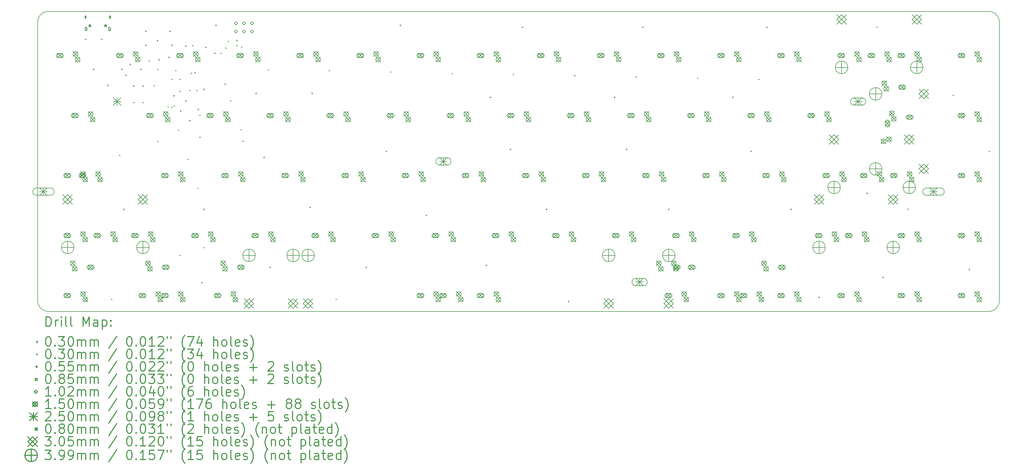
<source format=gbr>
%FSLAX45Y45*%
G04 Gerber Fmt 4.5, Leading zero omitted, Abs format (unit mm)*
G04 Created by KiCad (PCBNEW 4.0.6) date Tuesday, July 11, 2017 'PMt' 09:42:12 PM*
%MOMM*%
%LPD*%
G01*
G04 APERTURE LIST*
%ADD10C,0.127000*%
%ADD11C,0.200000*%
%ADD12C,0.300000*%
G04 APERTURE END LIST*
D10*
X2857500Y-12039600D02*
X2857500Y-3200400D01*
X32994600Y-12382500D02*
X3200400Y-12382500D01*
X33337500Y-3200400D02*
X33337500Y-12039600D01*
X3200400Y-2857500D02*
X32994600Y-2857500D01*
X3200400Y-2857500D02*
G75*
G03X2857500Y-3200400I0J-342900D01*
G01*
X2857500Y-12039600D02*
G75*
G03X3200400Y-12382500I342900J0D01*
G01*
X32994600Y-12382500D02*
G75*
G03X33337500Y-12039600I0J342900D01*
G01*
X33337500Y-3200400D02*
G75*
G03X32994600Y-2857500I-342900J0D01*
G01*
D11*
X4366500Y-3731500D02*
X4396500Y-3761500D01*
X4396500Y-3731500D02*
X4366500Y-3761500D01*
X4620500Y-4684000D02*
X4650500Y-4714000D01*
X4650500Y-4684000D02*
X4620500Y-4714000D01*
X4874500Y-3731500D02*
X4904500Y-3761500D01*
X4904500Y-3731500D02*
X4874500Y-3761500D01*
X5065000Y-5192000D02*
X5095000Y-5222000D01*
X5095000Y-5192000D02*
X5065000Y-5222000D01*
X5192000Y-11986500D02*
X5222000Y-12016500D01*
X5222000Y-11986500D02*
X5192000Y-12016500D01*
X5446000Y-7414500D02*
X5476000Y-7444500D01*
X5476000Y-7414500D02*
X5446000Y-7444500D01*
X5509500Y-4684000D02*
X5539500Y-4714000D01*
X5539500Y-4684000D02*
X5509500Y-4714000D01*
X5573000Y-9129000D02*
X5603000Y-9159000D01*
X5603000Y-9129000D02*
X5573000Y-9159000D01*
X5636500Y-4874500D02*
X5666500Y-4904500D01*
X5666500Y-4874500D02*
X5636500Y-4904500D01*
X5776200Y-4531600D02*
X5806200Y-4561600D01*
X5806200Y-4531600D02*
X5776200Y-4561600D01*
X5890500Y-5217400D02*
X5920500Y-5247400D01*
X5920500Y-5217400D02*
X5890500Y-5247400D01*
X5890500Y-5738100D02*
X5920500Y-5768100D01*
X5920500Y-5738100D02*
X5890500Y-5768100D01*
X6119100Y-4684000D02*
X6149100Y-4714000D01*
X6149100Y-4684000D02*
X6119100Y-4714000D01*
X6182600Y-5217400D02*
X6212600Y-5247400D01*
X6212600Y-5217400D02*
X6182600Y-5247400D01*
X6182600Y-5738100D02*
X6212600Y-5768100D01*
X6212600Y-5738100D02*
X6182600Y-5768100D01*
X6271500Y-3477500D02*
X6301500Y-3507500D01*
X6301500Y-3477500D02*
X6271500Y-3507500D01*
X6271500Y-3922000D02*
X6301500Y-3952000D01*
X6301500Y-3922000D02*
X6271500Y-3952000D01*
X6385800Y-4417300D02*
X6415800Y-4447300D01*
X6415800Y-4417300D02*
X6385800Y-4447300D01*
X6538200Y-5204700D02*
X6568200Y-5234700D01*
X6568200Y-5204700D02*
X6538200Y-5234700D01*
X6639800Y-3769600D02*
X6669800Y-3799600D01*
X6669800Y-3769600D02*
X6639800Y-3799600D01*
X6690600Y-4379200D02*
X6720600Y-4409200D01*
X6720600Y-4379200D02*
X6690600Y-4409200D01*
X7008100Y-4303000D02*
X7038100Y-4333000D01*
X7038100Y-4303000D02*
X7008100Y-4333000D01*
X7033500Y-3477500D02*
X7063500Y-3507500D01*
X7063500Y-3477500D02*
X7033500Y-3507500D01*
X7097000Y-3922000D02*
X7127000Y-3952000D01*
X7127000Y-3922000D02*
X7097000Y-3952000D01*
X7097000Y-5001500D02*
X7127000Y-5031500D01*
X7127000Y-5001500D02*
X7097000Y-5031500D01*
X7160500Y-5522200D02*
X7190500Y-5552200D01*
X7190500Y-5522200D02*
X7160500Y-5552200D01*
X7224000Y-4722100D02*
X7254000Y-4752100D01*
X7254000Y-4722100D02*
X7224000Y-4752100D01*
X7351000Y-5001500D02*
X7381000Y-5031500D01*
X7381000Y-5001500D02*
X7351000Y-5031500D01*
X7351000Y-5382500D02*
X7381000Y-5412500D01*
X7381000Y-5382500D02*
X7351000Y-5412500D01*
X7351000Y-10589500D02*
X7381000Y-10619500D01*
X7381000Y-10589500D02*
X7351000Y-10619500D01*
X7376400Y-6004800D02*
X7406400Y-6034800D01*
X7406400Y-6004800D02*
X7376400Y-6034800D01*
X7541500Y-3947400D02*
X7571500Y-3977400D01*
X7571500Y-3947400D02*
X7541500Y-3977400D01*
X7541500Y-5687300D02*
X7571500Y-5717300D01*
X7571500Y-5687300D02*
X7541500Y-5717300D01*
X7605000Y-7541500D02*
X7635000Y-7571500D01*
X7635000Y-7541500D02*
X7605000Y-7571500D01*
X7668500Y-6309600D02*
X7698500Y-6339600D01*
X7698500Y-6309600D02*
X7668500Y-6339600D01*
X7833600Y-4785600D02*
X7863600Y-4815600D01*
X7863600Y-4785600D02*
X7833600Y-4815600D01*
X7935200Y-5954000D02*
X7965200Y-5984000D01*
X7965200Y-5954000D02*
X7935200Y-5984000D01*
X8113000Y-5319000D02*
X8143000Y-5349000D01*
X8143000Y-5319000D02*
X8113000Y-5349000D01*
X8113000Y-9129000D02*
X8143000Y-9159000D01*
X8143000Y-9129000D02*
X8113000Y-9159000D01*
X8176500Y-3985500D02*
X8206500Y-4015500D01*
X8206500Y-3985500D02*
X8176500Y-4015500D01*
X8494000Y-3287000D02*
X8524000Y-3317000D01*
X8524000Y-3287000D02*
X8494000Y-3317000D01*
X8786100Y-5153900D02*
X8816100Y-5183900D01*
X8816100Y-5153900D02*
X8786100Y-5183900D01*
X9154400Y-3769600D02*
X9184400Y-3799600D01*
X9184400Y-3769600D02*
X9154400Y-3799600D01*
X9764000Y-5446000D02*
X9794000Y-5476000D01*
X9794000Y-5446000D02*
X9764000Y-5476000D01*
X10018000Y-7478000D02*
X10048000Y-7508000D01*
X10048000Y-7478000D02*
X10018000Y-7508000D01*
X10208500Y-10970500D02*
X10238500Y-11000500D01*
X10238500Y-10970500D02*
X10208500Y-11000500D01*
X11478500Y-9065500D02*
X11508500Y-9095500D01*
X11508500Y-9065500D02*
X11478500Y-9095500D01*
X11542000Y-5446000D02*
X11572000Y-5476000D01*
X11572000Y-5446000D02*
X11542000Y-5476000D01*
X12304000Y-11986500D02*
X12334000Y-12016500D01*
X12334000Y-11986500D02*
X12304000Y-12016500D01*
X13256500Y-10970500D02*
X13286500Y-11000500D01*
X13286500Y-10970500D02*
X13256500Y-11000500D01*
X13891500Y-7287500D02*
X13921500Y-7317500D01*
X13921500Y-7287500D02*
X13891500Y-7317500D01*
X14336000Y-3287000D02*
X14366000Y-3317000D01*
X14366000Y-3287000D02*
X14336000Y-3317000D01*
X15161500Y-9319500D02*
X15191500Y-9349500D01*
X15191500Y-9319500D02*
X15161500Y-9349500D01*
X17066500Y-10907000D02*
X17096500Y-10937000D01*
X17096500Y-10907000D02*
X17066500Y-10937000D01*
X17193500Y-5573000D02*
X17223500Y-5603000D01*
X17223500Y-5573000D02*
X17193500Y-5603000D01*
X17828500Y-7224000D02*
X17858500Y-7254000D01*
X17858500Y-7224000D02*
X17828500Y-7254000D01*
X18209500Y-3350500D02*
X18239500Y-3380500D01*
X18239500Y-3350500D02*
X18209500Y-3380500D01*
X18971500Y-9129000D02*
X19001500Y-9159000D01*
X19001500Y-9129000D02*
X18971500Y-9159000D01*
X19670000Y-12050000D02*
X19700000Y-12080000D01*
X19700000Y-12050000D02*
X19670000Y-12080000D01*
X21130500Y-5573000D02*
X21160500Y-5603000D01*
X21160500Y-5573000D02*
X21130500Y-5603000D01*
X21511500Y-7224000D02*
X21541500Y-7254000D01*
X21541500Y-7224000D02*
X21511500Y-7254000D01*
X22019500Y-3350500D02*
X22049500Y-3380500D01*
X22049500Y-3350500D02*
X22019500Y-3380500D01*
X22845000Y-9129000D02*
X22875000Y-9159000D01*
X22875000Y-9129000D02*
X22845000Y-9159000D01*
X24877000Y-5573000D02*
X24907000Y-5603000D01*
X24907000Y-5573000D02*
X24877000Y-5603000D01*
X25448500Y-7287500D02*
X25478500Y-7317500D01*
X25478500Y-7287500D02*
X25448500Y-7317500D01*
X25956500Y-3350500D02*
X25986500Y-3380500D01*
X25986500Y-3350500D02*
X25956500Y-3380500D01*
X26718500Y-9129000D02*
X26748500Y-9159000D01*
X26748500Y-9129000D02*
X26718500Y-9159000D01*
X27607500Y-11923000D02*
X27637500Y-11953000D01*
X27637500Y-11923000D02*
X27607500Y-11953000D01*
X29131500Y-8621000D02*
X29161500Y-8651000D01*
X29161500Y-8621000D02*
X29131500Y-8651000D01*
X29449000Y-3350500D02*
X29479000Y-3380500D01*
X29479000Y-3350500D02*
X29449000Y-3380500D01*
X29639500Y-11288000D02*
X29669500Y-11318000D01*
X29669500Y-11288000D02*
X29639500Y-11318000D01*
X31862000Y-5509500D02*
X31892000Y-5539500D01*
X31892000Y-5509500D02*
X31862000Y-5539500D01*
X32370000Y-11034000D02*
X32400000Y-11064000D01*
X32400000Y-11034000D02*
X32370000Y-11064000D01*
X33005000Y-7287500D02*
X33035000Y-7317500D01*
X33035000Y-7287500D02*
X33005000Y-7317500D01*
X6682740Y-4699000D02*
G75*
G03X6682740Y-4699000I-15240J0D01*
G01*
X6682740Y-6985000D02*
G75*
G03X6682740Y-6985000I-15240J0D01*
G01*
X7010400Y-5887720D02*
G75*
G03X7010400Y-5887720I-15240J0D01*
G01*
X7127240Y-5905500D02*
G75*
G03X7127240Y-5905500I-15240J0D01*
G01*
X7203440Y-5861050D02*
G75*
G03X7203440Y-5861050I-15240J0D01*
G01*
X7343140Y-6635400D02*
G75*
G03X7343140Y-6635400I-15240J0D01*
G01*
X7705090Y-5372100D02*
G75*
G03X7705090Y-5372100I-15240J0D01*
G01*
X7743190Y-4819650D02*
G75*
G03X7743190Y-4819650I-15240J0D01*
G01*
X7793990Y-3949700D02*
G75*
G03X7793990Y-3949700I-15240J0D01*
G01*
X7920990Y-5372100D02*
G75*
G03X7920990Y-5372100I-15240J0D01*
G01*
X7963317Y-8474530D02*
G75*
G03X7963317Y-8474530I-15240J0D01*
G01*
X8016240Y-6159500D02*
G75*
G03X8016240Y-6159500I-15240J0D01*
G01*
X8016240Y-6858000D02*
G75*
G03X8016240Y-6858000I-15240J0D01*
G01*
X8077200Y-11470640D02*
G75*
G03X8077200Y-11470640I-15240J0D01*
G01*
X8136890Y-10359210D02*
G75*
G03X8136890Y-10359210I-15240J0D01*
G01*
X8492490Y-4191000D02*
G75*
G03X8492490Y-4191000I-15240J0D01*
G01*
X8682990Y-4191000D02*
G75*
G03X8682990Y-4191000I-15240J0D01*
G01*
X8841740Y-4025900D02*
G75*
G03X8841740Y-4025900I-15240J0D01*
G01*
X8917940Y-3810000D02*
G75*
G03X8917940Y-3810000I-15240J0D01*
G01*
X8987790Y-5702300D02*
G75*
G03X8987790Y-5702300I-15240J0D01*
G01*
X9190990Y-3949700D02*
G75*
G03X9190990Y-3949700I-15240J0D01*
G01*
X9321800Y-6614160D02*
G75*
G03X9321800Y-6614160I-15240J0D01*
G01*
X9337040Y-4000500D02*
G75*
G03X9337040Y-4000500I-15240J0D01*
G01*
X9381490Y-6985000D02*
G75*
G03X9381490Y-6985000I-15240J0D01*
G01*
X10187020Y-4716780D02*
G75*
G03X10187020Y-4716780I-15240J0D01*
G01*
X12117420Y-4742180D02*
G75*
G03X12117420Y-4742180I-15240J0D01*
G01*
X14063980Y-4783740D02*
G75*
G03X14063980Y-4783740I-15240J0D01*
G01*
X16016320Y-4831080D02*
G75*
G03X16016320Y-4831080I-15240J0D01*
G01*
X17952720Y-4862480D02*
G75*
G03X17952720Y-4862480I-15240J0D01*
G01*
X19895820Y-4900580D02*
G75*
G03X19895820Y-4900580I-15240J0D01*
G01*
X21843080Y-4942840D02*
G75*
G03X21843080Y-4942840I-15240J0D01*
G01*
X23788720Y-4983480D02*
G75*
G03X23788720Y-4983480I-15240J0D01*
G01*
X25731820Y-5021580D02*
G75*
G03X25731820Y-5021580I-15240J0D01*
G01*
X30457140Y-9138920D02*
G75*
G03X30457140Y-9138920I-15240J0D01*
G01*
X4375000Y-3010000D02*
X4375000Y-3065000D01*
X4347500Y-3037500D02*
X4402500Y-3037500D01*
X4357500Y-3005000D02*
X4357500Y-3070000D01*
X4392500Y-3005000D02*
X4392500Y-3070000D01*
X4357500Y-3070000D02*
G75*
G03X4392500Y-3070000I17500J0D01*
G01*
X4392500Y-3005000D02*
G75*
G03X4357500Y-3005000I-17500J0D01*
G01*
X5150000Y-3010000D02*
X5150000Y-3065000D01*
X5122500Y-3037500D02*
X5177500Y-3037500D01*
X5132500Y-3005000D02*
X5132500Y-3070000D01*
X5167500Y-3005000D02*
X5167500Y-3070000D01*
X5132500Y-3070000D02*
G75*
G03X5167500Y-3070000I17500J0D01*
G01*
X5167500Y-3005000D02*
G75*
G03X5132500Y-3005000I-17500J0D01*
G01*
X4420052Y-3447552D02*
X4420052Y-3387448D01*
X4359948Y-3387448D01*
X4359948Y-3447552D01*
X4420052Y-3447552D01*
X4357500Y-3390000D02*
X4357500Y-3445000D01*
X4422500Y-3390000D02*
X4422500Y-3445000D01*
X4357500Y-3445000D02*
G75*
G03X4422500Y-3445000I32500J0D01*
G01*
X4422500Y-3390000D02*
G75*
G03X4357500Y-3390000I-32500J0D01*
G01*
X5165052Y-3447552D02*
X5165052Y-3387448D01*
X5104948Y-3387448D01*
X5104948Y-3447552D01*
X5165052Y-3447552D01*
X5102500Y-3390000D02*
X5102500Y-3445000D01*
X5167500Y-3390000D02*
X5167500Y-3445000D01*
X5102500Y-3445000D02*
G75*
G03X5167500Y-3445000I32500J0D01*
G01*
X5167500Y-3390000D02*
G75*
G03X5102500Y-3390000I-32500J0D01*
G01*
X9144000Y-3289300D02*
X9194800Y-3238500D01*
X9144000Y-3187700D01*
X9093200Y-3238500D01*
X9144000Y-3289300D01*
X9144000Y-3543300D02*
X9194800Y-3492500D01*
X9144000Y-3441700D01*
X9093200Y-3492500D01*
X9144000Y-3543300D01*
X9398000Y-3289300D02*
X9448800Y-3238500D01*
X9398000Y-3187700D01*
X9347200Y-3238500D01*
X9398000Y-3289300D01*
X9398000Y-3543300D02*
X9448800Y-3492500D01*
X9398000Y-3441700D01*
X9347200Y-3492500D01*
X9398000Y-3543300D01*
X9652000Y-3289300D02*
X9702800Y-3238500D01*
X9652000Y-3187700D01*
X9601200Y-3238500D01*
X9652000Y-3289300D01*
X9652000Y-3543300D02*
X9702800Y-3492500D01*
X9652000Y-3441700D01*
X9601200Y-3492500D01*
X9652000Y-3543300D01*
X3485000Y-4185000D02*
X3635000Y-4335000D01*
X3635000Y-4185000D02*
X3485000Y-4335000D01*
X3635000Y-4260000D02*
G75*
G03X3635000Y-4260000I-75000J0D01*
G01*
X3610000Y-4195000D02*
X3510000Y-4195000D01*
X3610000Y-4325000D02*
X3510000Y-4325000D01*
X3510000Y-4195000D02*
G75*
G03X3510000Y-4325000I0J-65000D01*
G01*
X3610000Y-4325000D02*
G75*
G03X3610000Y-4195000I0J65000D01*
G01*
X3723120Y-9900000D02*
X3873120Y-10050000D01*
X3873120Y-9900000D02*
X3723120Y-10050000D01*
X3873120Y-9975000D02*
G75*
G03X3873120Y-9975000I-75000J0D01*
G01*
X3848120Y-9910000D02*
X3748120Y-9910000D01*
X3848120Y-10040000D02*
X3748120Y-10040000D01*
X3748120Y-9910000D02*
G75*
G03X3748120Y-10040000I0J-65000D01*
G01*
X3848120Y-10040000D02*
G75*
G03X3848120Y-9910000I0J65000D01*
G01*
X3723120Y-11805000D02*
X3873120Y-11955000D01*
X3873120Y-11805000D02*
X3723120Y-11955000D01*
X3873120Y-11880000D02*
G75*
G03X3873120Y-11880000I-75000J0D01*
G01*
X3848120Y-11815000D02*
X3748120Y-11815000D01*
X3848120Y-11945000D02*
X3748120Y-11945000D01*
X3748120Y-11815000D02*
G75*
G03X3748120Y-11945000I0J-65000D01*
G01*
X3848120Y-11945000D02*
G75*
G03X3848120Y-11815000I0J65000D01*
G01*
X3723130Y-7995000D02*
X3873130Y-8145000D01*
X3873130Y-7995000D02*
X3723130Y-8145000D01*
X3873130Y-8070000D02*
G75*
G03X3873130Y-8070000I-75000J0D01*
G01*
X3848130Y-8005000D02*
X3748130Y-8005000D01*
X3848130Y-8135000D02*
X3748130Y-8135000D01*
X3748130Y-8005000D02*
G75*
G03X3748130Y-8135000I0J-65000D01*
G01*
X3848130Y-8135000D02*
G75*
G03X3848130Y-8005000I0J65000D01*
G01*
X3896250Y-10780000D02*
X4046250Y-10930000D01*
X4046250Y-10780000D02*
X3896250Y-10930000D01*
X4046250Y-10855000D02*
G75*
G03X4046250Y-10855000I-75000J0D01*
G01*
X3961250Y-6090000D02*
X4111250Y-6240000D01*
X4111250Y-6090000D02*
X3961250Y-6240000D01*
X4111250Y-6165000D02*
G75*
G03X4111250Y-6165000I-75000J0D01*
G01*
X4086250Y-6100000D02*
X3986250Y-6100000D01*
X4086250Y-6230000D02*
X3986250Y-6230000D01*
X3986250Y-6100000D02*
G75*
G03X3986250Y-6230000I0J-65000D01*
G01*
X4086250Y-6230000D02*
G75*
G03X4086250Y-6100000I0J65000D01*
G01*
X3961250Y-10955000D02*
X4111250Y-11105000D01*
X4111250Y-10955000D02*
X3961250Y-11105000D01*
X4111250Y-11030000D02*
G75*
G03X4111250Y-11030000I-75000J0D01*
G01*
X3985000Y-4135000D02*
X4135000Y-4285000D01*
X4135000Y-4135000D02*
X3985000Y-4285000D01*
X4135000Y-4210000D02*
G75*
G03X4135000Y-4210000I-75000J0D01*
G01*
X4050000Y-4310000D02*
X4200000Y-4460000D01*
X4200000Y-4310000D02*
X4050000Y-4460000D01*
X4200000Y-4385000D02*
G75*
G03X4200000Y-4385000I-75000J0D01*
G01*
X4199380Y-7995000D02*
X4349380Y-8145000D01*
X4349380Y-7995000D02*
X4199380Y-8145000D01*
X4349380Y-8070000D02*
G75*
G03X4349380Y-8070000I-75000J0D01*
G01*
X4324380Y-8005000D02*
X4224380Y-8005000D01*
X4324380Y-8135000D02*
X4224380Y-8135000D01*
X4224380Y-8005000D02*
G75*
G03X4224380Y-8135000I0J-65000D01*
G01*
X4324380Y-8135000D02*
G75*
G03X4324380Y-8005000I0J65000D01*
G01*
X4223120Y-9850000D02*
X4373120Y-10000000D01*
X4373120Y-9850000D02*
X4223120Y-10000000D01*
X4373120Y-9925000D02*
G75*
G03X4373120Y-9925000I-75000J0D01*
G01*
X4223120Y-11755000D02*
X4373120Y-11905000D01*
X4373120Y-11755000D02*
X4223120Y-11905000D01*
X4373120Y-11830000D02*
G75*
G03X4373120Y-11830000I-75000J0D01*
G01*
X4223130Y-7945000D02*
X4373130Y-8095000D01*
X4373130Y-7945000D02*
X4223130Y-8095000D01*
X4373130Y-8020000D02*
G75*
G03X4373130Y-8020000I-75000J0D01*
G01*
X4288120Y-10025000D02*
X4438120Y-10175000D01*
X4438120Y-10025000D02*
X4288120Y-10175000D01*
X4438120Y-10100000D02*
G75*
G03X4438120Y-10100000I-75000J0D01*
G01*
X4288120Y-11930000D02*
X4438120Y-12080000D01*
X4438120Y-11930000D02*
X4288120Y-12080000D01*
X4438120Y-12005000D02*
G75*
G03X4438120Y-12005000I-75000J0D01*
G01*
X4288130Y-8120000D02*
X4438130Y-8270000D01*
X4438130Y-8120000D02*
X4288130Y-8270000D01*
X4438130Y-8195000D02*
G75*
G03X4438130Y-8195000I-75000J0D01*
G01*
X4461250Y-6040000D02*
X4611250Y-6190000D01*
X4611250Y-6040000D02*
X4461250Y-6190000D01*
X4611250Y-6115000D02*
G75*
G03X4611250Y-6115000I-75000J0D01*
G01*
X4461250Y-10905000D02*
X4611250Y-11055000D01*
X4611250Y-10905000D02*
X4461250Y-11055000D01*
X4611250Y-10980000D02*
G75*
G03X4611250Y-10980000I-75000J0D01*
G01*
X4486250Y-11045000D02*
X4586250Y-11045000D01*
X4486250Y-10915000D02*
X4586250Y-10915000D01*
X4586250Y-11045000D02*
G75*
G03X4586250Y-10915000I0J65000D01*
G01*
X4486250Y-10915000D02*
G75*
G03X4486250Y-11045000I0J-65000D01*
G01*
X4526250Y-6215000D02*
X4676250Y-6365000D01*
X4676250Y-6215000D02*
X4526250Y-6365000D01*
X4676250Y-6290000D02*
G75*
G03X4676250Y-6290000I-75000J0D01*
G01*
X4675620Y-9900000D02*
X4825620Y-10050000D01*
X4825620Y-9900000D02*
X4675620Y-10050000D01*
X4825620Y-9975000D02*
G75*
G03X4825620Y-9975000I-75000J0D01*
G01*
X4800620Y-9910000D02*
X4700620Y-9910000D01*
X4800620Y-10040000D02*
X4700620Y-10040000D01*
X4700620Y-9910000D02*
G75*
G03X4700620Y-10040000I0J-65000D01*
G01*
X4800620Y-10040000D02*
G75*
G03X4800620Y-9910000I0J65000D01*
G01*
X4699380Y-7945000D02*
X4849380Y-8095000D01*
X4849380Y-7945000D02*
X4699380Y-8095000D01*
X4849380Y-8020000D02*
G75*
G03X4849380Y-8020000I-75000J0D01*
G01*
X4764380Y-8120000D02*
X4914380Y-8270000D01*
X4914380Y-8120000D02*
X4764380Y-8270000D01*
X4914380Y-8195000D02*
G75*
G03X4914380Y-8195000I-75000J0D01*
G01*
X5175620Y-9850000D02*
X5325620Y-10000000D01*
X5325620Y-9850000D02*
X5175620Y-10000000D01*
X5325620Y-9925000D02*
G75*
G03X5325620Y-9925000I-75000J0D01*
G01*
X5240620Y-10025000D02*
X5390620Y-10175000D01*
X5390620Y-10025000D02*
X5240620Y-10175000D01*
X5390620Y-10100000D02*
G75*
G03X5390620Y-10100000I-75000J0D01*
G01*
X5390000Y-4185000D02*
X5540000Y-4335000D01*
X5540000Y-4185000D02*
X5390000Y-4335000D01*
X5540000Y-4260000D02*
G75*
G03X5540000Y-4260000I-75000J0D01*
G01*
X5515000Y-4195000D02*
X5415000Y-4195000D01*
X5515000Y-4325000D02*
X5415000Y-4325000D01*
X5415000Y-4195000D02*
G75*
G03X5415000Y-4325000I0J-65000D01*
G01*
X5515000Y-4325000D02*
G75*
G03X5515000Y-4195000I0J65000D01*
G01*
X5866250Y-9900000D02*
X6016250Y-10050000D01*
X6016250Y-9900000D02*
X5866250Y-10050000D01*
X6016250Y-9975000D02*
G75*
G03X6016250Y-9975000I-75000J0D01*
G01*
X5991250Y-9910000D02*
X5891250Y-9910000D01*
X5991250Y-10040000D02*
X5891250Y-10040000D01*
X5891250Y-9910000D02*
G75*
G03X5891250Y-10040000I0J-65000D01*
G01*
X5991250Y-10040000D02*
G75*
G03X5991250Y-9910000I0J65000D01*
G01*
X5890000Y-4135000D02*
X6040000Y-4285000D01*
X6040000Y-4135000D02*
X5890000Y-4285000D01*
X6040000Y-4210000D02*
G75*
G03X6040000Y-4210000I-75000J0D01*
G01*
X5955000Y-4310000D02*
X6105000Y-4460000D01*
X6105000Y-4310000D02*
X5955000Y-4460000D01*
X6105000Y-4385000D02*
G75*
G03X6105000Y-4385000I-75000J0D01*
G01*
X6104380Y-11805000D02*
X6254380Y-11955000D01*
X6254380Y-11805000D02*
X6104380Y-11955000D01*
X6254380Y-11880000D02*
G75*
G03X6254380Y-11880000I-75000J0D01*
G01*
X6229380Y-11815000D02*
X6129380Y-11815000D01*
X6229380Y-11945000D02*
X6129380Y-11945000D01*
X6129380Y-11815000D02*
G75*
G03X6129380Y-11945000I0J-65000D01*
G01*
X6229380Y-11945000D02*
G75*
G03X6229380Y-11815000I0J65000D01*
G01*
X6277500Y-10780000D02*
X6427500Y-10930000D01*
X6427500Y-10780000D02*
X6277500Y-10930000D01*
X6427500Y-10855000D02*
G75*
G03X6427500Y-10855000I-75000J0D01*
G01*
X6342500Y-6090000D02*
X6492500Y-6240000D01*
X6492500Y-6090000D02*
X6342500Y-6240000D01*
X6492500Y-6165000D02*
G75*
G03X6492500Y-6165000I-75000J0D01*
G01*
X6467500Y-6100000D02*
X6367500Y-6100000D01*
X6467500Y-6230000D02*
X6367500Y-6230000D01*
X6367500Y-6100000D02*
G75*
G03X6367500Y-6230000I0J-65000D01*
G01*
X6467500Y-6230000D02*
G75*
G03X6467500Y-6100000I0J65000D01*
G01*
X6342500Y-10955000D02*
X6492500Y-11105000D01*
X6492500Y-10955000D02*
X6342500Y-11105000D01*
X6492500Y-11030000D02*
G75*
G03X6492500Y-11030000I-75000J0D01*
G01*
X6366250Y-9850000D02*
X6516250Y-10000000D01*
X6516250Y-9850000D02*
X6366250Y-10000000D01*
X6516250Y-9925000D02*
G75*
G03X6516250Y-9925000I-75000J0D01*
G01*
X6431250Y-10025000D02*
X6581250Y-10175000D01*
X6581250Y-10025000D02*
X6431250Y-10175000D01*
X6581250Y-10100000D02*
G75*
G03X6581250Y-10100000I-75000J0D01*
G01*
X6604380Y-11755000D02*
X6754380Y-11905000D01*
X6754380Y-11755000D02*
X6604380Y-11905000D01*
X6754380Y-11830000D02*
G75*
G03X6754380Y-11830000I-75000J0D01*
G01*
X6669380Y-11930000D02*
X6819380Y-12080000D01*
X6819380Y-11930000D02*
X6669380Y-12080000D01*
X6819380Y-12005000D02*
G75*
G03X6819380Y-12005000I-75000J0D01*
G01*
X6818750Y-7995000D02*
X6968750Y-8145000D01*
X6968750Y-7995000D02*
X6818750Y-8145000D01*
X6968750Y-8070000D02*
G75*
G03X6968750Y-8070000I-75000J0D01*
G01*
X6943750Y-8005000D02*
X6843750Y-8005000D01*
X6943750Y-8135000D02*
X6843750Y-8135000D01*
X6843750Y-8005000D02*
G75*
G03X6843750Y-8135000I0J-65000D01*
G01*
X6943750Y-8135000D02*
G75*
G03X6943750Y-8005000I0J65000D01*
G01*
X6818750Y-11805000D02*
X6968750Y-11955000D01*
X6968750Y-11805000D02*
X6818750Y-11955000D01*
X6968750Y-11880000D02*
G75*
G03X6968750Y-11880000I-75000J0D01*
G01*
X6943750Y-11815000D02*
X6843750Y-11815000D01*
X6943750Y-11945000D02*
X6843750Y-11945000D01*
X6843750Y-11815000D02*
G75*
G03X6843750Y-11945000I0J-65000D01*
G01*
X6943750Y-11945000D02*
G75*
G03X6943750Y-11815000I0J65000D01*
G01*
X6842500Y-6040000D02*
X6992500Y-6190000D01*
X6992500Y-6040000D02*
X6842500Y-6190000D01*
X6992500Y-6115000D02*
G75*
G03X6992500Y-6115000I-75000J0D01*
G01*
X6842500Y-10905000D02*
X6992500Y-11055000D01*
X6992500Y-10905000D02*
X6842500Y-11055000D01*
X6992500Y-10980000D02*
G75*
G03X6992500Y-10980000I-75000J0D01*
G01*
X6867500Y-11045000D02*
X6967500Y-11045000D01*
X6867500Y-10915000D02*
X6967500Y-10915000D01*
X6967500Y-11045000D02*
G75*
G03X6967500Y-10915000I0J65000D01*
G01*
X6867500Y-10915000D02*
G75*
G03X6867500Y-11045000I0J-65000D01*
G01*
X6907500Y-6215000D02*
X7057500Y-6365000D01*
X7057500Y-6215000D02*
X6907500Y-6365000D01*
X7057500Y-6290000D02*
G75*
G03X7057500Y-6290000I-75000J0D01*
G01*
X7295000Y-4185000D02*
X7445000Y-4335000D01*
X7445000Y-4185000D02*
X7295000Y-4335000D01*
X7445000Y-4260000D02*
G75*
G03X7445000Y-4260000I-75000J0D01*
G01*
X7420000Y-4195000D02*
X7320000Y-4195000D01*
X7420000Y-4325000D02*
X7320000Y-4325000D01*
X7320000Y-4195000D02*
G75*
G03X7320000Y-4325000I0J-65000D01*
G01*
X7420000Y-4325000D02*
G75*
G03X7420000Y-4195000I0J65000D01*
G01*
X7318750Y-7945000D02*
X7468750Y-8095000D01*
X7468750Y-7945000D02*
X7318750Y-8095000D01*
X7468750Y-8020000D02*
G75*
G03X7468750Y-8020000I-75000J0D01*
G01*
X7318750Y-11755000D02*
X7468750Y-11905000D01*
X7468750Y-11755000D02*
X7318750Y-11905000D01*
X7468750Y-11830000D02*
G75*
G03X7468750Y-11830000I-75000J0D01*
G01*
X7383750Y-8120000D02*
X7533750Y-8270000D01*
X7533750Y-8120000D02*
X7383750Y-8270000D01*
X7533750Y-8195000D02*
G75*
G03X7533750Y-8195000I-75000J0D01*
G01*
X7383750Y-11930000D02*
X7533750Y-12080000D01*
X7533750Y-11930000D02*
X7383750Y-12080000D01*
X7533750Y-12005000D02*
G75*
G03X7533750Y-12005000I-75000J0D01*
G01*
X7771300Y-9900000D02*
X7921300Y-10050000D01*
X7921300Y-9900000D02*
X7771300Y-10050000D01*
X7921300Y-9975000D02*
G75*
G03X7921300Y-9975000I-75000J0D01*
G01*
X7896300Y-9910000D02*
X7796300Y-9910000D01*
X7896300Y-10040000D02*
X7796300Y-10040000D01*
X7796300Y-9910000D02*
G75*
G03X7796300Y-10040000I0J-65000D01*
G01*
X7896300Y-10040000D02*
G75*
G03X7896300Y-9910000I0J65000D01*
G01*
X7795000Y-4135000D02*
X7945000Y-4285000D01*
X7945000Y-4135000D02*
X7795000Y-4285000D01*
X7945000Y-4210000D02*
G75*
G03X7945000Y-4210000I-75000J0D01*
G01*
X7860000Y-4310000D02*
X8010000Y-4460000D01*
X8010000Y-4310000D02*
X7860000Y-4460000D01*
X8010000Y-4385000D02*
G75*
G03X8010000Y-4385000I-75000J0D01*
G01*
X8247500Y-6090000D02*
X8397500Y-6240000D01*
X8397500Y-6090000D02*
X8247500Y-6240000D01*
X8397500Y-6165000D02*
G75*
G03X8397500Y-6165000I-75000J0D01*
G01*
X8372500Y-6100000D02*
X8272500Y-6100000D01*
X8372500Y-6230000D02*
X8272500Y-6230000D01*
X8272500Y-6100000D02*
G75*
G03X8272500Y-6230000I0J-65000D01*
G01*
X8372500Y-6230000D02*
G75*
G03X8372500Y-6100000I0J65000D01*
G01*
X8271300Y-9850000D02*
X8421300Y-10000000D01*
X8421300Y-9850000D02*
X8271300Y-10000000D01*
X8421300Y-9925000D02*
G75*
G03X8421300Y-9925000I-75000J0D01*
G01*
X8336300Y-10025000D02*
X8486300Y-10175000D01*
X8486300Y-10025000D02*
X8336300Y-10175000D01*
X8486300Y-10100000D02*
G75*
G03X8486300Y-10100000I-75000J0D01*
G01*
X8485600Y-11805000D02*
X8635600Y-11955000D01*
X8635600Y-11805000D02*
X8485600Y-11955000D01*
X8635600Y-11880000D02*
G75*
G03X8635600Y-11880000I-75000J0D01*
G01*
X8610600Y-11815000D02*
X8510600Y-11815000D01*
X8610600Y-11945000D02*
X8510600Y-11945000D01*
X8510600Y-11815000D02*
G75*
G03X8510600Y-11945000I0J-65000D01*
G01*
X8610600Y-11945000D02*
G75*
G03X8610600Y-11815000I0J65000D01*
G01*
X8658700Y-10780000D02*
X8808700Y-10930000D01*
X8808700Y-10780000D02*
X8658700Y-10930000D01*
X8808700Y-10855000D02*
G75*
G03X8808700Y-10855000I-75000J0D01*
G01*
X8723700Y-7995000D02*
X8873700Y-8145000D01*
X8873700Y-7995000D02*
X8723700Y-8145000D01*
X8873700Y-8070000D02*
G75*
G03X8873700Y-8070000I-75000J0D01*
G01*
X8848700Y-8005000D02*
X8748700Y-8005000D01*
X8848700Y-8135000D02*
X8748700Y-8135000D01*
X8748700Y-8005000D02*
G75*
G03X8748700Y-8135000I0J-65000D01*
G01*
X8848700Y-8135000D02*
G75*
G03X8848700Y-8005000I0J65000D01*
G01*
X8723700Y-10955000D02*
X8873700Y-11105000D01*
X8873700Y-10955000D02*
X8723700Y-11105000D01*
X8873700Y-11030000D02*
G75*
G03X8873700Y-11030000I-75000J0D01*
G01*
X8747500Y-6040000D02*
X8897500Y-6190000D01*
X8897500Y-6040000D02*
X8747500Y-6190000D01*
X8897500Y-6115000D02*
G75*
G03X8897500Y-6115000I-75000J0D01*
G01*
X8812500Y-6215000D02*
X8962500Y-6365000D01*
X8962500Y-6215000D02*
X8812500Y-6365000D01*
X8962500Y-6290000D02*
G75*
G03X8962500Y-6290000I-75000J0D01*
G01*
X8985600Y-11755000D02*
X9135600Y-11905000D01*
X9135600Y-11755000D02*
X8985600Y-11905000D01*
X9135600Y-11830000D02*
G75*
G03X9135600Y-11830000I-75000J0D01*
G01*
X9050600Y-11930000D02*
X9200600Y-12080000D01*
X9200600Y-11930000D02*
X9050600Y-12080000D01*
X9200600Y-12005000D02*
G75*
G03X9200600Y-12005000I-75000J0D01*
G01*
X9200000Y-4185000D02*
X9350000Y-4335000D01*
X9350000Y-4185000D02*
X9200000Y-4335000D01*
X9350000Y-4260000D02*
G75*
G03X9350000Y-4260000I-75000J0D01*
G01*
X9325000Y-4195000D02*
X9225000Y-4195000D01*
X9325000Y-4325000D02*
X9225000Y-4325000D01*
X9225000Y-4195000D02*
G75*
G03X9225000Y-4325000I0J-65000D01*
G01*
X9325000Y-4325000D02*
G75*
G03X9325000Y-4195000I0J65000D01*
G01*
X9223700Y-7945000D02*
X9373700Y-8095000D01*
X9373700Y-7945000D02*
X9223700Y-8095000D01*
X9373700Y-8020000D02*
G75*
G03X9373700Y-8020000I-75000J0D01*
G01*
X9223700Y-10905000D02*
X9373700Y-11055000D01*
X9373700Y-10905000D02*
X9223700Y-11055000D01*
X9373700Y-10980000D02*
G75*
G03X9373700Y-10980000I-75000J0D01*
G01*
X9248700Y-11045000D02*
X9348700Y-11045000D01*
X9248700Y-10915000D02*
X9348700Y-10915000D01*
X9348700Y-11045000D02*
G75*
G03X9348700Y-10915000I0J65000D01*
G01*
X9248700Y-10915000D02*
G75*
G03X9248700Y-11045000I0J-65000D01*
G01*
X9288700Y-8120000D02*
X9438700Y-8270000D01*
X9438700Y-8120000D02*
X9288700Y-8270000D01*
X9438700Y-8195000D02*
G75*
G03X9438700Y-8195000I-75000J0D01*
G01*
X9676300Y-9900000D02*
X9826300Y-10050000D01*
X9826300Y-9900000D02*
X9676300Y-10050000D01*
X9826300Y-9975000D02*
G75*
G03X9826300Y-9975000I-75000J0D01*
G01*
X9801300Y-9910000D02*
X9701300Y-9910000D01*
X9801300Y-10040000D02*
X9701300Y-10040000D01*
X9701300Y-9910000D02*
G75*
G03X9701300Y-10040000I0J-65000D01*
G01*
X9801300Y-10040000D02*
G75*
G03X9801300Y-9910000I0J65000D01*
G01*
X9700000Y-4135000D02*
X9850000Y-4285000D01*
X9850000Y-4135000D02*
X9700000Y-4285000D01*
X9850000Y-4210000D02*
G75*
G03X9850000Y-4210000I-75000J0D01*
G01*
X9765000Y-4310000D02*
X9915000Y-4460000D01*
X9915000Y-4310000D02*
X9765000Y-4460000D01*
X9915000Y-4385000D02*
G75*
G03X9915000Y-4385000I-75000J0D01*
G01*
X10152500Y-6090000D02*
X10302500Y-6240000D01*
X10302500Y-6090000D02*
X10152500Y-6240000D01*
X10302500Y-6165000D02*
G75*
G03X10302500Y-6165000I-75000J0D01*
G01*
X10277500Y-6100000D02*
X10177500Y-6100000D01*
X10277500Y-6230000D02*
X10177500Y-6230000D01*
X10177500Y-6100000D02*
G75*
G03X10177500Y-6230000I0J-65000D01*
G01*
X10277500Y-6230000D02*
G75*
G03X10277500Y-6100000I0J65000D01*
G01*
X10176300Y-9850000D02*
X10326300Y-10000000D01*
X10326300Y-9850000D02*
X10176300Y-10000000D01*
X10326300Y-9925000D02*
G75*
G03X10326300Y-9925000I-75000J0D01*
G01*
X10241300Y-10025000D02*
X10391300Y-10175000D01*
X10391300Y-10025000D02*
X10241300Y-10175000D01*
X10391300Y-10100000D02*
G75*
G03X10391300Y-10100000I-75000J0D01*
G01*
X10628700Y-7995000D02*
X10778700Y-8145000D01*
X10778700Y-7995000D02*
X10628700Y-8145000D01*
X10778700Y-8070000D02*
G75*
G03X10778700Y-8070000I-75000J0D01*
G01*
X10753700Y-8005000D02*
X10653700Y-8005000D01*
X10753700Y-8135000D02*
X10653700Y-8135000D01*
X10653700Y-8005000D02*
G75*
G03X10653700Y-8135000I0J-65000D01*
G01*
X10753700Y-8135000D02*
G75*
G03X10753700Y-8005000I0J65000D01*
G01*
X10652500Y-6040000D02*
X10802500Y-6190000D01*
X10802500Y-6040000D02*
X10652500Y-6190000D01*
X10802500Y-6115000D02*
G75*
G03X10802500Y-6115000I-75000J0D01*
G01*
X10717500Y-6215000D02*
X10867500Y-6365000D01*
X10867500Y-6215000D02*
X10717500Y-6365000D01*
X10867500Y-6290000D02*
G75*
G03X10867500Y-6290000I-75000J0D01*
G01*
X11105000Y-4185000D02*
X11255000Y-4335000D01*
X11255000Y-4185000D02*
X11105000Y-4335000D01*
X11255000Y-4260000D02*
G75*
G03X11255000Y-4260000I-75000J0D01*
G01*
X11230000Y-4195000D02*
X11130000Y-4195000D01*
X11230000Y-4325000D02*
X11130000Y-4325000D01*
X11130000Y-4195000D02*
G75*
G03X11130000Y-4325000I0J-65000D01*
G01*
X11230000Y-4325000D02*
G75*
G03X11230000Y-4195000I0J65000D01*
G01*
X11128700Y-7945000D02*
X11278700Y-8095000D01*
X11278700Y-7945000D02*
X11128700Y-8095000D01*
X11278700Y-8020000D02*
G75*
G03X11278700Y-8020000I-75000J0D01*
G01*
X11193700Y-8120000D02*
X11343700Y-8270000D01*
X11343700Y-8120000D02*
X11193700Y-8270000D01*
X11343700Y-8195000D02*
G75*
G03X11343700Y-8195000I-75000J0D01*
G01*
X11581300Y-9900000D02*
X11731300Y-10050000D01*
X11731300Y-9900000D02*
X11581300Y-10050000D01*
X11731300Y-9975000D02*
G75*
G03X11731300Y-9975000I-75000J0D01*
G01*
X11706300Y-9910000D02*
X11606300Y-9910000D01*
X11706300Y-10040000D02*
X11606300Y-10040000D01*
X11606300Y-9910000D02*
G75*
G03X11606300Y-10040000I0J-65000D01*
G01*
X11706300Y-10040000D02*
G75*
G03X11706300Y-9910000I0J65000D01*
G01*
X11605000Y-4135000D02*
X11755000Y-4285000D01*
X11755000Y-4135000D02*
X11605000Y-4285000D01*
X11755000Y-4210000D02*
G75*
G03X11755000Y-4210000I-75000J0D01*
G01*
X11670000Y-4310000D02*
X11820000Y-4460000D01*
X11820000Y-4310000D02*
X11670000Y-4460000D01*
X11820000Y-4385000D02*
G75*
G03X11820000Y-4385000I-75000J0D01*
G01*
X12057500Y-6090000D02*
X12207500Y-6240000D01*
X12207500Y-6090000D02*
X12057500Y-6240000D01*
X12207500Y-6165000D02*
G75*
G03X12207500Y-6165000I-75000J0D01*
G01*
X12182500Y-6100000D02*
X12082500Y-6100000D01*
X12182500Y-6230000D02*
X12082500Y-6230000D01*
X12082500Y-6100000D02*
G75*
G03X12082500Y-6230000I0J-65000D01*
G01*
X12182500Y-6230000D02*
G75*
G03X12182500Y-6100000I0J65000D01*
G01*
X12081300Y-9850000D02*
X12231300Y-10000000D01*
X12231300Y-9850000D02*
X12081300Y-10000000D01*
X12231300Y-9925000D02*
G75*
G03X12231300Y-9925000I-75000J0D01*
G01*
X12146300Y-10025000D02*
X12296300Y-10175000D01*
X12296300Y-10025000D02*
X12146300Y-10175000D01*
X12296300Y-10100000D02*
G75*
G03X12296300Y-10100000I-75000J0D01*
G01*
X12533700Y-7995000D02*
X12683700Y-8145000D01*
X12683700Y-7995000D02*
X12533700Y-8145000D01*
X12683700Y-8070000D02*
G75*
G03X12683700Y-8070000I-75000J0D01*
G01*
X12658700Y-8005000D02*
X12558700Y-8005000D01*
X12658700Y-8135000D02*
X12558700Y-8135000D01*
X12558700Y-8005000D02*
G75*
G03X12558700Y-8135000I0J-65000D01*
G01*
X12658700Y-8135000D02*
G75*
G03X12658700Y-8005000I0J65000D01*
G01*
X12557500Y-6040000D02*
X12707500Y-6190000D01*
X12707500Y-6040000D02*
X12557500Y-6190000D01*
X12707500Y-6115000D02*
G75*
G03X12707500Y-6115000I-75000J0D01*
G01*
X12622500Y-6215000D02*
X12772500Y-6365000D01*
X12772500Y-6215000D02*
X12622500Y-6365000D01*
X12772500Y-6290000D02*
G75*
G03X12772500Y-6290000I-75000J0D01*
G01*
X13010000Y-4185000D02*
X13160000Y-4335000D01*
X13160000Y-4185000D02*
X13010000Y-4335000D01*
X13160000Y-4260000D02*
G75*
G03X13160000Y-4260000I-75000J0D01*
G01*
X13135000Y-4195000D02*
X13035000Y-4195000D01*
X13135000Y-4325000D02*
X13035000Y-4325000D01*
X13035000Y-4195000D02*
G75*
G03X13035000Y-4325000I0J-65000D01*
G01*
X13135000Y-4325000D02*
G75*
G03X13135000Y-4195000I0J65000D01*
G01*
X13033700Y-7945000D02*
X13183700Y-8095000D01*
X13183700Y-7945000D02*
X13033700Y-8095000D01*
X13183700Y-8020000D02*
G75*
G03X13183700Y-8020000I-75000J0D01*
G01*
X13098700Y-8120000D02*
X13248700Y-8270000D01*
X13248700Y-8120000D02*
X13098700Y-8270000D01*
X13248700Y-8195000D02*
G75*
G03X13248700Y-8195000I-75000J0D01*
G01*
X13486300Y-9900000D02*
X13636300Y-10050000D01*
X13636300Y-9900000D02*
X13486300Y-10050000D01*
X13636300Y-9975000D02*
G75*
G03X13636300Y-9975000I-75000J0D01*
G01*
X13611300Y-9910000D02*
X13511300Y-9910000D01*
X13611300Y-10040000D02*
X13511300Y-10040000D01*
X13511300Y-9910000D02*
G75*
G03X13511300Y-10040000I0J-65000D01*
G01*
X13611300Y-10040000D02*
G75*
G03X13611300Y-9910000I0J65000D01*
G01*
X13510000Y-4135000D02*
X13660000Y-4285000D01*
X13660000Y-4135000D02*
X13510000Y-4285000D01*
X13660000Y-4210000D02*
G75*
G03X13660000Y-4210000I-75000J0D01*
G01*
X13575000Y-4310000D02*
X13725000Y-4460000D01*
X13725000Y-4310000D02*
X13575000Y-4460000D01*
X13725000Y-4385000D02*
G75*
G03X13725000Y-4385000I-75000J0D01*
G01*
X13962500Y-6090000D02*
X14112500Y-6240000D01*
X14112500Y-6090000D02*
X13962500Y-6240000D01*
X14112500Y-6165000D02*
G75*
G03X14112500Y-6165000I-75000J0D01*
G01*
X14087500Y-6100000D02*
X13987500Y-6100000D01*
X14087500Y-6230000D02*
X13987500Y-6230000D01*
X13987500Y-6100000D02*
G75*
G03X13987500Y-6230000I0J-65000D01*
G01*
X14087500Y-6230000D02*
G75*
G03X14087500Y-6100000I0J65000D01*
G01*
X13986300Y-9850000D02*
X14136300Y-10000000D01*
X14136300Y-9850000D02*
X13986300Y-10000000D01*
X14136300Y-9925000D02*
G75*
G03X14136300Y-9925000I-75000J0D01*
G01*
X14051300Y-10025000D02*
X14201300Y-10175000D01*
X14201300Y-10025000D02*
X14051300Y-10175000D01*
X14201300Y-10100000D02*
G75*
G03X14201300Y-10100000I-75000J0D01*
G01*
X14438700Y-7995000D02*
X14588700Y-8145000D01*
X14588700Y-7995000D02*
X14438700Y-8145000D01*
X14588700Y-8070000D02*
G75*
G03X14588700Y-8070000I-75000J0D01*
G01*
X14563700Y-8005000D02*
X14463700Y-8005000D01*
X14563700Y-8135000D02*
X14463700Y-8135000D01*
X14463700Y-8005000D02*
G75*
G03X14463700Y-8135000I0J-65000D01*
G01*
X14563700Y-8135000D02*
G75*
G03X14563700Y-8005000I0J65000D01*
G01*
X14462500Y-6040000D02*
X14612500Y-6190000D01*
X14612500Y-6040000D02*
X14462500Y-6190000D01*
X14612500Y-6115000D02*
G75*
G03X14612500Y-6115000I-75000J0D01*
G01*
X14527500Y-6215000D02*
X14677500Y-6365000D01*
X14677500Y-6215000D02*
X14527500Y-6365000D01*
X14677500Y-6290000D02*
G75*
G03X14677500Y-6290000I-75000J0D01*
G01*
X14915000Y-4185000D02*
X15065000Y-4335000D01*
X15065000Y-4185000D02*
X14915000Y-4335000D01*
X15065000Y-4260000D02*
G75*
G03X15065000Y-4260000I-75000J0D01*
G01*
X15040000Y-4195000D02*
X14940000Y-4195000D01*
X15040000Y-4325000D02*
X14940000Y-4325000D01*
X14940000Y-4195000D02*
G75*
G03X14940000Y-4325000I0J-65000D01*
G01*
X15040000Y-4325000D02*
G75*
G03X15040000Y-4195000I0J65000D01*
G01*
X14915000Y-11805000D02*
X15065000Y-11955000D01*
X15065000Y-11805000D02*
X14915000Y-11955000D01*
X15065000Y-11880000D02*
G75*
G03X15065000Y-11880000I-75000J0D01*
G01*
X15040000Y-11815000D02*
X14940000Y-11815000D01*
X15040000Y-11945000D02*
X14940000Y-11945000D01*
X14940000Y-11815000D02*
G75*
G03X14940000Y-11945000I0J-65000D01*
G01*
X15040000Y-11945000D02*
G75*
G03X15040000Y-11815000I0J65000D01*
G01*
X14938700Y-7945000D02*
X15088700Y-8095000D01*
X15088700Y-7945000D02*
X14938700Y-8095000D01*
X15088700Y-8020000D02*
G75*
G03X15088700Y-8020000I-75000J0D01*
G01*
X15003700Y-8120000D02*
X15153700Y-8270000D01*
X15153700Y-8120000D02*
X15003700Y-8270000D01*
X15153700Y-8195000D02*
G75*
G03X15153700Y-8195000I-75000J0D01*
G01*
X15391300Y-9900000D02*
X15541300Y-10050000D01*
X15541300Y-9900000D02*
X15391300Y-10050000D01*
X15541300Y-9975000D02*
G75*
G03X15541300Y-9975000I-75000J0D01*
G01*
X15516300Y-9910000D02*
X15416300Y-9910000D01*
X15516300Y-10040000D02*
X15416300Y-10040000D01*
X15416300Y-9910000D02*
G75*
G03X15416300Y-10040000I0J-65000D01*
G01*
X15516300Y-10040000D02*
G75*
G03X15516300Y-9910000I0J65000D01*
G01*
X15415000Y-4135000D02*
X15565000Y-4285000D01*
X15565000Y-4135000D02*
X15415000Y-4285000D01*
X15565000Y-4210000D02*
G75*
G03X15565000Y-4210000I-75000J0D01*
G01*
X15415000Y-11755000D02*
X15565000Y-11905000D01*
X15565000Y-11755000D02*
X15415000Y-11905000D01*
X15565000Y-11830000D02*
G75*
G03X15565000Y-11830000I-75000J0D01*
G01*
X15480000Y-4310000D02*
X15630000Y-4460000D01*
X15630000Y-4310000D02*
X15480000Y-4460000D01*
X15630000Y-4385000D02*
G75*
G03X15630000Y-4385000I-75000J0D01*
G01*
X15480000Y-11930000D02*
X15630000Y-12080000D01*
X15630000Y-11930000D02*
X15480000Y-12080000D01*
X15630000Y-12005000D02*
G75*
G03X15630000Y-12005000I-75000J0D01*
G01*
X15629400Y-11805000D02*
X15779400Y-11955000D01*
X15779400Y-11805000D02*
X15629400Y-11955000D01*
X15779400Y-11880000D02*
G75*
G03X15779400Y-11880000I-75000J0D01*
G01*
X15754400Y-11815000D02*
X15654400Y-11815000D01*
X15754400Y-11945000D02*
X15654400Y-11945000D01*
X15654400Y-11815000D02*
G75*
G03X15654400Y-11945000I0J-65000D01*
G01*
X15754400Y-11945000D02*
G75*
G03X15754400Y-11815000I0J65000D01*
G01*
X15867500Y-6090000D02*
X16017500Y-6240000D01*
X16017500Y-6090000D02*
X15867500Y-6240000D01*
X16017500Y-6165000D02*
G75*
G03X16017500Y-6165000I-75000J0D01*
G01*
X15992500Y-6100000D02*
X15892500Y-6100000D01*
X15992500Y-6230000D02*
X15892500Y-6230000D01*
X15892500Y-6100000D02*
G75*
G03X15892500Y-6230000I0J-65000D01*
G01*
X15992500Y-6230000D02*
G75*
G03X15992500Y-6100000I0J65000D01*
G01*
X15891300Y-9850000D02*
X16041300Y-10000000D01*
X16041300Y-9850000D02*
X15891300Y-10000000D01*
X16041300Y-9925000D02*
G75*
G03X16041300Y-9925000I-75000J0D01*
G01*
X15956300Y-10025000D02*
X16106300Y-10175000D01*
X16106300Y-10025000D02*
X15956300Y-10175000D01*
X16106300Y-10100000D02*
G75*
G03X16106300Y-10100000I-75000J0D01*
G01*
X16129400Y-11755000D02*
X16279400Y-11905000D01*
X16279400Y-11755000D02*
X16129400Y-11905000D01*
X16279400Y-11830000D02*
G75*
G03X16279400Y-11830000I-75000J0D01*
G01*
X16194400Y-11930000D02*
X16344400Y-12080000D01*
X16344400Y-11930000D02*
X16194400Y-12080000D01*
X16344400Y-12005000D02*
G75*
G03X16344400Y-12005000I-75000J0D01*
G01*
X16343700Y-7995000D02*
X16493700Y-8145000D01*
X16493700Y-7995000D02*
X16343700Y-8145000D01*
X16493700Y-8070000D02*
G75*
G03X16493700Y-8070000I-75000J0D01*
G01*
X16468700Y-8005000D02*
X16368700Y-8005000D01*
X16468700Y-8135000D02*
X16368700Y-8135000D01*
X16368700Y-8005000D02*
G75*
G03X16368700Y-8135000I0J-65000D01*
G01*
X16468700Y-8135000D02*
G75*
G03X16468700Y-8005000I0J65000D01*
G01*
X16367500Y-6040000D02*
X16517500Y-6190000D01*
X16517500Y-6040000D02*
X16367500Y-6190000D01*
X16517500Y-6115000D02*
G75*
G03X16517500Y-6115000I-75000J0D01*
G01*
X16432500Y-6215000D02*
X16582500Y-6365000D01*
X16582500Y-6215000D02*
X16432500Y-6365000D01*
X16582500Y-6290000D02*
G75*
G03X16582500Y-6290000I-75000J0D01*
G01*
X16820000Y-4185000D02*
X16970000Y-4335000D01*
X16970000Y-4185000D02*
X16820000Y-4335000D01*
X16970000Y-4260000D02*
G75*
G03X16970000Y-4260000I-75000J0D01*
G01*
X16945000Y-4195000D02*
X16845000Y-4195000D01*
X16945000Y-4325000D02*
X16845000Y-4325000D01*
X16845000Y-4195000D02*
G75*
G03X16845000Y-4325000I0J-65000D01*
G01*
X16945000Y-4325000D02*
G75*
G03X16945000Y-4195000I0J65000D01*
G01*
X16820000Y-11805000D02*
X16970000Y-11955000D01*
X16970000Y-11805000D02*
X16820000Y-11955000D01*
X16970000Y-11880000D02*
G75*
G03X16970000Y-11880000I-75000J0D01*
G01*
X16945000Y-11815000D02*
X16845000Y-11815000D01*
X16945000Y-11945000D02*
X16845000Y-11945000D01*
X16845000Y-11815000D02*
G75*
G03X16845000Y-11945000I0J-65000D01*
G01*
X16945000Y-11945000D02*
G75*
G03X16945000Y-11815000I0J65000D01*
G01*
X16843700Y-7945000D02*
X16993700Y-8095000D01*
X16993700Y-7945000D02*
X16843700Y-8095000D01*
X16993700Y-8020000D02*
G75*
G03X16993700Y-8020000I-75000J0D01*
G01*
X16908700Y-8120000D02*
X17058700Y-8270000D01*
X17058700Y-8120000D02*
X16908700Y-8270000D01*
X17058700Y-8195000D02*
G75*
G03X17058700Y-8195000I-75000J0D01*
G01*
X17296300Y-9900000D02*
X17446300Y-10050000D01*
X17446300Y-9900000D02*
X17296300Y-10050000D01*
X17446300Y-9975000D02*
G75*
G03X17446300Y-9975000I-75000J0D01*
G01*
X17421300Y-9910000D02*
X17321300Y-9910000D01*
X17421300Y-10040000D02*
X17321300Y-10040000D01*
X17321300Y-9910000D02*
G75*
G03X17321300Y-10040000I0J-65000D01*
G01*
X17421300Y-10040000D02*
G75*
G03X17421300Y-9910000I0J65000D01*
G01*
X17320000Y-4135000D02*
X17470000Y-4285000D01*
X17470000Y-4135000D02*
X17320000Y-4285000D01*
X17470000Y-4210000D02*
G75*
G03X17470000Y-4210000I-75000J0D01*
G01*
X17320000Y-11755000D02*
X17470000Y-11905000D01*
X17470000Y-11755000D02*
X17320000Y-11905000D01*
X17470000Y-11830000D02*
G75*
G03X17470000Y-11830000I-75000J0D01*
G01*
X17385000Y-4310000D02*
X17535000Y-4460000D01*
X17535000Y-4310000D02*
X17385000Y-4460000D01*
X17535000Y-4385000D02*
G75*
G03X17535000Y-4385000I-75000J0D01*
G01*
X17385000Y-11930000D02*
X17535000Y-12080000D01*
X17535000Y-11930000D02*
X17385000Y-12080000D01*
X17535000Y-12005000D02*
G75*
G03X17535000Y-12005000I-75000J0D01*
G01*
X17772500Y-6090000D02*
X17922500Y-6240000D01*
X17922500Y-6090000D02*
X17772500Y-6240000D01*
X17922500Y-6165000D02*
G75*
G03X17922500Y-6165000I-75000J0D01*
G01*
X17897500Y-6100000D02*
X17797500Y-6100000D01*
X17897500Y-6230000D02*
X17797500Y-6230000D01*
X17797500Y-6100000D02*
G75*
G03X17797500Y-6230000I0J-65000D01*
G01*
X17897500Y-6230000D02*
G75*
G03X17897500Y-6100000I0J65000D01*
G01*
X17796300Y-9850000D02*
X17946300Y-10000000D01*
X17946300Y-9850000D02*
X17796300Y-10000000D01*
X17946300Y-9925000D02*
G75*
G03X17946300Y-9925000I-75000J0D01*
G01*
X17861300Y-10025000D02*
X18011300Y-10175000D01*
X18011300Y-10025000D02*
X17861300Y-10175000D01*
X18011300Y-10100000D02*
G75*
G03X18011300Y-10100000I-75000J0D01*
G01*
X18248700Y-7995000D02*
X18398700Y-8145000D01*
X18398700Y-7995000D02*
X18248700Y-8145000D01*
X18398700Y-8070000D02*
G75*
G03X18398700Y-8070000I-75000J0D01*
G01*
X18373700Y-8005000D02*
X18273700Y-8005000D01*
X18373700Y-8135000D02*
X18273700Y-8135000D01*
X18273700Y-8005000D02*
G75*
G03X18273700Y-8135000I0J-65000D01*
G01*
X18373700Y-8135000D02*
G75*
G03X18373700Y-8005000I0J65000D01*
G01*
X18272500Y-6040000D02*
X18422500Y-6190000D01*
X18422500Y-6040000D02*
X18272500Y-6190000D01*
X18422500Y-6115000D02*
G75*
G03X18422500Y-6115000I-75000J0D01*
G01*
X18337500Y-6215000D02*
X18487500Y-6365000D01*
X18487500Y-6215000D02*
X18337500Y-6365000D01*
X18487500Y-6290000D02*
G75*
G03X18487500Y-6290000I-75000J0D01*
G01*
X18725000Y-4185000D02*
X18875000Y-4335000D01*
X18875000Y-4185000D02*
X18725000Y-4335000D01*
X18875000Y-4260000D02*
G75*
G03X18875000Y-4260000I-75000J0D01*
G01*
X18850000Y-4195000D02*
X18750000Y-4195000D01*
X18850000Y-4325000D02*
X18750000Y-4325000D01*
X18750000Y-4195000D02*
G75*
G03X18750000Y-4325000I0J-65000D01*
G01*
X18850000Y-4325000D02*
G75*
G03X18850000Y-4195000I0J65000D01*
G01*
X18748700Y-7945000D02*
X18898700Y-8095000D01*
X18898700Y-7945000D02*
X18748700Y-8095000D01*
X18898700Y-8020000D02*
G75*
G03X18898700Y-8020000I-75000J0D01*
G01*
X18813700Y-8120000D02*
X18963700Y-8270000D01*
X18963700Y-8120000D02*
X18813700Y-8270000D01*
X18963700Y-8195000D02*
G75*
G03X18963700Y-8195000I-75000J0D01*
G01*
X19201300Y-9900000D02*
X19351300Y-10050000D01*
X19351300Y-9900000D02*
X19201300Y-10050000D01*
X19351300Y-9975000D02*
G75*
G03X19351300Y-9975000I-75000J0D01*
G01*
X19326300Y-9910000D02*
X19226300Y-9910000D01*
X19326300Y-10040000D02*
X19226300Y-10040000D01*
X19226300Y-9910000D02*
G75*
G03X19226300Y-10040000I0J-65000D01*
G01*
X19326300Y-10040000D02*
G75*
G03X19326300Y-9910000I0J65000D01*
G01*
X19225000Y-4135000D02*
X19375000Y-4285000D01*
X19375000Y-4135000D02*
X19225000Y-4285000D01*
X19375000Y-4210000D02*
G75*
G03X19375000Y-4210000I-75000J0D01*
G01*
X19290000Y-4310000D02*
X19440000Y-4460000D01*
X19440000Y-4310000D02*
X19290000Y-4460000D01*
X19440000Y-4385000D02*
G75*
G03X19440000Y-4385000I-75000J0D01*
G01*
X19677500Y-6090000D02*
X19827500Y-6240000D01*
X19827500Y-6090000D02*
X19677500Y-6240000D01*
X19827500Y-6165000D02*
G75*
G03X19827500Y-6165000I-75000J0D01*
G01*
X19802500Y-6100000D02*
X19702500Y-6100000D01*
X19802500Y-6230000D02*
X19702500Y-6230000D01*
X19702500Y-6100000D02*
G75*
G03X19702500Y-6230000I0J-65000D01*
G01*
X19802500Y-6230000D02*
G75*
G03X19802500Y-6100000I0J65000D01*
G01*
X19701300Y-9850000D02*
X19851300Y-10000000D01*
X19851300Y-9850000D02*
X19701300Y-10000000D01*
X19851300Y-9925000D02*
G75*
G03X19851300Y-9925000I-75000J0D01*
G01*
X19766300Y-10025000D02*
X19916300Y-10175000D01*
X19916300Y-10025000D02*
X19766300Y-10175000D01*
X19916300Y-10100000D02*
G75*
G03X19916300Y-10100000I-75000J0D01*
G01*
X20153700Y-7995000D02*
X20303700Y-8145000D01*
X20303700Y-7995000D02*
X20153700Y-8145000D01*
X20303700Y-8070000D02*
G75*
G03X20303700Y-8070000I-75000J0D01*
G01*
X20278700Y-8005000D02*
X20178700Y-8005000D01*
X20278700Y-8135000D02*
X20178700Y-8135000D01*
X20178700Y-8005000D02*
G75*
G03X20178700Y-8135000I0J-65000D01*
G01*
X20278700Y-8135000D02*
G75*
G03X20278700Y-8005000I0J65000D01*
G01*
X20177500Y-6040000D02*
X20327500Y-6190000D01*
X20327500Y-6040000D02*
X20177500Y-6190000D01*
X20327500Y-6115000D02*
G75*
G03X20327500Y-6115000I-75000J0D01*
G01*
X20242500Y-6215000D02*
X20392500Y-6365000D01*
X20392500Y-6215000D02*
X20242500Y-6365000D01*
X20392500Y-6290000D02*
G75*
G03X20392500Y-6290000I-75000J0D01*
G01*
X20630000Y-4185000D02*
X20780000Y-4335000D01*
X20780000Y-4185000D02*
X20630000Y-4335000D01*
X20780000Y-4260000D02*
G75*
G03X20780000Y-4260000I-75000J0D01*
G01*
X20755000Y-4195000D02*
X20655000Y-4195000D01*
X20755000Y-4325000D02*
X20655000Y-4325000D01*
X20655000Y-4195000D02*
G75*
G03X20655000Y-4325000I0J-65000D01*
G01*
X20755000Y-4325000D02*
G75*
G03X20755000Y-4195000I0J65000D01*
G01*
X20653700Y-7945000D02*
X20803700Y-8095000D01*
X20803700Y-7945000D02*
X20653700Y-8095000D01*
X20803700Y-8020000D02*
G75*
G03X20803700Y-8020000I-75000J0D01*
G01*
X20718700Y-8120000D02*
X20868700Y-8270000D01*
X20868700Y-8120000D02*
X20718700Y-8270000D01*
X20868700Y-8195000D02*
G75*
G03X20868700Y-8195000I-75000J0D01*
G01*
X21106300Y-9900000D02*
X21256300Y-10050000D01*
X21256300Y-9900000D02*
X21106300Y-10050000D01*
X21256300Y-9975000D02*
G75*
G03X21256300Y-9975000I-75000J0D01*
G01*
X21231300Y-9910000D02*
X21131300Y-9910000D01*
X21231300Y-10040000D02*
X21131300Y-10040000D01*
X21131300Y-9910000D02*
G75*
G03X21131300Y-10040000I0J-65000D01*
G01*
X21231300Y-10040000D02*
G75*
G03X21231300Y-9910000I0J65000D01*
G01*
X21130000Y-4135000D02*
X21280000Y-4285000D01*
X21280000Y-4135000D02*
X21130000Y-4285000D01*
X21280000Y-4210000D02*
G75*
G03X21280000Y-4210000I-75000J0D01*
G01*
X21195000Y-4310000D02*
X21345000Y-4460000D01*
X21345000Y-4310000D02*
X21195000Y-4460000D01*
X21345000Y-4385000D02*
G75*
G03X21345000Y-4385000I-75000J0D01*
G01*
X21582500Y-6090000D02*
X21732500Y-6240000D01*
X21732500Y-6090000D02*
X21582500Y-6240000D01*
X21732500Y-6165000D02*
G75*
G03X21732500Y-6165000I-75000J0D01*
G01*
X21707500Y-6100000D02*
X21607500Y-6100000D01*
X21707500Y-6230000D02*
X21607500Y-6230000D01*
X21607500Y-6100000D02*
G75*
G03X21607500Y-6230000I0J-65000D01*
G01*
X21707500Y-6230000D02*
G75*
G03X21707500Y-6100000I0J65000D01*
G01*
X21606300Y-9850000D02*
X21756300Y-10000000D01*
X21756300Y-9850000D02*
X21606300Y-10000000D01*
X21756300Y-9925000D02*
G75*
G03X21756300Y-9925000I-75000J0D01*
G01*
X21671300Y-10025000D02*
X21821300Y-10175000D01*
X21821300Y-10025000D02*
X21671300Y-10175000D01*
X21821300Y-10100000D02*
G75*
G03X21821300Y-10100000I-75000J0D01*
G01*
X22058700Y-7995000D02*
X22208700Y-8145000D01*
X22208700Y-7995000D02*
X22058700Y-8145000D01*
X22208700Y-8070000D02*
G75*
G03X22208700Y-8070000I-75000J0D01*
G01*
X22183700Y-8005000D02*
X22083700Y-8005000D01*
X22183700Y-8135000D02*
X22083700Y-8135000D01*
X22083700Y-8005000D02*
G75*
G03X22083700Y-8135000I0J-65000D01*
G01*
X22183700Y-8135000D02*
G75*
G03X22183700Y-8005000I0J65000D01*
G01*
X22082500Y-6040000D02*
X22232500Y-6190000D01*
X22232500Y-6040000D02*
X22082500Y-6190000D01*
X22232500Y-6115000D02*
G75*
G03X22232500Y-6115000I-75000J0D01*
G01*
X22147500Y-6215000D02*
X22297500Y-6365000D01*
X22297500Y-6215000D02*
X22147500Y-6365000D01*
X22297500Y-6290000D02*
G75*
G03X22297500Y-6290000I-75000J0D01*
G01*
X22470000Y-10780000D02*
X22620000Y-10930000D01*
X22620000Y-10780000D02*
X22470000Y-10930000D01*
X22620000Y-10855000D02*
G75*
G03X22620000Y-10855000I-75000J0D01*
G01*
X22535000Y-4185000D02*
X22685000Y-4335000D01*
X22685000Y-4185000D02*
X22535000Y-4335000D01*
X22685000Y-4260000D02*
G75*
G03X22685000Y-4260000I-75000J0D01*
G01*
X22660000Y-4195000D02*
X22560000Y-4195000D01*
X22660000Y-4325000D02*
X22560000Y-4325000D01*
X22560000Y-4195000D02*
G75*
G03X22560000Y-4325000I0J-65000D01*
G01*
X22660000Y-4325000D02*
G75*
G03X22660000Y-4195000I0J65000D01*
G01*
X22535000Y-10955000D02*
X22685000Y-11105000D01*
X22685000Y-10955000D02*
X22535000Y-11105000D01*
X22685000Y-11030000D02*
G75*
G03X22685000Y-11030000I-75000J0D01*
G01*
X22558700Y-7945000D02*
X22708700Y-8095000D01*
X22708700Y-7945000D02*
X22558700Y-8095000D01*
X22708700Y-8020000D02*
G75*
G03X22708700Y-8020000I-75000J0D01*
G01*
X22623700Y-8120000D02*
X22773700Y-8270000D01*
X22773700Y-8120000D02*
X22623700Y-8270000D01*
X22773700Y-8195000D02*
G75*
G03X22773700Y-8195000I-75000J0D01*
G01*
X22773100Y-11805000D02*
X22923100Y-11955000D01*
X22923100Y-11805000D02*
X22773100Y-11955000D01*
X22923100Y-11880000D02*
G75*
G03X22923100Y-11880000I-75000J0D01*
G01*
X22898100Y-11815000D02*
X22798100Y-11815000D01*
X22898100Y-11945000D02*
X22798100Y-11945000D01*
X22798100Y-11815000D02*
G75*
G03X22798100Y-11945000I0J-65000D01*
G01*
X22898100Y-11945000D02*
G75*
G03X22898100Y-11815000I0J65000D01*
G01*
X22946300Y-10780000D02*
X23096300Y-10930000D01*
X23096300Y-10780000D02*
X22946300Y-10930000D01*
X23096300Y-10855000D02*
G75*
G03X23096300Y-10855000I-75000J0D01*
G01*
X23011300Y-9900000D02*
X23161300Y-10050000D01*
X23161300Y-9900000D02*
X23011300Y-10050000D01*
X23161300Y-9975000D02*
G75*
G03X23161300Y-9975000I-75000J0D01*
G01*
X23136300Y-9910000D02*
X23036300Y-9910000D01*
X23136300Y-10040000D02*
X23036300Y-10040000D01*
X23036300Y-9910000D02*
G75*
G03X23036300Y-10040000I0J-65000D01*
G01*
X23136300Y-10040000D02*
G75*
G03X23136300Y-9910000I0J65000D01*
G01*
X23011300Y-10955000D02*
X23161300Y-11105000D01*
X23161300Y-10955000D02*
X23011300Y-11105000D01*
X23161300Y-11030000D02*
G75*
G03X23161300Y-11030000I-75000J0D01*
G01*
X23035000Y-4135000D02*
X23185000Y-4285000D01*
X23185000Y-4135000D02*
X23035000Y-4285000D01*
X23185000Y-4210000D02*
G75*
G03X23185000Y-4210000I-75000J0D01*
G01*
X23035000Y-10905000D02*
X23185000Y-11055000D01*
X23185000Y-10905000D02*
X23035000Y-11055000D01*
X23185000Y-10980000D02*
G75*
G03X23185000Y-10980000I-75000J0D01*
G01*
X23060000Y-11045000D02*
X23160000Y-11045000D01*
X23060000Y-10915000D02*
X23160000Y-10915000D01*
X23160000Y-11045000D02*
G75*
G03X23160000Y-10915000I0J65000D01*
G01*
X23060000Y-10915000D02*
G75*
G03X23060000Y-11045000I0J-65000D01*
G01*
X23100000Y-4310000D02*
X23250000Y-4460000D01*
X23250000Y-4310000D02*
X23100000Y-4460000D01*
X23250000Y-4385000D02*
G75*
G03X23250000Y-4385000I-75000J0D01*
G01*
X23273100Y-11755000D02*
X23423100Y-11905000D01*
X23423100Y-11755000D02*
X23273100Y-11905000D01*
X23423100Y-11830000D02*
G75*
G03X23423100Y-11830000I-75000J0D01*
G01*
X23338100Y-11930000D02*
X23488100Y-12080000D01*
X23488100Y-11930000D02*
X23338100Y-12080000D01*
X23488100Y-12005000D02*
G75*
G03X23488100Y-12005000I-75000J0D01*
G01*
X23487500Y-6090000D02*
X23637500Y-6240000D01*
X23637500Y-6090000D02*
X23487500Y-6240000D01*
X23637500Y-6165000D02*
G75*
G03X23637500Y-6165000I-75000J0D01*
G01*
X23612500Y-6100000D02*
X23512500Y-6100000D01*
X23612500Y-6230000D02*
X23512500Y-6230000D01*
X23512500Y-6100000D02*
G75*
G03X23512500Y-6230000I0J-65000D01*
G01*
X23612500Y-6230000D02*
G75*
G03X23612500Y-6100000I0J65000D01*
G01*
X23511300Y-9850000D02*
X23661300Y-10000000D01*
X23661300Y-9850000D02*
X23511300Y-10000000D01*
X23661300Y-9925000D02*
G75*
G03X23661300Y-9925000I-75000J0D01*
G01*
X23511300Y-10905000D02*
X23661300Y-11055000D01*
X23661300Y-10905000D02*
X23511300Y-11055000D01*
X23661300Y-10980000D02*
G75*
G03X23661300Y-10980000I-75000J0D01*
G01*
X23536300Y-11045000D02*
X23636300Y-11045000D01*
X23536300Y-10915000D02*
X23636300Y-10915000D01*
X23636300Y-11045000D02*
G75*
G03X23636300Y-10915000I0J65000D01*
G01*
X23536300Y-10915000D02*
G75*
G03X23536300Y-11045000I0J-65000D01*
G01*
X23576300Y-10025000D02*
X23726300Y-10175000D01*
X23726300Y-10025000D02*
X23576300Y-10175000D01*
X23726300Y-10100000D02*
G75*
G03X23726300Y-10100000I-75000J0D01*
G01*
X23963700Y-7995000D02*
X24113700Y-8145000D01*
X24113700Y-7995000D02*
X23963700Y-8145000D01*
X24113700Y-8070000D02*
G75*
G03X24113700Y-8070000I-75000J0D01*
G01*
X24088700Y-8005000D02*
X23988700Y-8005000D01*
X24088700Y-8135000D02*
X23988700Y-8135000D01*
X23988700Y-8005000D02*
G75*
G03X23988700Y-8135000I0J-65000D01*
G01*
X24088700Y-8135000D02*
G75*
G03X24088700Y-8005000I0J65000D01*
G01*
X23987500Y-6040000D02*
X24137500Y-6190000D01*
X24137500Y-6040000D02*
X23987500Y-6190000D01*
X24137500Y-6115000D02*
G75*
G03X24137500Y-6115000I-75000J0D01*
G01*
X24052500Y-6215000D02*
X24202500Y-6365000D01*
X24202500Y-6215000D02*
X24052500Y-6365000D01*
X24202500Y-6290000D02*
G75*
G03X24202500Y-6290000I-75000J0D01*
G01*
X24440000Y-4185000D02*
X24590000Y-4335000D01*
X24590000Y-4185000D02*
X24440000Y-4335000D01*
X24590000Y-4260000D02*
G75*
G03X24590000Y-4260000I-75000J0D01*
G01*
X24565000Y-4195000D02*
X24465000Y-4195000D01*
X24565000Y-4325000D02*
X24465000Y-4325000D01*
X24465000Y-4195000D02*
G75*
G03X24465000Y-4325000I0J-65000D01*
G01*
X24565000Y-4325000D02*
G75*
G03X24565000Y-4195000I0J65000D01*
G01*
X24440000Y-11805000D02*
X24590000Y-11955000D01*
X24590000Y-11805000D02*
X24440000Y-11955000D01*
X24590000Y-11880000D02*
G75*
G03X24590000Y-11880000I-75000J0D01*
G01*
X24565000Y-11815000D02*
X24465000Y-11815000D01*
X24565000Y-11945000D02*
X24465000Y-11945000D01*
X24465000Y-11815000D02*
G75*
G03X24465000Y-11945000I0J-65000D01*
G01*
X24565000Y-11945000D02*
G75*
G03X24565000Y-11815000I0J65000D01*
G01*
X24463700Y-7945000D02*
X24613700Y-8095000D01*
X24613700Y-7945000D02*
X24463700Y-8095000D01*
X24613700Y-8020000D02*
G75*
G03X24613700Y-8020000I-75000J0D01*
G01*
X24528700Y-8120000D02*
X24678700Y-8270000D01*
X24678700Y-8120000D02*
X24528700Y-8270000D01*
X24678700Y-8195000D02*
G75*
G03X24678700Y-8195000I-75000J0D01*
G01*
X24916300Y-9900000D02*
X25066300Y-10050000D01*
X25066300Y-9900000D02*
X24916300Y-10050000D01*
X25066300Y-9975000D02*
G75*
G03X25066300Y-9975000I-75000J0D01*
G01*
X25041300Y-9910000D02*
X24941300Y-9910000D01*
X25041300Y-10040000D02*
X24941300Y-10040000D01*
X24941300Y-9910000D02*
G75*
G03X24941300Y-10040000I0J-65000D01*
G01*
X25041300Y-10040000D02*
G75*
G03X25041300Y-9910000I0J65000D01*
G01*
X24940000Y-4135000D02*
X25090000Y-4285000D01*
X25090000Y-4135000D02*
X24940000Y-4285000D01*
X25090000Y-4210000D02*
G75*
G03X25090000Y-4210000I-75000J0D01*
G01*
X24940000Y-11755000D02*
X25090000Y-11905000D01*
X25090000Y-11755000D02*
X24940000Y-11905000D01*
X25090000Y-11830000D02*
G75*
G03X25090000Y-11830000I-75000J0D01*
G01*
X25005000Y-4310000D02*
X25155000Y-4460000D01*
X25155000Y-4310000D02*
X25005000Y-4460000D01*
X25155000Y-4385000D02*
G75*
G03X25155000Y-4385000I-75000J0D01*
G01*
X25005000Y-11930000D02*
X25155000Y-12080000D01*
X25155000Y-11930000D02*
X25005000Y-12080000D01*
X25155000Y-12005000D02*
G75*
G03X25155000Y-12005000I-75000J0D01*
G01*
X25154400Y-11805000D02*
X25304400Y-11955000D01*
X25304400Y-11805000D02*
X25154400Y-11955000D01*
X25304400Y-11880000D02*
G75*
G03X25304400Y-11880000I-75000J0D01*
G01*
X25279400Y-11815000D02*
X25179400Y-11815000D01*
X25279400Y-11945000D02*
X25179400Y-11945000D01*
X25179400Y-11815000D02*
G75*
G03X25179400Y-11945000I0J-65000D01*
G01*
X25279400Y-11945000D02*
G75*
G03X25279400Y-11815000I0J65000D01*
G01*
X25392500Y-6090000D02*
X25542500Y-6240000D01*
X25542500Y-6090000D02*
X25392500Y-6240000D01*
X25542500Y-6165000D02*
G75*
G03X25542500Y-6165000I-75000J0D01*
G01*
X25517500Y-6100000D02*
X25417500Y-6100000D01*
X25517500Y-6230000D02*
X25417500Y-6230000D01*
X25417500Y-6100000D02*
G75*
G03X25417500Y-6230000I0J-65000D01*
G01*
X25517500Y-6230000D02*
G75*
G03X25517500Y-6100000I0J65000D01*
G01*
X25416300Y-9850000D02*
X25566300Y-10000000D01*
X25566300Y-9850000D02*
X25416300Y-10000000D01*
X25566300Y-9925000D02*
G75*
G03X25566300Y-9925000I-75000J0D01*
G01*
X25481300Y-10025000D02*
X25631300Y-10175000D01*
X25631300Y-10025000D02*
X25481300Y-10175000D01*
X25631300Y-10100000D02*
G75*
G03X25631300Y-10100000I-75000J0D01*
G01*
X25654400Y-11755000D02*
X25804400Y-11905000D01*
X25804400Y-11755000D02*
X25654400Y-11905000D01*
X25804400Y-11830000D02*
G75*
G03X25804400Y-11830000I-75000J0D01*
G01*
X25719400Y-11930000D02*
X25869400Y-12080000D01*
X25869400Y-11930000D02*
X25719400Y-12080000D01*
X25869400Y-12005000D02*
G75*
G03X25869400Y-12005000I-75000J0D01*
G01*
X25803700Y-10780000D02*
X25953700Y-10930000D01*
X25953700Y-10780000D02*
X25803700Y-10930000D01*
X25953700Y-10855000D02*
G75*
G03X25953700Y-10855000I-75000J0D01*
G01*
X25868700Y-7995000D02*
X26018700Y-8145000D01*
X26018700Y-7995000D02*
X25868700Y-8145000D01*
X26018700Y-8070000D02*
G75*
G03X26018700Y-8070000I-75000J0D01*
G01*
X25993700Y-8005000D02*
X25893700Y-8005000D01*
X25993700Y-8135000D02*
X25893700Y-8135000D01*
X25893700Y-8005000D02*
G75*
G03X25893700Y-8135000I0J-65000D01*
G01*
X25993700Y-8135000D02*
G75*
G03X25993700Y-8005000I0J65000D01*
G01*
X25868700Y-10955000D02*
X26018700Y-11105000D01*
X26018700Y-10955000D02*
X25868700Y-11105000D01*
X26018700Y-11030000D02*
G75*
G03X26018700Y-11030000I-75000J0D01*
G01*
X25892500Y-6040000D02*
X26042500Y-6190000D01*
X26042500Y-6040000D02*
X25892500Y-6190000D01*
X26042500Y-6115000D02*
G75*
G03X26042500Y-6115000I-75000J0D01*
G01*
X25957500Y-6215000D02*
X26107500Y-6365000D01*
X26107500Y-6215000D02*
X25957500Y-6365000D01*
X26107500Y-6290000D02*
G75*
G03X26107500Y-6290000I-75000J0D01*
G01*
X26345000Y-4185000D02*
X26495000Y-4335000D01*
X26495000Y-4185000D02*
X26345000Y-4335000D01*
X26495000Y-4260000D02*
G75*
G03X26495000Y-4260000I-75000J0D01*
G01*
X26470000Y-4195000D02*
X26370000Y-4195000D01*
X26470000Y-4325000D02*
X26370000Y-4325000D01*
X26370000Y-4195000D02*
G75*
G03X26370000Y-4325000I0J-65000D01*
G01*
X26470000Y-4325000D02*
G75*
G03X26470000Y-4195000I0J65000D01*
G01*
X26345000Y-11805000D02*
X26495000Y-11955000D01*
X26495000Y-11805000D02*
X26345000Y-11955000D01*
X26495000Y-11880000D02*
G75*
G03X26495000Y-11880000I-75000J0D01*
G01*
X26470000Y-11815000D02*
X26370000Y-11815000D01*
X26470000Y-11945000D02*
X26370000Y-11945000D01*
X26370000Y-11815000D02*
G75*
G03X26370000Y-11945000I0J-65000D01*
G01*
X26470000Y-11945000D02*
G75*
G03X26470000Y-11815000I0J65000D01*
G01*
X26368700Y-7945000D02*
X26518700Y-8095000D01*
X26518700Y-7945000D02*
X26368700Y-8095000D01*
X26518700Y-8020000D02*
G75*
G03X26518700Y-8020000I-75000J0D01*
G01*
X26368700Y-10905000D02*
X26518700Y-11055000D01*
X26518700Y-10905000D02*
X26368700Y-11055000D01*
X26518700Y-10980000D02*
G75*
G03X26518700Y-10980000I-75000J0D01*
G01*
X26393700Y-11045000D02*
X26493700Y-11045000D01*
X26393700Y-10915000D02*
X26493700Y-10915000D01*
X26493700Y-11045000D02*
G75*
G03X26493700Y-10915000I0J65000D01*
G01*
X26393700Y-10915000D02*
G75*
G03X26393700Y-11045000I0J-65000D01*
G01*
X26433700Y-8120000D02*
X26583700Y-8270000D01*
X26583700Y-8120000D02*
X26433700Y-8270000D01*
X26583700Y-8195000D02*
G75*
G03X26583700Y-8195000I-75000J0D01*
G01*
X26845000Y-4135000D02*
X26995000Y-4285000D01*
X26995000Y-4135000D02*
X26845000Y-4285000D01*
X26995000Y-4210000D02*
G75*
G03X26995000Y-4210000I-75000J0D01*
G01*
X26845000Y-11755000D02*
X26995000Y-11905000D01*
X26995000Y-11755000D02*
X26845000Y-11905000D01*
X26995000Y-11830000D02*
G75*
G03X26995000Y-11830000I-75000J0D01*
G01*
X26910000Y-4310000D02*
X27060000Y-4460000D01*
X27060000Y-4310000D02*
X26910000Y-4460000D01*
X27060000Y-4385000D02*
G75*
G03X27060000Y-4385000I-75000J0D01*
G01*
X26910000Y-11930000D02*
X27060000Y-12080000D01*
X27060000Y-11930000D02*
X26910000Y-12080000D01*
X27060000Y-12005000D02*
G75*
G03X27060000Y-12005000I-75000J0D01*
G01*
X27297500Y-6090000D02*
X27447500Y-6240000D01*
X27447500Y-6090000D02*
X27297500Y-6240000D01*
X27447500Y-6165000D02*
G75*
G03X27447500Y-6165000I-75000J0D01*
G01*
X27422500Y-6100000D02*
X27322500Y-6100000D01*
X27422500Y-6230000D02*
X27322500Y-6230000D01*
X27322500Y-6100000D02*
G75*
G03X27322500Y-6230000I0J-65000D01*
G01*
X27422500Y-6230000D02*
G75*
G03X27422500Y-6100000I0J65000D01*
G01*
X27535600Y-9900000D02*
X27685600Y-10050000D01*
X27685600Y-9900000D02*
X27535600Y-10050000D01*
X27685600Y-9975000D02*
G75*
G03X27685600Y-9975000I-75000J0D01*
G01*
X27660600Y-9910000D02*
X27560600Y-9910000D01*
X27660600Y-10040000D02*
X27560600Y-10040000D01*
X27560600Y-9910000D02*
G75*
G03X27560600Y-10040000I0J-65000D01*
G01*
X27660600Y-10040000D02*
G75*
G03X27660600Y-9910000I0J65000D01*
G01*
X27773700Y-7995000D02*
X27923700Y-8145000D01*
X27923700Y-7995000D02*
X27773700Y-8145000D01*
X27923700Y-8070000D02*
G75*
G03X27923700Y-8070000I-75000J0D01*
G01*
X27898700Y-8005000D02*
X27798700Y-8005000D01*
X27898700Y-8135000D02*
X27798700Y-8135000D01*
X27798700Y-8005000D02*
G75*
G03X27798700Y-8135000I0J-65000D01*
G01*
X27898700Y-8135000D02*
G75*
G03X27898700Y-8005000I0J65000D01*
G01*
X27797500Y-6040000D02*
X27947500Y-6190000D01*
X27947500Y-6040000D02*
X27797500Y-6190000D01*
X27947500Y-6115000D02*
G75*
G03X27947500Y-6115000I-75000J0D01*
G01*
X27862500Y-6215000D02*
X28012500Y-6365000D01*
X28012500Y-6215000D02*
X27862500Y-6365000D01*
X28012500Y-6290000D02*
G75*
G03X28012500Y-6290000I-75000J0D01*
G01*
X28035600Y-9850000D02*
X28185600Y-10000000D01*
X28185600Y-9850000D02*
X28035600Y-10000000D01*
X28185600Y-9925000D02*
G75*
G03X28185600Y-9925000I-75000J0D01*
G01*
X28100600Y-10025000D02*
X28250600Y-10175000D01*
X28250600Y-10025000D02*
X28100600Y-10175000D01*
X28250600Y-10100000D02*
G75*
G03X28250600Y-10100000I-75000J0D01*
G01*
X28250000Y-4185000D02*
X28400000Y-4335000D01*
X28400000Y-4185000D02*
X28250000Y-4335000D01*
X28400000Y-4260000D02*
G75*
G03X28400000Y-4260000I-75000J0D01*
G01*
X28375000Y-4195000D02*
X28275000Y-4195000D01*
X28375000Y-4325000D02*
X28275000Y-4325000D01*
X28275000Y-4195000D02*
G75*
G03X28275000Y-4325000I0J-65000D01*
G01*
X28375000Y-4325000D02*
G75*
G03X28375000Y-4195000I0J65000D01*
G01*
X28250000Y-11805000D02*
X28400000Y-11955000D01*
X28400000Y-11805000D02*
X28250000Y-11955000D01*
X28400000Y-11880000D02*
G75*
G03X28400000Y-11880000I-75000J0D01*
G01*
X28375000Y-11815000D02*
X28275000Y-11815000D01*
X28375000Y-11945000D02*
X28275000Y-11945000D01*
X28275000Y-11815000D02*
G75*
G03X28275000Y-11945000I0J-65000D01*
G01*
X28375000Y-11945000D02*
G75*
G03X28375000Y-11815000I0J65000D01*
G01*
X28273700Y-7945000D02*
X28423700Y-8095000D01*
X28423700Y-7945000D02*
X28273700Y-8095000D01*
X28423700Y-8020000D02*
G75*
G03X28423700Y-8020000I-75000J0D01*
G01*
X28338700Y-8120000D02*
X28488700Y-8270000D01*
X28488700Y-8120000D02*
X28338700Y-8270000D01*
X28488700Y-8195000D02*
G75*
G03X28488700Y-8195000I-75000J0D01*
G01*
X28488100Y-9900000D02*
X28638100Y-10050000D01*
X28638100Y-9900000D02*
X28488100Y-10050000D01*
X28638100Y-9975000D02*
G75*
G03X28638100Y-9975000I-75000J0D01*
G01*
X28613100Y-9910000D02*
X28513100Y-9910000D01*
X28613100Y-10040000D02*
X28513100Y-10040000D01*
X28513100Y-9910000D02*
G75*
G03X28513100Y-10040000I0J-65000D01*
G01*
X28613100Y-10040000D02*
G75*
G03X28613100Y-9910000I0J65000D01*
G01*
X28750000Y-4135000D02*
X28900000Y-4285000D01*
X28900000Y-4135000D02*
X28750000Y-4285000D01*
X28900000Y-4210000D02*
G75*
G03X28900000Y-4210000I-75000J0D01*
G01*
X28750000Y-11755000D02*
X28900000Y-11905000D01*
X28900000Y-11755000D02*
X28750000Y-11905000D01*
X28900000Y-11830000D02*
G75*
G03X28900000Y-11830000I-75000J0D01*
G01*
X28815000Y-4310000D02*
X28965000Y-4460000D01*
X28965000Y-4310000D02*
X28815000Y-4460000D01*
X28965000Y-4385000D02*
G75*
G03X28965000Y-4385000I-75000J0D01*
G01*
X28815000Y-11930000D02*
X28965000Y-12080000D01*
X28965000Y-11930000D02*
X28815000Y-12080000D01*
X28965000Y-12005000D02*
G75*
G03X28965000Y-12005000I-75000J0D01*
G01*
X28964400Y-7995000D02*
X29114400Y-8145000D01*
X29114400Y-7995000D02*
X28964400Y-8145000D01*
X29114400Y-8070000D02*
G75*
G03X29114400Y-8070000I-75000J0D01*
G01*
X29089400Y-8005000D02*
X28989400Y-8005000D01*
X29089400Y-8135000D02*
X28989400Y-8135000D01*
X28989400Y-8005000D02*
G75*
G03X28989400Y-8135000I0J-65000D01*
G01*
X29089400Y-8135000D02*
G75*
G03X29089400Y-8005000I0J65000D01*
G01*
X28988100Y-9850000D02*
X29138100Y-10000000D01*
X29138100Y-9850000D02*
X28988100Y-10000000D01*
X29138100Y-9925000D02*
G75*
G03X29138100Y-9925000I-75000J0D01*
G01*
X29053100Y-10025000D02*
X29203100Y-10175000D01*
X29203100Y-10025000D02*
X29053100Y-10175000D01*
X29203100Y-10100000D02*
G75*
G03X29203100Y-10100000I-75000J0D01*
G01*
X29202500Y-4185000D02*
X29352500Y-4335000D01*
X29352500Y-4185000D02*
X29202500Y-4335000D01*
X29352500Y-4260000D02*
G75*
G03X29352500Y-4260000I-75000J0D01*
G01*
X29327500Y-4195000D02*
X29227500Y-4195000D01*
X29327500Y-4325000D02*
X29227500Y-4325000D01*
X29227500Y-4195000D02*
G75*
G03X29227500Y-4325000I0J-65000D01*
G01*
X29327500Y-4325000D02*
G75*
G03X29327500Y-4195000I0J65000D01*
G01*
X29464400Y-7945000D02*
X29614400Y-8095000D01*
X29614400Y-7945000D02*
X29464400Y-8095000D01*
X29614400Y-8020000D02*
G75*
G03X29614400Y-8020000I-75000J0D01*
G01*
X29529400Y-8120000D02*
X29679400Y-8270000D01*
X29679400Y-8120000D02*
X29529400Y-8270000D01*
X29679400Y-8195000D02*
G75*
G03X29679400Y-8195000I-75000J0D01*
G01*
X29591900Y-6907500D02*
X29741900Y-7057500D01*
X29741900Y-6907500D02*
X29591900Y-7057500D01*
X29741900Y-6982500D02*
G75*
G03X29741900Y-6982500I-75000J0D01*
G01*
X29613700Y-5065000D02*
X29763700Y-5215000D01*
X29763700Y-5065000D02*
X29613700Y-5215000D01*
X29763700Y-5140000D02*
G75*
G03X29763700Y-5140000I-75000J0D01*
G01*
X29678700Y-5240000D02*
X29828700Y-5390000D01*
X29828700Y-5240000D02*
X29678700Y-5390000D01*
X29828700Y-5315000D02*
G75*
G03X29828700Y-5315000I-75000J0D01*
G01*
X29702500Y-4135000D02*
X29852500Y-4285000D01*
X29852500Y-4135000D02*
X29702500Y-4285000D01*
X29852500Y-4210000D02*
G75*
G03X29852500Y-4210000I-75000J0D01*
G01*
X29716900Y-6342500D02*
X29866900Y-6492500D01*
X29866900Y-6342500D02*
X29716900Y-6492500D01*
X29866900Y-6417500D02*
G75*
G03X29866900Y-6417500I-75000J0D01*
G01*
X29856900Y-6467500D02*
X29856900Y-6367500D01*
X29726900Y-6467500D02*
X29726900Y-6367500D01*
X29856900Y-6367500D02*
G75*
G03X29726900Y-6367500I-65000J0D01*
G01*
X29726900Y-6467500D02*
G75*
G03X29856900Y-6467500I65000J0D01*
G01*
X29766900Y-6842500D02*
X29916900Y-6992500D01*
X29916900Y-6842500D02*
X29766900Y-6992500D01*
X29916900Y-6917500D02*
G75*
G03X29916900Y-6917500I-75000J0D01*
G01*
X29767500Y-4310000D02*
X29917500Y-4460000D01*
X29917500Y-4310000D02*
X29767500Y-4460000D01*
X29917500Y-4385000D02*
G75*
G03X29917500Y-4385000I-75000J0D01*
G01*
X29851900Y-6017500D02*
X30001900Y-6167500D01*
X30001900Y-6017500D02*
X29851900Y-6167500D01*
X30001900Y-6092500D02*
G75*
G03X30001900Y-6092500I-75000J0D01*
G01*
X29916900Y-6192500D02*
X30066900Y-6342500D01*
X30066900Y-6192500D02*
X29916900Y-6342500D01*
X30066900Y-6267500D02*
G75*
G03X30066900Y-6267500I-75000J0D01*
G01*
X29916900Y-7995000D02*
X30066900Y-8145000D01*
X30066900Y-7995000D02*
X29916900Y-8145000D01*
X30066900Y-8070000D02*
G75*
G03X30066900Y-8070000I-75000J0D01*
G01*
X30041900Y-8005000D02*
X29941900Y-8005000D01*
X30041900Y-8135000D02*
X29941900Y-8135000D01*
X29941900Y-8005000D02*
G75*
G03X29941900Y-8135000I0J-65000D01*
G01*
X30041900Y-8135000D02*
G75*
G03X30041900Y-8005000I0J65000D01*
G01*
X30155000Y-4185000D02*
X30305000Y-4335000D01*
X30305000Y-4185000D02*
X30155000Y-4335000D01*
X30305000Y-4260000D02*
G75*
G03X30305000Y-4260000I-75000J0D01*
G01*
X30280000Y-4195000D02*
X30180000Y-4195000D01*
X30280000Y-4325000D02*
X30180000Y-4325000D01*
X30180000Y-4195000D02*
G75*
G03X30180000Y-4325000I0J-65000D01*
G01*
X30280000Y-4325000D02*
G75*
G03X30280000Y-4195000I0J65000D01*
G01*
X30155000Y-9900000D02*
X30305000Y-10050000D01*
X30305000Y-9900000D02*
X30155000Y-10050000D01*
X30305000Y-9975000D02*
G75*
G03X30305000Y-9975000I-75000J0D01*
G01*
X30280000Y-9910000D02*
X30180000Y-9910000D01*
X30280000Y-10040000D02*
X30180000Y-10040000D01*
X30180000Y-9910000D02*
G75*
G03X30180000Y-10040000I0J-65000D01*
G01*
X30280000Y-10040000D02*
G75*
G03X30280000Y-9910000I0J65000D01*
G01*
X30155000Y-11805000D02*
X30305000Y-11955000D01*
X30305000Y-11805000D02*
X30155000Y-11955000D01*
X30305000Y-11880000D02*
G75*
G03X30305000Y-11880000I-75000J0D01*
G01*
X30280000Y-11815000D02*
X30180000Y-11815000D01*
X30280000Y-11945000D02*
X30180000Y-11945000D01*
X30180000Y-11815000D02*
G75*
G03X30180000Y-11945000I0J-65000D01*
G01*
X30280000Y-11945000D02*
G75*
G03X30280000Y-11815000I0J65000D01*
G01*
X30178700Y-5190000D02*
X30328700Y-5340000D01*
X30328700Y-5190000D02*
X30178700Y-5340000D01*
X30328700Y-5265000D02*
G75*
G03X30328700Y-5265000I-75000J0D01*
G01*
X30203700Y-5330000D02*
X30303700Y-5330000D01*
X30203700Y-5200000D02*
X30303700Y-5200000D01*
X30303700Y-5330000D02*
G75*
G03X30303700Y-5200000I0J65000D01*
G01*
X30203700Y-5200000D02*
G75*
G03X30203700Y-5330000I0J-65000D01*
G01*
X30416900Y-6142500D02*
X30566900Y-6292500D01*
X30566900Y-6142500D02*
X30416900Y-6292500D01*
X30566900Y-6217500D02*
G75*
G03X30566900Y-6217500I-75000J0D01*
G01*
X30441900Y-6282500D02*
X30541900Y-6282500D01*
X30441900Y-6152500D02*
X30541900Y-6152500D01*
X30541900Y-6282500D02*
G75*
G03X30541900Y-6152500I0J65000D01*
G01*
X30441900Y-6152500D02*
G75*
G03X30441900Y-6282500I0J-65000D01*
G01*
X30416900Y-7945000D02*
X30566900Y-8095000D01*
X30566900Y-7945000D02*
X30416900Y-8095000D01*
X30566900Y-8020000D02*
G75*
G03X30566900Y-8020000I-75000J0D01*
G01*
X30481900Y-8120000D02*
X30631900Y-8270000D01*
X30631900Y-8120000D02*
X30481900Y-8270000D01*
X30631900Y-8195000D02*
G75*
G03X30631900Y-8195000I-75000J0D01*
G01*
X30655000Y-4135000D02*
X30805000Y-4285000D01*
X30805000Y-4135000D02*
X30655000Y-4285000D01*
X30805000Y-4210000D02*
G75*
G03X30805000Y-4210000I-75000J0D01*
G01*
X30655000Y-9850000D02*
X30805000Y-10000000D01*
X30805000Y-9850000D02*
X30655000Y-10000000D01*
X30805000Y-9925000D02*
G75*
G03X30805000Y-9925000I-75000J0D01*
G01*
X30655000Y-11755000D02*
X30805000Y-11905000D01*
X30805000Y-11755000D02*
X30655000Y-11905000D01*
X30805000Y-11830000D02*
G75*
G03X30805000Y-11830000I-75000J0D01*
G01*
X30720000Y-4310000D02*
X30870000Y-4460000D01*
X30870000Y-4310000D02*
X30720000Y-4460000D01*
X30870000Y-4385000D02*
G75*
G03X30870000Y-4385000I-75000J0D01*
G01*
X30720000Y-10025000D02*
X30870000Y-10175000D01*
X30870000Y-10025000D02*
X30720000Y-10175000D01*
X30870000Y-10100000D02*
G75*
G03X30870000Y-10100000I-75000J0D01*
G01*
X30720000Y-11930000D02*
X30870000Y-12080000D01*
X30870000Y-11930000D02*
X30720000Y-12080000D01*
X30870000Y-12005000D02*
G75*
G03X30870000Y-12005000I-75000J0D01*
G01*
X32060000Y-4185000D02*
X32210000Y-4335000D01*
X32210000Y-4185000D02*
X32060000Y-4335000D01*
X32210000Y-4260000D02*
G75*
G03X32210000Y-4260000I-75000J0D01*
G01*
X32185000Y-4195000D02*
X32085000Y-4195000D01*
X32185000Y-4325000D02*
X32085000Y-4325000D01*
X32085000Y-4195000D02*
G75*
G03X32085000Y-4325000I0J-65000D01*
G01*
X32185000Y-4325000D02*
G75*
G03X32185000Y-4195000I0J65000D01*
G01*
X32060000Y-6090000D02*
X32210000Y-6240000D01*
X32210000Y-6090000D02*
X32060000Y-6240000D01*
X32210000Y-6165000D02*
G75*
G03X32210000Y-6165000I-75000J0D01*
G01*
X32185000Y-6100000D02*
X32085000Y-6100000D01*
X32185000Y-6230000D02*
X32085000Y-6230000D01*
X32085000Y-6100000D02*
G75*
G03X32085000Y-6230000I0J-65000D01*
G01*
X32185000Y-6230000D02*
G75*
G03X32185000Y-6100000I0J65000D01*
G01*
X32060000Y-7995000D02*
X32210000Y-8145000D01*
X32210000Y-7995000D02*
X32060000Y-8145000D01*
X32210000Y-8070000D02*
G75*
G03X32210000Y-8070000I-75000J0D01*
G01*
X32185000Y-8005000D02*
X32085000Y-8005000D01*
X32185000Y-8135000D02*
X32085000Y-8135000D01*
X32085000Y-8005000D02*
G75*
G03X32085000Y-8135000I0J-65000D01*
G01*
X32185000Y-8135000D02*
G75*
G03X32185000Y-8005000I0J65000D01*
G01*
X32060000Y-9900000D02*
X32210000Y-10050000D01*
X32210000Y-9900000D02*
X32060000Y-10050000D01*
X32210000Y-9975000D02*
G75*
G03X32210000Y-9975000I-75000J0D01*
G01*
X32185000Y-9910000D02*
X32085000Y-9910000D01*
X32185000Y-10040000D02*
X32085000Y-10040000D01*
X32085000Y-9910000D02*
G75*
G03X32085000Y-10040000I0J-65000D01*
G01*
X32185000Y-10040000D02*
G75*
G03X32185000Y-9910000I0J65000D01*
G01*
X32060000Y-11805000D02*
X32210000Y-11955000D01*
X32210000Y-11805000D02*
X32060000Y-11955000D01*
X32210000Y-11880000D02*
G75*
G03X32210000Y-11880000I-75000J0D01*
G01*
X32185000Y-11815000D02*
X32085000Y-11815000D01*
X32185000Y-11945000D02*
X32085000Y-11945000D01*
X32085000Y-11815000D02*
G75*
G03X32085000Y-11945000I0J-65000D01*
G01*
X32185000Y-11945000D02*
G75*
G03X32185000Y-11815000I0J65000D01*
G01*
X32560000Y-4135000D02*
X32710000Y-4285000D01*
X32710000Y-4135000D02*
X32560000Y-4285000D01*
X32710000Y-4210000D02*
G75*
G03X32710000Y-4210000I-75000J0D01*
G01*
X32560000Y-6040000D02*
X32710000Y-6190000D01*
X32710000Y-6040000D02*
X32560000Y-6190000D01*
X32710000Y-6115000D02*
G75*
G03X32710000Y-6115000I-75000J0D01*
G01*
X32560000Y-7945000D02*
X32710000Y-8095000D01*
X32710000Y-7945000D02*
X32560000Y-8095000D01*
X32710000Y-8020000D02*
G75*
G03X32710000Y-8020000I-75000J0D01*
G01*
X32560000Y-9850000D02*
X32710000Y-10000000D01*
X32710000Y-9850000D02*
X32560000Y-10000000D01*
X32710000Y-9925000D02*
G75*
G03X32710000Y-9925000I-75000J0D01*
G01*
X32560000Y-11755000D02*
X32710000Y-11905000D01*
X32710000Y-11755000D02*
X32560000Y-11905000D01*
X32710000Y-11830000D02*
G75*
G03X32710000Y-11830000I-75000J0D01*
G01*
X32625000Y-4310000D02*
X32775000Y-4460000D01*
X32775000Y-4310000D02*
X32625000Y-4460000D01*
X32775000Y-4385000D02*
G75*
G03X32775000Y-4385000I-75000J0D01*
G01*
X32625000Y-6215000D02*
X32775000Y-6365000D01*
X32775000Y-6215000D02*
X32625000Y-6365000D01*
X32775000Y-6290000D02*
G75*
G03X32775000Y-6290000I-75000J0D01*
G01*
X32625000Y-8120000D02*
X32775000Y-8270000D01*
X32775000Y-8120000D02*
X32625000Y-8270000D01*
X32775000Y-8195000D02*
G75*
G03X32775000Y-8195000I-75000J0D01*
G01*
X32625000Y-10025000D02*
X32775000Y-10175000D01*
X32775000Y-10025000D02*
X32625000Y-10175000D01*
X32775000Y-10100000D02*
G75*
G03X32775000Y-10100000I-75000J0D01*
G01*
X32625000Y-11930000D02*
X32775000Y-12080000D01*
X32775000Y-11930000D02*
X32625000Y-12080000D01*
X32775000Y-12005000D02*
G75*
G03X32775000Y-12005000I-75000J0D01*
G01*
X2916172Y-8455132D02*
X3166108Y-8705068D01*
X3166108Y-8455132D02*
X2916172Y-8705068D01*
X3041140Y-8455132D02*
X3041140Y-8705068D01*
X2916172Y-8580100D02*
X3166108Y-8580100D01*
X2816096Y-8695068D02*
X3266184Y-8695068D01*
X2816096Y-8465132D02*
X3266184Y-8465132D01*
X3266184Y-8695068D02*
G75*
G03X3266184Y-8465132I0J114968D01*
G01*
X2816096Y-8465132D02*
G75*
G03X2816096Y-8695068I0J-114968D01*
G01*
X5252212Y-5595112D02*
X5502148Y-5845048D01*
X5502148Y-5595112D02*
X5252212Y-5845048D01*
X5377180Y-5595112D02*
X5377180Y-5845048D01*
X5252212Y-5720080D02*
X5502148Y-5720080D01*
X15591682Y-7495132D02*
X15841618Y-7745068D01*
X15841618Y-7495132D02*
X15591682Y-7745068D01*
X15716650Y-7495132D02*
X15716650Y-7745068D01*
X15591682Y-7620100D02*
X15841618Y-7620100D01*
X15591555Y-7735068D02*
X15841745Y-7735068D01*
X15591555Y-7505132D02*
X15841745Y-7505132D01*
X15841745Y-7735068D02*
G75*
G03X15841745Y-7505132I0J114968D01*
G01*
X15591555Y-7505132D02*
G75*
G03X15591555Y-7735068I0J-114968D01*
G01*
X21810182Y-11325132D02*
X22060118Y-11575068D01*
X22060118Y-11325132D02*
X21810182Y-11575068D01*
X21935150Y-11325132D02*
X21935150Y-11575068D01*
X21810182Y-11450100D02*
X22060118Y-11450100D01*
X21810055Y-11565068D02*
X22060245Y-11565068D01*
X21810055Y-11335132D02*
X22060245Y-11335132D01*
X22060245Y-11565068D02*
G75*
G03X22060245Y-11335132I0J114968D01*
G01*
X21810055Y-11335132D02*
G75*
G03X21810055Y-11565068I0J-114968D01*
G01*
X28735282Y-5595112D02*
X28985218Y-5845048D01*
X28985218Y-5595112D02*
X28735282Y-5845048D01*
X28860250Y-5595112D02*
X28860250Y-5845048D01*
X28735282Y-5720080D02*
X28985218Y-5720080D01*
X28735155Y-5835048D02*
X28985345Y-5835048D01*
X28735155Y-5605112D02*
X28985345Y-5605112D01*
X28985345Y-5835048D02*
G75*
G03X28985345Y-5605112I0J114968D01*
G01*
X28735155Y-5605112D02*
G75*
G03X28735155Y-5835048I0J-114968D01*
G01*
X31124382Y-8455132D02*
X31374318Y-8705068D01*
X31374318Y-8455132D02*
X31124382Y-8705068D01*
X31249350Y-8455132D02*
X31249350Y-8705068D01*
X31124382Y-8580100D02*
X31374318Y-8580100D01*
X31024306Y-8695068D02*
X31474394Y-8695068D01*
X31024306Y-8465132D02*
X31474394Y-8465132D01*
X31474394Y-8695068D02*
G75*
G03X31474394Y-8465132I0J114968D01*
G01*
X31024306Y-8465132D02*
G75*
G03X31024306Y-8695068I0J-114968D01*
G01*
X4472500Y-3272500D02*
X4552500Y-3352500D01*
X4552500Y-3272500D02*
X4472500Y-3352500D01*
X4540785Y-3340784D02*
X4540785Y-3284215D01*
X4484216Y-3284215D01*
X4484216Y-3340784D01*
X4540785Y-3340784D01*
X4972500Y-3272500D02*
X5052500Y-3352500D01*
X5052500Y-3272500D02*
X4972500Y-3352500D01*
X5040785Y-3340784D02*
X5040785Y-3284215D01*
X4984216Y-3284215D01*
X4984216Y-3340784D01*
X5040785Y-3340784D01*
X3657600Y-8673846D02*
X3962400Y-8978646D01*
X3962400Y-8673846D02*
X3657600Y-8978646D01*
X3810000Y-8978646D02*
X3962400Y-8826246D01*
X3810000Y-8673846D01*
X3657600Y-8826246D01*
X3810000Y-8978646D01*
X6038850Y-8673846D02*
X6343650Y-8978646D01*
X6343650Y-8673846D02*
X6038850Y-8978646D01*
X6191250Y-8978646D02*
X6343650Y-8826246D01*
X6191250Y-8673846D01*
X6038850Y-8826246D01*
X6191250Y-8978646D01*
X9404300Y-11976354D02*
X9709100Y-12281154D01*
X9709100Y-11976354D02*
X9404300Y-12281154D01*
X9556700Y-12281154D02*
X9709100Y-12128754D01*
X9556700Y-11976354D01*
X9404300Y-12128754D01*
X9556700Y-12281154D01*
X10801300Y-11976354D02*
X11106100Y-12281154D01*
X11106100Y-11976354D02*
X10801300Y-12281154D01*
X10953700Y-12281154D02*
X11106100Y-12128754D01*
X10953700Y-11976354D01*
X10801300Y-12128754D01*
X10953700Y-12281154D01*
X11277600Y-11976354D02*
X11582400Y-12281154D01*
X11582400Y-11976354D02*
X11277600Y-12281154D01*
X11430000Y-12281154D02*
X11582400Y-12128754D01*
X11430000Y-11976354D01*
X11277600Y-12128754D01*
X11430000Y-12281154D01*
X20802600Y-11976354D02*
X21107400Y-12281154D01*
X21107400Y-11976354D02*
X20802600Y-12281154D01*
X20955000Y-12281154D02*
X21107400Y-12128754D01*
X20955000Y-11976354D01*
X20802600Y-12128754D01*
X20955000Y-12281154D01*
X22707600Y-11976354D02*
X23012400Y-12281154D01*
X23012400Y-11976354D02*
X22707600Y-12281154D01*
X22860000Y-12281154D02*
X23012400Y-12128754D01*
X22860000Y-11976354D01*
X22707600Y-12128754D01*
X22860000Y-12281154D01*
X27470100Y-8673846D02*
X27774900Y-8978646D01*
X27774900Y-8673846D02*
X27470100Y-8978646D01*
X27622500Y-8978646D02*
X27774900Y-8826246D01*
X27622500Y-8673846D01*
X27470100Y-8826246D01*
X27622500Y-8978646D01*
X27946300Y-6768846D02*
X28251100Y-7073646D01*
X28251100Y-6768846D02*
X27946300Y-7073646D01*
X28098700Y-7073646D02*
X28251100Y-6921246D01*
X28098700Y-6768846D01*
X27946300Y-6921246D01*
X28098700Y-7073646D01*
X28184500Y-2958846D02*
X28489300Y-3263646D01*
X28489300Y-2958846D02*
X28184500Y-3263646D01*
X28336900Y-3263646D02*
X28489300Y-3111246D01*
X28336900Y-2958846D01*
X28184500Y-3111246D01*
X28336900Y-3263646D01*
X29819600Y-8673846D02*
X30124400Y-8978646D01*
X30124400Y-8673846D02*
X29819600Y-8978646D01*
X29972000Y-8978646D02*
X30124400Y-8826246D01*
X29972000Y-8673846D01*
X29819600Y-8826246D01*
X29972000Y-8978646D01*
X30327600Y-6768846D02*
X30632400Y-7073646D01*
X30632400Y-6768846D02*
X30327600Y-7073646D01*
X30480000Y-7073646D02*
X30632400Y-6921246D01*
X30480000Y-6768846D01*
X30327600Y-6921246D01*
X30480000Y-7073646D01*
X30565700Y-2958846D02*
X30870500Y-3263646D01*
X30870500Y-2958846D02*
X30565700Y-3263646D01*
X30718100Y-3263646D02*
X30870500Y-3111246D01*
X30718100Y-2958846D01*
X30565700Y-3111246D01*
X30718100Y-3263646D01*
X30788254Y-5324500D02*
X31093054Y-5629300D01*
X31093054Y-5324500D02*
X30788254Y-5629300D01*
X30940654Y-5629300D02*
X31093054Y-5476900D01*
X30940654Y-5324500D01*
X30788254Y-5476900D01*
X30940654Y-5629300D01*
X30788254Y-7705700D02*
X31093054Y-8010500D01*
X31093054Y-7705700D02*
X30788254Y-8010500D01*
X30940654Y-8010500D02*
X31093054Y-7858100D01*
X30940654Y-7705700D01*
X30788254Y-7858100D01*
X30940654Y-8010500D01*
X3810000Y-10151110D02*
X3810000Y-10549890D01*
X3610610Y-10350500D02*
X4009390Y-10350500D01*
X4009390Y-10350500D02*
G75*
G03X4009390Y-10350500I-199390J0D01*
G01*
X6191250Y-10151110D02*
X6191250Y-10549890D01*
X5991860Y-10350500D02*
X6390640Y-10350500D01*
X6390640Y-10350500D02*
G75*
G03X6390640Y-10350500I-199390J0D01*
G01*
X9556700Y-10405110D02*
X9556700Y-10803890D01*
X9357310Y-10604500D02*
X9756090Y-10604500D01*
X9756090Y-10604500D02*
G75*
G03X9756090Y-10604500I-199390J0D01*
G01*
X10953700Y-10405110D02*
X10953700Y-10803890D01*
X10754310Y-10604500D02*
X11153090Y-10604500D01*
X11153090Y-10604500D02*
G75*
G03X11153090Y-10604500I-199390J0D01*
G01*
X11430000Y-10405110D02*
X11430000Y-10803890D01*
X11230610Y-10604500D02*
X11629390Y-10604500D01*
X11629390Y-10604500D02*
G75*
G03X11629390Y-10604500I-199390J0D01*
G01*
X20955000Y-10405110D02*
X20955000Y-10803890D01*
X20755610Y-10604500D02*
X21154390Y-10604500D01*
X21154390Y-10604500D02*
G75*
G03X21154390Y-10604500I-199390J0D01*
G01*
X22860000Y-10405110D02*
X22860000Y-10803890D01*
X22660610Y-10604500D02*
X23059390Y-10604500D01*
X23059390Y-10604500D02*
G75*
G03X23059390Y-10604500I-199390J0D01*
G01*
X27622500Y-10151110D02*
X27622500Y-10549890D01*
X27423110Y-10350500D02*
X27821890Y-10350500D01*
X27821890Y-10350500D02*
G75*
G03X27821890Y-10350500I-199390J0D01*
G01*
X28098700Y-8246110D02*
X28098700Y-8644890D01*
X27899310Y-8445500D02*
X28298090Y-8445500D01*
X28298090Y-8445500D02*
G75*
G03X28298090Y-8445500I-199390J0D01*
G01*
X28336900Y-4436110D02*
X28336900Y-4834890D01*
X28137510Y-4635500D02*
X28536290Y-4635500D01*
X28536290Y-4635500D02*
G75*
G03X28536290Y-4635500I-199390J0D01*
G01*
X29416400Y-5277510D02*
X29416400Y-5676290D01*
X29217010Y-5476900D02*
X29615790Y-5476900D01*
X29615790Y-5476900D02*
G75*
G03X29615790Y-5476900I-199390J0D01*
G01*
X29416400Y-7658710D02*
X29416400Y-8057490D01*
X29217010Y-7858100D02*
X29615790Y-7858100D01*
X29615790Y-7858100D02*
G75*
G03X29615790Y-7858100I-199390J0D01*
G01*
X29972000Y-10151110D02*
X29972000Y-10549890D01*
X29772610Y-10350500D02*
X30171390Y-10350500D01*
X30171390Y-10350500D02*
G75*
G03X30171390Y-10350500I-199390J0D01*
G01*
X30480000Y-8246110D02*
X30480000Y-8644890D01*
X30280610Y-8445500D02*
X30679390Y-8445500D01*
X30679390Y-8445500D02*
G75*
G03X30679390Y-8445500I-199390J0D01*
G01*
X30718100Y-4436110D02*
X30718100Y-4834890D01*
X30518710Y-4635500D02*
X30917490Y-4635500D01*
X30917490Y-4635500D02*
G75*
G03X30917490Y-4635500I-199390J0D01*
G01*
D12*
X3122578Y-12854564D02*
X3122578Y-12554564D01*
X3194007Y-12554564D01*
X3236864Y-12568850D01*
X3265436Y-12597421D01*
X3279721Y-12625993D01*
X3294007Y-12683136D01*
X3294007Y-12725993D01*
X3279721Y-12783136D01*
X3265436Y-12811707D01*
X3236864Y-12840279D01*
X3194007Y-12854564D01*
X3122578Y-12854564D01*
X3422578Y-12854564D02*
X3422578Y-12654564D01*
X3422578Y-12711707D02*
X3436864Y-12683136D01*
X3451150Y-12668850D01*
X3479721Y-12654564D01*
X3508293Y-12654564D01*
X3608293Y-12854564D02*
X3608293Y-12654564D01*
X3608293Y-12554564D02*
X3594007Y-12568850D01*
X3608293Y-12583136D01*
X3622578Y-12568850D01*
X3608293Y-12554564D01*
X3608293Y-12583136D01*
X3794007Y-12854564D02*
X3765436Y-12840279D01*
X3751150Y-12811707D01*
X3751150Y-12554564D01*
X3951150Y-12854564D02*
X3922578Y-12840279D01*
X3908293Y-12811707D01*
X3908293Y-12554564D01*
X4294007Y-12854564D02*
X4294007Y-12554564D01*
X4394007Y-12768850D01*
X4494007Y-12554564D01*
X4494007Y-12854564D01*
X4765436Y-12854564D02*
X4765436Y-12697421D01*
X4751150Y-12668850D01*
X4722579Y-12654564D01*
X4665436Y-12654564D01*
X4636864Y-12668850D01*
X4765436Y-12840279D02*
X4736864Y-12854564D01*
X4665436Y-12854564D01*
X4636864Y-12840279D01*
X4622579Y-12811707D01*
X4622579Y-12783136D01*
X4636864Y-12754564D01*
X4665436Y-12740279D01*
X4736864Y-12740279D01*
X4765436Y-12725993D01*
X4908293Y-12654564D02*
X4908293Y-12954564D01*
X4908293Y-12668850D02*
X4936864Y-12654564D01*
X4994007Y-12654564D01*
X5022579Y-12668850D01*
X5036864Y-12683136D01*
X5051150Y-12711707D01*
X5051150Y-12797421D01*
X5036864Y-12825993D01*
X5022579Y-12840279D01*
X4994007Y-12854564D01*
X4936864Y-12854564D01*
X4908293Y-12840279D01*
X5179721Y-12825993D02*
X5194007Y-12840279D01*
X5179721Y-12854564D01*
X5165436Y-12840279D01*
X5179721Y-12825993D01*
X5179721Y-12854564D01*
X5179721Y-12668850D02*
X5194007Y-12683136D01*
X5179721Y-12697421D01*
X5165436Y-12683136D01*
X5179721Y-12668850D01*
X5179721Y-12697421D01*
X2821150Y-13333850D02*
X2851150Y-13363850D01*
X2851150Y-13333850D02*
X2821150Y-13363850D01*
X3179721Y-13184564D02*
X3208293Y-13184564D01*
X3236864Y-13198850D01*
X3251150Y-13213136D01*
X3265436Y-13241707D01*
X3279721Y-13298850D01*
X3279721Y-13370279D01*
X3265436Y-13427421D01*
X3251150Y-13455993D01*
X3236864Y-13470279D01*
X3208293Y-13484564D01*
X3179721Y-13484564D01*
X3151150Y-13470279D01*
X3136864Y-13455993D01*
X3122578Y-13427421D01*
X3108293Y-13370279D01*
X3108293Y-13298850D01*
X3122578Y-13241707D01*
X3136864Y-13213136D01*
X3151150Y-13198850D01*
X3179721Y-13184564D01*
X3408293Y-13455993D02*
X3422578Y-13470279D01*
X3408293Y-13484564D01*
X3394007Y-13470279D01*
X3408293Y-13455993D01*
X3408293Y-13484564D01*
X3522578Y-13184564D02*
X3708293Y-13184564D01*
X3608293Y-13298850D01*
X3651150Y-13298850D01*
X3679721Y-13313136D01*
X3694007Y-13327421D01*
X3708293Y-13355993D01*
X3708293Y-13427421D01*
X3694007Y-13455993D01*
X3679721Y-13470279D01*
X3651150Y-13484564D01*
X3565436Y-13484564D01*
X3536864Y-13470279D01*
X3522578Y-13455993D01*
X3894007Y-13184564D02*
X3922578Y-13184564D01*
X3951150Y-13198850D01*
X3965436Y-13213136D01*
X3979721Y-13241707D01*
X3994007Y-13298850D01*
X3994007Y-13370279D01*
X3979721Y-13427421D01*
X3965436Y-13455993D01*
X3951150Y-13470279D01*
X3922578Y-13484564D01*
X3894007Y-13484564D01*
X3865436Y-13470279D01*
X3851150Y-13455993D01*
X3836864Y-13427421D01*
X3822578Y-13370279D01*
X3822578Y-13298850D01*
X3836864Y-13241707D01*
X3851150Y-13213136D01*
X3865436Y-13198850D01*
X3894007Y-13184564D01*
X4122578Y-13484564D02*
X4122578Y-13284564D01*
X4122578Y-13313136D02*
X4136864Y-13298850D01*
X4165436Y-13284564D01*
X4208293Y-13284564D01*
X4236864Y-13298850D01*
X4251150Y-13327421D01*
X4251150Y-13484564D01*
X4251150Y-13327421D02*
X4265436Y-13298850D01*
X4294007Y-13284564D01*
X4336864Y-13284564D01*
X4365436Y-13298850D01*
X4379721Y-13327421D01*
X4379721Y-13484564D01*
X4522579Y-13484564D02*
X4522579Y-13284564D01*
X4522579Y-13313136D02*
X4536864Y-13298850D01*
X4565436Y-13284564D01*
X4608293Y-13284564D01*
X4636864Y-13298850D01*
X4651150Y-13327421D01*
X4651150Y-13484564D01*
X4651150Y-13327421D02*
X4665436Y-13298850D01*
X4694007Y-13284564D01*
X4736864Y-13284564D01*
X4765436Y-13298850D01*
X4779721Y-13327421D01*
X4779721Y-13484564D01*
X5365436Y-13170279D02*
X5108293Y-13555993D01*
X5751150Y-13184564D02*
X5779721Y-13184564D01*
X5808293Y-13198850D01*
X5822578Y-13213136D01*
X5836864Y-13241707D01*
X5851150Y-13298850D01*
X5851150Y-13370279D01*
X5836864Y-13427421D01*
X5822578Y-13455993D01*
X5808293Y-13470279D01*
X5779721Y-13484564D01*
X5751150Y-13484564D01*
X5722578Y-13470279D01*
X5708293Y-13455993D01*
X5694007Y-13427421D01*
X5679721Y-13370279D01*
X5679721Y-13298850D01*
X5694007Y-13241707D01*
X5708293Y-13213136D01*
X5722578Y-13198850D01*
X5751150Y-13184564D01*
X5979721Y-13455993D02*
X5994007Y-13470279D01*
X5979721Y-13484564D01*
X5965436Y-13470279D01*
X5979721Y-13455993D01*
X5979721Y-13484564D01*
X6179721Y-13184564D02*
X6208293Y-13184564D01*
X6236864Y-13198850D01*
X6251150Y-13213136D01*
X6265435Y-13241707D01*
X6279721Y-13298850D01*
X6279721Y-13370279D01*
X6265435Y-13427421D01*
X6251150Y-13455993D01*
X6236864Y-13470279D01*
X6208293Y-13484564D01*
X6179721Y-13484564D01*
X6151150Y-13470279D01*
X6136864Y-13455993D01*
X6122578Y-13427421D01*
X6108293Y-13370279D01*
X6108293Y-13298850D01*
X6122578Y-13241707D01*
X6136864Y-13213136D01*
X6151150Y-13198850D01*
X6179721Y-13184564D01*
X6565435Y-13484564D02*
X6394007Y-13484564D01*
X6479721Y-13484564D02*
X6479721Y-13184564D01*
X6451150Y-13227421D01*
X6422578Y-13255993D01*
X6394007Y-13270279D01*
X6679721Y-13213136D02*
X6694007Y-13198850D01*
X6722578Y-13184564D01*
X6794007Y-13184564D01*
X6822578Y-13198850D01*
X6836864Y-13213136D01*
X6851150Y-13241707D01*
X6851150Y-13270279D01*
X6836864Y-13313136D01*
X6665435Y-13484564D01*
X6851150Y-13484564D01*
X6965436Y-13184564D02*
X6965436Y-13241707D01*
X7079721Y-13184564D02*
X7079721Y-13241707D01*
X7522578Y-13598850D02*
X7508293Y-13584564D01*
X7479721Y-13541707D01*
X7465435Y-13513136D01*
X7451150Y-13470279D01*
X7436864Y-13398850D01*
X7436864Y-13341707D01*
X7451150Y-13270279D01*
X7465435Y-13227421D01*
X7479721Y-13198850D01*
X7508293Y-13155993D01*
X7522578Y-13141707D01*
X7608293Y-13184564D02*
X7808293Y-13184564D01*
X7679721Y-13484564D01*
X8051150Y-13284564D02*
X8051150Y-13484564D01*
X7979721Y-13170279D02*
X7908293Y-13384564D01*
X8094007Y-13384564D01*
X8436864Y-13484564D02*
X8436864Y-13184564D01*
X8565436Y-13484564D02*
X8565436Y-13327421D01*
X8551150Y-13298850D01*
X8522578Y-13284564D01*
X8479721Y-13284564D01*
X8451150Y-13298850D01*
X8436864Y-13313136D01*
X8751150Y-13484564D02*
X8722578Y-13470279D01*
X8708293Y-13455993D01*
X8694007Y-13427421D01*
X8694007Y-13341707D01*
X8708293Y-13313136D01*
X8722578Y-13298850D01*
X8751150Y-13284564D01*
X8794007Y-13284564D01*
X8822578Y-13298850D01*
X8836864Y-13313136D01*
X8851150Y-13341707D01*
X8851150Y-13427421D01*
X8836864Y-13455993D01*
X8822578Y-13470279D01*
X8794007Y-13484564D01*
X8751150Y-13484564D01*
X9022578Y-13484564D02*
X8994007Y-13470279D01*
X8979721Y-13441707D01*
X8979721Y-13184564D01*
X9251150Y-13470279D02*
X9222579Y-13484564D01*
X9165436Y-13484564D01*
X9136864Y-13470279D01*
X9122579Y-13441707D01*
X9122579Y-13327421D01*
X9136864Y-13298850D01*
X9165436Y-13284564D01*
X9222579Y-13284564D01*
X9251150Y-13298850D01*
X9265436Y-13327421D01*
X9265436Y-13355993D01*
X9122579Y-13384564D01*
X9379721Y-13470279D02*
X9408293Y-13484564D01*
X9465436Y-13484564D01*
X9494007Y-13470279D01*
X9508293Y-13441707D01*
X9508293Y-13427421D01*
X9494007Y-13398850D01*
X9465436Y-13384564D01*
X9422579Y-13384564D01*
X9394007Y-13370279D01*
X9379721Y-13341707D01*
X9379721Y-13327421D01*
X9394007Y-13298850D01*
X9422579Y-13284564D01*
X9465436Y-13284564D01*
X9494007Y-13298850D01*
X9608293Y-13598850D02*
X9622579Y-13584564D01*
X9651150Y-13541707D01*
X9665436Y-13513136D01*
X9679721Y-13470279D01*
X9694007Y-13398850D01*
X9694007Y-13341707D01*
X9679721Y-13270279D01*
X9665436Y-13227421D01*
X9651150Y-13198850D01*
X9622579Y-13155993D01*
X9608293Y-13141707D01*
X2851150Y-13744850D02*
G75*
G03X2851150Y-13744850I-15240J0D01*
G01*
X3179721Y-13580564D02*
X3208293Y-13580564D01*
X3236864Y-13594850D01*
X3251150Y-13609136D01*
X3265436Y-13637707D01*
X3279721Y-13694850D01*
X3279721Y-13766279D01*
X3265436Y-13823421D01*
X3251150Y-13851993D01*
X3236864Y-13866279D01*
X3208293Y-13880564D01*
X3179721Y-13880564D01*
X3151150Y-13866279D01*
X3136864Y-13851993D01*
X3122578Y-13823421D01*
X3108293Y-13766279D01*
X3108293Y-13694850D01*
X3122578Y-13637707D01*
X3136864Y-13609136D01*
X3151150Y-13594850D01*
X3179721Y-13580564D01*
X3408293Y-13851993D02*
X3422578Y-13866279D01*
X3408293Y-13880564D01*
X3394007Y-13866279D01*
X3408293Y-13851993D01*
X3408293Y-13880564D01*
X3522578Y-13580564D02*
X3708293Y-13580564D01*
X3608293Y-13694850D01*
X3651150Y-13694850D01*
X3679721Y-13709136D01*
X3694007Y-13723421D01*
X3708293Y-13751993D01*
X3708293Y-13823421D01*
X3694007Y-13851993D01*
X3679721Y-13866279D01*
X3651150Y-13880564D01*
X3565436Y-13880564D01*
X3536864Y-13866279D01*
X3522578Y-13851993D01*
X3894007Y-13580564D02*
X3922578Y-13580564D01*
X3951150Y-13594850D01*
X3965436Y-13609136D01*
X3979721Y-13637707D01*
X3994007Y-13694850D01*
X3994007Y-13766279D01*
X3979721Y-13823421D01*
X3965436Y-13851993D01*
X3951150Y-13866279D01*
X3922578Y-13880564D01*
X3894007Y-13880564D01*
X3865436Y-13866279D01*
X3851150Y-13851993D01*
X3836864Y-13823421D01*
X3822578Y-13766279D01*
X3822578Y-13694850D01*
X3836864Y-13637707D01*
X3851150Y-13609136D01*
X3865436Y-13594850D01*
X3894007Y-13580564D01*
X4122578Y-13880564D02*
X4122578Y-13680564D01*
X4122578Y-13709136D02*
X4136864Y-13694850D01*
X4165436Y-13680564D01*
X4208293Y-13680564D01*
X4236864Y-13694850D01*
X4251150Y-13723421D01*
X4251150Y-13880564D01*
X4251150Y-13723421D02*
X4265436Y-13694850D01*
X4294007Y-13680564D01*
X4336864Y-13680564D01*
X4365436Y-13694850D01*
X4379721Y-13723421D01*
X4379721Y-13880564D01*
X4522579Y-13880564D02*
X4522579Y-13680564D01*
X4522579Y-13709136D02*
X4536864Y-13694850D01*
X4565436Y-13680564D01*
X4608293Y-13680564D01*
X4636864Y-13694850D01*
X4651150Y-13723421D01*
X4651150Y-13880564D01*
X4651150Y-13723421D02*
X4665436Y-13694850D01*
X4694007Y-13680564D01*
X4736864Y-13680564D01*
X4765436Y-13694850D01*
X4779721Y-13723421D01*
X4779721Y-13880564D01*
X5365436Y-13566279D02*
X5108293Y-13951993D01*
X5751150Y-13580564D02*
X5779721Y-13580564D01*
X5808293Y-13594850D01*
X5822578Y-13609136D01*
X5836864Y-13637707D01*
X5851150Y-13694850D01*
X5851150Y-13766279D01*
X5836864Y-13823421D01*
X5822578Y-13851993D01*
X5808293Y-13866279D01*
X5779721Y-13880564D01*
X5751150Y-13880564D01*
X5722578Y-13866279D01*
X5708293Y-13851993D01*
X5694007Y-13823421D01*
X5679721Y-13766279D01*
X5679721Y-13694850D01*
X5694007Y-13637707D01*
X5708293Y-13609136D01*
X5722578Y-13594850D01*
X5751150Y-13580564D01*
X5979721Y-13851993D02*
X5994007Y-13866279D01*
X5979721Y-13880564D01*
X5965436Y-13866279D01*
X5979721Y-13851993D01*
X5979721Y-13880564D01*
X6179721Y-13580564D02*
X6208293Y-13580564D01*
X6236864Y-13594850D01*
X6251150Y-13609136D01*
X6265435Y-13637707D01*
X6279721Y-13694850D01*
X6279721Y-13766279D01*
X6265435Y-13823421D01*
X6251150Y-13851993D01*
X6236864Y-13866279D01*
X6208293Y-13880564D01*
X6179721Y-13880564D01*
X6151150Y-13866279D01*
X6136864Y-13851993D01*
X6122578Y-13823421D01*
X6108293Y-13766279D01*
X6108293Y-13694850D01*
X6122578Y-13637707D01*
X6136864Y-13609136D01*
X6151150Y-13594850D01*
X6179721Y-13580564D01*
X6565435Y-13880564D02*
X6394007Y-13880564D01*
X6479721Y-13880564D02*
X6479721Y-13580564D01*
X6451150Y-13623421D01*
X6422578Y-13651993D01*
X6394007Y-13666279D01*
X6679721Y-13609136D02*
X6694007Y-13594850D01*
X6722578Y-13580564D01*
X6794007Y-13580564D01*
X6822578Y-13594850D01*
X6836864Y-13609136D01*
X6851150Y-13637707D01*
X6851150Y-13666279D01*
X6836864Y-13709136D01*
X6665435Y-13880564D01*
X6851150Y-13880564D01*
X6965436Y-13580564D02*
X6965436Y-13637707D01*
X7079721Y-13580564D02*
X7079721Y-13637707D01*
X7522578Y-13994850D02*
X7508293Y-13980564D01*
X7479721Y-13937707D01*
X7465435Y-13909136D01*
X7451150Y-13866279D01*
X7436864Y-13794850D01*
X7436864Y-13737707D01*
X7451150Y-13666279D01*
X7465435Y-13623421D01*
X7479721Y-13594850D01*
X7508293Y-13551993D01*
X7522578Y-13537707D01*
X7608293Y-13580564D02*
X7794007Y-13580564D01*
X7694007Y-13694850D01*
X7736864Y-13694850D01*
X7765435Y-13709136D01*
X7779721Y-13723421D01*
X7794007Y-13751993D01*
X7794007Y-13823421D01*
X7779721Y-13851993D01*
X7765435Y-13866279D01*
X7736864Y-13880564D01*
X7651150Y-13880564D01*
X7622578Y-13866279D01*
X7608293Y-13851993D01*
X8051150Y-13680564D02*
X8051150Y-13880564D01*
X7979721Y-13566279D02*
X7908293Y-13780564D01*
X8094007Y-13780564D01*
X8436864Y-13880564D02*
X8436864Y-13580564D01*
X8565436Y-13880564D02*
X8565436Y-13723421D01*
X8551150Y-13694850D01*
X8522578Y-13680564D01*
X8479721Y-13680564D01*
X8451150Y-13694850D01*
X8436864Y-13709136D01*
X8751150Y-13880564D02*
X8722578Y-13866279D01*
X8708293Y-13851993D01*
X8694007Y-13823421D01*
X8694007Y-13737707D01*
X8708293Y-13709136D01*
X8722578Y-13694850D01*
X8751150Y-13680564D01*
X8794007Y-13680564D01*
X8822578Y-13694850D01*
X8836864Y-13709136D01*
X8851150Y-13737707D01*
X8851150Y-13823421D01*
X8836864Y-13851993D01*
X8822578Y-13866279D01*
X8794007Y-13880564D01*
X8751150Y-13880564D01*
X9022578Y-13880564D02*
X8994007Y-13866279D01*
X8979721Y-13837707D01*
X8979721Y-13580564D01*
X9251150Y-13866279D02*
X9222579Y-13880564D01*
X9165436Y-13880564D01*
X9136864Y-13866279D01*
X9122579Y-13837707D01*
X9122579Y-13723421D01*
X9136864Y-13694850D01*
X9165436Y-13680564D01*
X9222579Y-13680564D01*
X9251150Y-13694850D01*
X9265436Y-13723421D01*
X9265436Y-13751993D01*
X9122579Y-13780564D01*
X9379721Y-13866279D02*
X9408293Y-13880564D01*
X9465436Y-13880564D01*
X9494007Y-13866279D01*
X9508293Y-13837707D01*
X9508293Y-13823421D01*
X9494007Y-13794850D01*
X9465436Y-13780564D01*
X9422579Y-13780564D01*
X9394007Y-13766279D01*
X9379721Y-13737707D01*
X9379721Y-13723421D01*
X9394007Y-13694850D01*
X9422579Y-13680564D01*
X9465436Y-13680564D01*
X9494007Y-13694850D01*
X9608293Y-13994850D02*
X9622579Y-13980564D01*
X9651150Y-13937707D01*
X9665436Y-13909136D01*
X9679721Y-13866279D01*
X9694007Y-13794850D01*
X9694007Y-13737707D01*
X9679721Y-13666279D01*
X9665436Y-13623421D01*
X9651150Y-13594850D01*
X9622579Y-13551993D01*
X9608293Y-13537707D01*
X2823650Y-14113350D02*
X2823650Y-14168350D01*
X2796150Y-14140850D02*
X2851150Y-14140850D01*
X3179721Y-13976564D02*
X3208293Y-13976564D01*
X3236864Y-13990850D01*
X3251150Y-14005136D01*
X3265436Y-14033707D01*
X3279721Y-14090850D01*
X3279721Y-14162279D01*
X3265436Y-14219421D01*
X3251150Y-14247993D01*
X3236864Y-14262279D01*
X3208293Y-14276564D01*
X3179721Y-14276564D01*
X3151150Y-14262279D01*
X3136864Y-14247993D01*
X3122578Y-14219421D01*
X3108293Y-14162279D01*
X3108293Y-14090850D01*
X3122578Y-14033707D01*
X3136864Y-14005136D01*
X3151150Y-13990850D01*
X3179721Y-13976564D01*
X3408293Y-14247993D02*
X3422578Y-14262279D01*
X3408293Y-14276564D01*
X3394007Y-14262279D01*
X3408293Y-14247993D01*
X3408293Y-14276564D01*
X3694007Y-13976564D02*
X3551150Y-13976564D01*
X3536864Y-14119421D01*
X3551150Y-14105136D01*
X3579721Y-14090850D01*
X3651150Y-14090850D01*
X3679721Y-14105136D01*
X3694007Y-14119421D01*
X3708293Y-14147993D01*
X3708293Y-14219421D01*
X3694007Y-14247993D01*
X3679721Y-14262279D01*
X3651150Y-14276564D01*
X3579721Y-14276564D01*
X3551150Y-14262279D01*
X3536864Y-14247993D01*
X3979721Y-13976564D02*
X3836864Y-13976564D01*
X3822578Y-14119421D01*
X3836864Y-14105136D01*
X3865436Y-14090850D01*
X3936864Y-14090850D01*
X3965436Y-14105136D01*
X3979721Y-14119421D01*
X3994007Y-14147993D01*
X3994007Y-14219421D01*
X3979721Y-14247993D01*
X3965436Y-14262279D01*
X3936864Y-14276564D01*
X3865436Y-14276564D01*
X3836864Y-14262279D01*
X3822578Y-14247993D01*
X4122578Y-14276564D02*
X4122578Y-14076564D01*
X4122578Y-14105136D02*
X4136864Y-14090850D01*
X4165436Y-14076564D01*
X4208293Y-14076564D01*
X4236864Y-14090850D01*
X4251150Y-14119421D01*
X4251150Y-14276564D01*
X4251150Y-14119421D02*
X4265436Y-14090850D01*
X4294007Y-14076564D01*
X4336864Y-14076564D01*
X4365436Y-14090850D01*
X4379721Y-14119421D01*
X4379721Y-14276564D01*
X4522579Y-14276564D02*
X4522579Y-14076564D01*
X4522579Y-14105136D02*
X4536864Y-14090850D01*
X4565436Y-14076564D01*
X4608293Y-14076564D01*
X4636864Y-14090850D01*
X4651150Y-14119421D01*
X4651150Y-14276564D01*
X4651150Y-14119421D02*
X4665436Y-14090850D01*
X4694007Y-14076564D01*
X4736864Y-14076564D01*
X4765436Y-14090850D01*
X4779721Y-14119421D01*
X4779721Y-14276564D01*
X5365436Y-13962279D02*
X5108293Y-14347993D01*
X5751150Y-13976564D02*
X5779721Y-13976564D01*
X5808293Y-13990850D01*
X5822578Y-14005136D01*
X5836864Y-14033707D01*
X5851150Y-14090850D01*
X5851150Y-14162279D01*
X5836864Y-14219421D01*
X5822578Y-14247993D01*
X5808293Y-14262279D01*
X5779721Y-14276564D01*
X5751150Y-14276564D01*
X5722578Y-14262279D01*
X5708293Y-14247993D01*
X5694007Y-14219421D01*
X5679721Y-14162279D01*
X5679721Y-14090850D01*
X5694007Y-14033707D01*
X5708293Y-14005136D01*
X5722578Y-13990850D01*
X5751150Y-13976564D01*
X5979721Y-14247993D02*
X5994007Y-14262279D01*
X5979721Y-14276564D01*
X5965436Y-14262279D01*
X5979721Y-14247993D01*
X5979721Y-14276564D01*
X6179721Y-13976564D02*
X6208293Y-13976564D01*
X6236864Y-13990850D01*
X6251150Y-14005136D01*
X6265435Y-14033707D01*
X6279721Y-14090850D01*
X6279721Y-14162279D01*
X6265435Y-14219421D01*
X6251150Y-14247993D01*
X6236864Y-14262279D01*
X6208293Y-14276564D01*
X6179721Y-14276564D01*
X6151150Y-14262279D01*
X6136864Y-14247993D01*
X6122578Y-14219421D01*
X6108293Y-14162279D01*
X6108293Y-14090850D01*
X6122578Y-14033707D01*
X6136864Y-14005136D01*
X6151150Y-13990850D01*
X6179721Y-13976564D01*
X6394007Y-14005136D02*
X6408293Y-13990850D01*
X6436864Y-13976564D01*
X6508293Y-13976564D01*
X6536864Y-13990850D01*
X6551150Y-14005136D01*
X6565435Y-14033707D01*
X6565435Y-14062279D01*
X6551150Y-14105136D01*
X6379721Y-14276564D01*
X6565435Y-14276564D01*
X6679721Y-14005136D02*
X6694007Y-13990850D01*
X6722578Y-13976564D01*
X6794007Y-13976564D01*
X6822578Y-13990850D01*
X6836864Y-14005136D01*
X6851150Y-14033707D01*
X6851150Y-14062279D01*
X6836864Y-14105136D01*
X6665435Y-14276564D01*
X6851150Y-14276564D01*
X6965436Y-13976564D02*
X6965436Y-14033707D01*
X7079721Y-13976564D02*
X7079721Y-14033707D01*
X7522578Y-14390850D02*
X7508293Y-14376564D01*
X7479721Y-14333707D01*
X7465435Y-14305136D01*
X7451150Y-14262279D01*
X7436864Y-14190850D01*
X7436864Y-14133707D01*
X7451150Y-14062279D01*
X7465435Y-14019421D01*
X7479721Y-13990850D01*
X7508293Y-13947993D01*
X7522578Y-13933707D01*
X7694007Y-13976564D02*
X7722578Y-13976564D01*
X7751150Y-13990850D01*
X7765435Y-14005136D01*
X7779721Y-14033707D01*
X7794007Y-14090850D01*
X7794007Y-14162279D01*
X7779721Y-14219421D01*
X7765435Y-14247993D01*
X7751150Y-14262279D01*
X7722578Y-14276564D01*
X7694007Y-14276564D01*
X7665435Y-14262279D01*
X7651150Y-14247993D01*
X7636864Y-14219421D01*
X7622578Y-14162279D01*
X7622578Y-14090850D01*
X7636864Y-14033707D01*
X7651150Y-14005136D01*
X7665435Y-13990850D01*
X7694007Y-13976564D01*
X8151150Y-14276564D02*
X8151150Y-13976564D01*
X8279721Y-14276564D02*
X8279721Y-14119421D01*
X8265435Y-14090850D01*
X8236864Y-14076564D01*
X8194007Y-14076564D01*
X8165435Y-14090850D01*
X8151150Y-14105136D01*
X8465436Y-14276564D02*
X8436864Y-14262279D01*
X8422578Y-14247993D01*
X8408293Y-14219421D01*
X8408293Y-14133707D01*
X8422578Y-14105136D01*
X8436864Y-14090850D01*
X8465436Y-14076564D01*
X8508293Y-14076564D01*
X8536864Y-14090850D01*
X8551150Y-14105136D01*
X8565436Y-14133707D01*
X8565436Y-14219421D01*
X8551150Y-14247993D01*
X8536864Y-14262279D01*
X8508293Y-14276564D01*
X8465436Y-14276564D01*
X8736864Y-14276564D02*
X8708293Y-14262279D01*
X8694007Y-14233707D01*
X8694007Y-13976564D01*
X8965436Y-14262279D02*
X8936864Y-14276564D01*
X8879721Y-14276564D01*
X8851150Y-14262279D01*
X8836864Y-14233707D01*
X8836864Y-14119421D01*
X8851150Y-14090850D01*
X8879721Y-14076564D01*
X8936864Y-14076564D01*
X8965436Y-14090850D01*
X8979721Y-14119421D01*
X8979721Y-14147993D01*
X8836864Y-14176564D01*
X9094007Y-14262279D02*
X9122579Y-14276564D01*
X9179721Y-14276564D01*
X9208293Y-14262279D01*
X9222579Y-14233707D01*
X9222579Y-14219421D01*
X9208293Y-14190850D01*
X9179721Y-14176564D01*
X9136864Y-14176564D01*
X9108293Y-14162279D01*
X9094007Y-14133707D01*
X9094007Y-14119421D01*
X9108293Y-14090850D01*
X9136864Y-14076564D01*
X9179721Y-14076564D01*
X9208293Y-14090850D01*
X9579721Y-14162279D02*
X9808293Y-14162279D01*
X9694007Y-14276564D02*
X9694007Y-14047993D01*
X10165436Y-14005136D02*
X10179721Y-13990850D01*
X10208293Y-13976564D01*
X10279721Y-13976564D01*
X10308293Y-13990850D01*
X10322578Y-14005136D01*
X10336864Y-14033707D01*
X10336864Y-14062279D01*
X10322578Y-14105136D01*
X10151150Y-14276564D01*
X10336864Y-14276564D01*
X10679721Y-14262279D02*
X10708293Y-14276564D01*
X10765436Y-14276564D01*
X10794007Y-14262279D01*
X10808293Y-14233707D01*
X10808293Y-14219421D01*
X10794007Y-14190850D01*
X10765436Y-14176564D01*
X10722578Y-14176564D01*
X10694007Y-14162279D01*
X10679721Y-14133707D01*
X10679721Y-14119421D01*
X10694007Y-14090850D01*
X10722578Y-14076564D01*
X10765436Y-14076564D01*
X10794007Y-14090850D01*
X10979721Y-14276564D02*
X10951150Y-14262279D01*
X10936864Y-14233707D01*
X10936864Y-13976564D01*
X11136864Y-14276564D02*
X11108293Y-14262279D01*
X11094007Y-14247993D01*
X11079721Y-14219421D01*
X11079721Y-14133707D01*
X11094007Y-14105136D01*
X11108293Y-14090850D01*
X11136864Y-14076564D01*
X11179721Y-14076564D01*
X11208293Y-14090850D01*
X11222578Y-14105136D01*
X11236864Y-14133707D01*
X11236864Y-14219421D01*
X11222578Y-14247993D01*
X11208293Y-14262279D01*
X11179721Y-14276564D01*
X11136864Y-14276564D01*
X11322578Y-14076564D02*
X11436864Y-14076564D01*
X11365436Y-13976564D02*
X11365436Y-14233707D01*
X11379721Y-14262279D01*
X11408293Y-14276564D01*
X11436864Y-14276564D01*
X11522578Y-14262279D02*
X11551150Y-14276564D01*
X11608293Y-14276564D01*
X11636864Y-14262279D01*
X11651150Y-14233707D01*
X11651150Y-14219421D01*
X11636864Y-14190850D01*
X11608293Y-14176564D01*
X11565436Y-14176564D01*
X11536864Y-14162279D01*
X11522578Y-14133707D01*
X11522578Y-14119421D01*
X11536864Y-14090850D01*
X11565436Y-14076564D01*
X11608293Y-14076564D01*
X11636864Y-14090850D01*
X11751150Y-14390850D02*
X11765436Y-14376564D01*
X11794007Y-14333707D01*
X11808293Y-14305136D01*
X11822578Y-14262279D01*
X11836864Y-14190850D01*
X11836864Y-14133707D01*
X11822578Y-14062279D01*
X11808293Y-14019421D01*
X11794007Y-13990850D01*
X11765436Y-13947993D01*
X11751150Y-13933707D01*
X2838702Y-14566902D02*
X2838702Y-14506798D01*
X2778598Y-14506798D01*
X2778598Y-14566902D01*
X2838702Y-14566902D01*
X3179721Y-14372564D02*
X3208293Y-14372564D01*
X3236864Y-14386850D01*
X3251150Y-14401136D01*
X3265436Y-14429707D01*
X3279721Y-14486850D01*
X3279721Y-14558279D01*
X3265436Y-14615421D01*
X3251150Y-14643993D01*
X3236864Y-14658279D01*
X3208293Y-14672564D01*
X3179721Y-14672564D01*
X3151150Y-14658279D01*
X3136864Y-14643993D01*
X3122578Y-14615421D01*
X3108293Y-14558279D01*
X3108293Y-14486850D01*
X3122578Y-14429707D01*
X3136864Y-14401136D01*
X3151150Y-14386850D01*
X3179721Y-14372564D01*
X3408293Y-14643993D02*
X3422578Y-14658279D01*
X3408293Y-14672564D01*
X3394007Y-14658279D01*
X3408293Y-14643993D01*
X3408293Y-14672564D01*
X3594007Y-14501136D02*
X3565436Y-14486850D01*
X3551150Y-14472564D01*
X3536864Y-14443993D01*
X3536864Y-14429707D01*
X3551150Y-14401136D01*
X3565436Y-14386850D01*
X3594007Y-14372564D01*
X3651150Y-14372564D01*
X3679721Y-14386850D01*
X3694007Y-14401136D01*
X3708293Y-14429707D01*
X3708293Y-14443993D01*
X3694007Y-14472564D01*
X3679721Y-14486850D01*
X3651150Y-14501136D01*
X3594007Y-14501136D01*
X3565436Y-14515421D01*
X3551150Y-14529707D01*
X3536864Y-14558279D01*
X3536864Y-14615421D01*
X3551150Y-14643993D01*
X3565436Y-14658279D01*
X3594007Y-14672564D01*
X3651150Y-14672564D01*
X3679721Y-14658279D01*
X3694007Y-14643993D01*
X3708293Y-14615421D01*
X3708293Y-14558279D01*
X3694007Y-14529707D01*
X3679721Y-14515421D01*
X3651150Y-14501136D01*
X3979721Y-14372564D02*
X3836864Y-14372564D01*
X3822578Y-14515421D01*
X3836864Y-14501136D01*
X3865436Y-14486850D01*
X3936864Y-14486850D01*
X3965436Y-14501136D01*
X3979721Y-14515421D01*
X3994007Y-14543993D01*
X3994007Y-14615421D01*
X3979721Y-14643993D01*
X3965436Y-14658279D01*
X3936864Y-14672564D01*
X3865436Y-14672564D01*
X3836864Y-14658279D01*
X3822578Y-14643993D01*
X4122578Y-14672564D02*
X4122578Y-14472564D01*
X4122578Y-14501136D02*
X4136864Y-14486850D01*
X4165436Y-14472564D01*
X4208293Y-14472564D01*
X4236864Y-14486850D01*
X4251150Y-14515421D01*
X4251150Y-14672564D01*
X4251150Y-14515421D02*
X4265436Y-14486850D01*
X4294007Y-14472564D01*
X4336864Y-14472564D01*
X4365436Y-14486850D01*
X4379721Y-14515421D01*
X4379721Y-14672564D01*
X4522579Y-14672564D02*
X4522579Y-14472564D01*
X4522579Y-14501136D02*
X4536864Y-14486850D01*
X4565436Y-14472564D01*
X4608293Y-14472564D01*
X4636864Y-14486850D01*
X4651150Y-14515421D01*
X4651150Y-14672564D01*
X4651150Y-14515421D02*
X4665436Y-14486850D01*
X4694007Y-14472564D01*
X4736864Y-14472564D01*
X4765436Y-14486850D01*
X4779721Y-14515421D01*
X4779721Y-14672564D01*
X5365436Y-14358279D02*
X5108293Y-14743993D01*
X5751150Y-14372564D02*
X5779721Y-14372564D01*
X5808293Y-14386850D01*
X5822578Y-14401136D01*
X5836864Y-14429707D01*
X5851150Y-14486850D01*
X5851150Y-14558279D01*
X5836864Y-14615421D01*
X5822578Y-14643993D01*
X5808293Y-14658279D01*
X5779721Y-14672564D01*
X5751150Y-14672564D01*
X5722578Y-14658279D01*
X5708293Y-14643993D01*
X5694007Y-14615421D01*
X5679721Y-14558279D01*
X5679721Y-14486850D01*
X5694007Y-14429707D01*
X5708293Y-14401136D01*
X5722578Y-14386850D01*
X5751150Y-14372564D01*
X5979721Y-14643993D02*
X5994007Y-14658279D01*
X5979721Y-14672564D01*
X5965436Y-14658279D01*
X5979721Y-14643993D01*
X5979721Y-14672564D01*
X6179721Y-14372564D02*
X6208293Y-14372564D01*
X6236864Y-14386850D01*
X6251150Y-14401136D01*
X6265435Y-14429707D01*
X6279721Y-14486850D01*
X6279721Y-14558279D01*
X6265435Y-14615421D01*
X6251150Y-14643993D01*
X6236864Y-14658279D01*
X6208293Y-14672564D01*
X6179721Y-14672564D01*
X6151150Y-14658279D01*
X6136864Y-14643993D01*
X6122578Y-14615421D01*
X6108293Y-14558279D01*
X6108293Y-14486850D01*
X6122578Y-14429707D01*
X6136864Y-14401136D01*
X6151150Y-14386850D01*
X6179721Y-14372564D01*
X6379721Y-14372564D02*
X6565435Y-14372564D01*
X6465435Y-14486850D01*
X6508293Y-14486850D01*
X6536864Y-14501136D01*
X6551150Y-14515421D01*
X6565435Y-14543993D01*
X6565435Y-14615421D01*
X6551150Y-14643993D01*
X6536864Y-14658279D01*
X6508293Y-14672564D01*
X6422578Y-14672564D01*
X6394007Y-14658279D01*
X6379721Y-14643993D01*
X6665435Y-14372564D02*
X6851150Y-14372564D01*
X6751150Y-14486850D01*
X6794007Y-14486850D01*
X6822578Y-14501136D01*
X6836864Y-14515421D01*
X6851150Y-14543993D01*
X6851150Y-14615421D01*
X6836864Y-14643993D01*
X6822578Y-14658279D01*
X6794007Y-14672564D01*
X6708293Y-14672564D01*
X6679721Y-14658279D01*
X6665435Y-14643993D01*
X6965436Y-14372564D02*
X6965436Y-14429707D01*
X7079721Y-14372564D02*
X7079721Y-14429707D01*
X7522578Y-14786850D02*
X7508293Y-14772564D01*
X7479721Y-14729707D01*
X7465435Y-14701136D01*
X7451150Y-14658279D01*
X7436864Y-14586850D01*
X7436864Y-14529707D01*
X7451150Y-14458279D01*
X7465435Y-14415421D01*
X7479721Y-14386850D01*
X7508293Y-14343993D01*
X7522578Y-14329707D01*
X7694007Y-14372564D02*
X7722578Y-14372564D01*
X7751150Y-14386850D01*
X7765435Y-14401136D01*
X7779721Y-14429707D01*
X7794007Y-14486850D01*
X7794007Y-14558279D01*
X7779721Y-14615421D01*
X7765435Y-14643993D01*
X7751150Y-14658279D01*
X7722578Y-14672564D01*
X7694007Y-14672564D01*
X7665435Y-14658279D01*
X7651150Y-14643993D01*
X7636864Y-14615421D01*
X7622578Y-14558279D01*
X7622578Y-14486850D01*
X7636864Y-14429707D01*
X7651150Y-14401136D01*
X7665435Y-14386850D01*
X7694007Y-14372564D01*
X8151150Y-14672564D02*
X8151150Y-14372564D01*
X8279721Y-14672564D02*
X8279721Y-14515421D01*
X8265435Y-14486850D01*
X8236864Y-14472564D01*
X8194007Y-14472564D01*
X8165435Y-14486850D01*
X8151150Y-14501136D01*
X8465436Y-14672564D02*
X8436864Y-14658279D01*
X8422578Y-14643993D01*
X8408293Y-14615421D01*
X8408293Y-14529707D01*
X8422578Y-14501136D01*
X8436864Y-14486850D01*
X8465436Y-14472564D01*
X8508293Y-14472564D01*
X8536864Y-14486850D01*
X8551150Y-14501136D01*
X8565436Y-14529707D01*
X8565436Y-14615421D01*
X8551150Y-14643993D01*
X8536864Y-14658279D01*
X8508293Y-14672564D01*
X8465436Y-14672564D01*
X8736864Y-14672564D02*
X8708293Y-14658279D01*
X8694007Y-14629707D01*
X8694007Y-14372564D01*
X8965436Y-14658279D02*
X8936864Y-14672564D01*
X8879721Y-14672564D01*
X8851150Y-14658279D01*
X8836864Y-14629707D01*
X8836864Y-14515421D01*
X8851150Y-14486850D01*
X8879721Y-14472564D01*
X8936864Y-14472564D01*
X8965436Y-14486850D01*
X8979721Y-14515421D01*
X8979721Y-14543993D01*
X8836864Y-14572564D01*
X9094007Y-14658279D02*
X9122579Y-14672564D01*
X9179721Y-14672564D01*
X9208293Y-14658279D01*
X9222579Y-14629707D01*
X9222579Y-14615421D01*
X9208293Y-14586850D01*
X9179721Y-14572564D01*
X9136864Y-14572564D01*
X9108293Y-14558279D01*
X9094007Y-14529707D01*
X9094007Y-14515421D01*
X9108293Y-14486850D01*
X9136864Y-14472564D01*
X9179721Y-14472564D01*
X9208293Y-14486850D01*
X9579721Y-14558279D02*
X9808293Y-14558279D01*
X9694007Y-14672564D02*
X9694007Y-14443993D01*
X10165436Y-14401136D02*
X10179721Y-14386850D01*
X10208293Y-14372564D01*
X10279721Y-14372564D01*
X10308293Y-14386850D01*
X10322578Y-14401136D01*
X10336864Y-14429707D01*
X10336864Y-14458279D01*
X10322578Y-14501136D01*
X10151150Y-14672564D01*
X10336864Y-14672564D01*
X10679721Y-14658279D02*
X10708293Y-14672564D01*
X10765436Y-14672564D01*
X10794007Y-14658279D01*
X10808293Y-14629707D01*
X10808293Y-14615421D01*
X10794007Y-14586850D01*
X10765436Y-14572564D01*
X10722578Y-14572564D01*
X10694007Y-14558279D01*
X10679721Y-14529707D01*
X10679721Y-14515421D01*
X10694007Y-14486850D01*
X10722578Y-14472564D01*
X10765436Y-14472564D01*
X10794007Y-14486850D01*
X10979721Y-14672564D02*
X10951150Y-14658279D01*
X10936864Y-14629707D01*
X10936864Y-14372564D01*
X11136864Y-14672564D02*
X11108293Y-14658279D01*
X11094007Y-14643993D01*
X11079721Y-14615421D01*
X11079721Y-14529707D01*
X11094007Y-14501136D01*
X11108293Y-14486850D01*
X11136864Y-14472564D01*
X11179721Y-14472564D01*
X11208293Y-14486850D01*
X11222578Y-14501136D01*
X11236864Y-14529707D01*
X11236864Y-14615421D01*
X11222578Y-14643993D01*
X11208293Y-14658279D01*
X11179721Y-14672564D01*
X11136864Y-14672564D01*
X11322578Y-14472564D02*
X11436864Y-14472564D01*
X11365436Y-14372564D02*
X11365436Y-14629707D01*
X11379721Y-14658279D01*
X11408293Y-14672564D01*
X11436864Y-14672564D01*
X11522578Y-14658279D02*
X11551150Y-14672564D01*
X11608293Y-14672564D01*
X11636864Y-14658279D01*
X11651150Y-14629707D01*
X11651150Y-14615421D01*
X11636864Y-14586850D01*
X11608293Y-14572564D01*
X11565436Y-14572564D01*
X11536864Y-14558279D01*
X11522578Y-14529707D01*
X11522578Y-14515421D01*
X11536864Y-14486850D01*
X11565436Y-14472564D01*
X11608293Y-14472564D01*
X11636864Y-14486850D01*
X11751150Y-14786850D02*
X11765436Y-14772564D01*
X11794007Y-14729707D01*
X11808293Y-14701136D01*
X11822578Y-14658279D01*
X11836864Y-14586850D01*
X11836864Y-14529707D01*
X11822578Y-14458279D01*
X11808293Y-14415421D01*
X11794007Y-14386850D01*
X11765436Y-14343993D01*
X11751150Y-14329707D01*
X2800350Y-14983650D02*
X2851150Y-14932850D01*
X2800350Y-14882050D01*
X2749550Y-14932850D01*
X2800350Y-14983650D01*
X3279721Y-15068564D02*
X3108293Y-15068564D01*
X3194007Y-15068564D02*
X3194007Y-14768564D01*
X3165436Y-14811421D01*
X3136864Y-14839993D01*
X3108293Y-14854279D01*
X3408293Y-15039993D02*
X3422578Y-15054279D01*
X3408293Y-15068564D01*
X3394007Y-15054279D01*
X3408293Y-15039993D01*
X3408293Y-15068564D01*
X3608293Y-14768564D02*
X3636864Y-14768564D01*
X3665436Y-14782850D01*
X3679721Y-14797136D01*
X3694007Y-14825707D01*
X3708293Y-14882850D01*
X3708293Y-14954279D01*
X3694007Y-15011421D01*
X3679721Y-15039993D01*
X3665436Y-15054279D01*
X3636864Y-15068564D01*
X3608293Y-15068564D01*
X3579721Y-15054279D01*
X3565436Y-15039993D01*
X3551150Y-15011421D01*
X3536864Y-14954279D01*
X3536864Y-14882850D01*
X3551150Y-14825707D01*
X3565436Y-14797136D01*
X3579721Y-14782850D01*
X3608293Y-14768564D01*
X3822578Y-14797136D02*
X3836864Y-14782850D01*
X3865436Y-14768564D01*
X3936864Y-14768564D01*
X3965436Y-14782850D01*
X3979721Y-14797136D01*
X3994007Y-14825707D01*
X3994007Y-14854279D01*
X3979721Y-14897136D01*
X3808293Y-15068564D01*
X3994007Y-15068564D01*
X4122578Y-15068564D02*
X4122578Y-14868564D01*
X4122578Y-14897136D02*
X4136864Y-14882850D01*
X4165436Y-14868564D01*
X4208293Y-14868564D01*
X4236864Y-14882850D01*
X4251150Y-14911421D01*
X4251150Y-15068564D01*
X4251150Y-14911421D02*
X4265436Y-14882850D01*
X4294007Y-14868564D01*
X4336864Y-14868564D01*
X4365436Y-14882850D01*
X4379721Y-14911421D01*
X4379721Y-15068564D01*
X4522579Y-15068564D02*
X4522579Y-14868564D01*
X4522579Y-14897136D02*
X4536864Y-14882850D01*
X4565436Y-14868564D01*
X4608293Y-14868564D01*
X4636864Y-14882850D01*
X4651150Y-14911421D01*
X4651150Y-15068564D01*
X4651150Y-14911421D02*
X4665436Y-14882850D01*
X4694007Y-14868564D01*
X4736864Y-14868564D01*
X4765436Y-14882850D01*
X4779721Y-14911421D01*
X4779721Y-15068564D01*
X5365436Y-14754279D02*
X5108293Y-15139993D01*
X5751150Y-14768564D02*
X5779721Y-14768564D01*
X5808293Y-14782850D01*
X5822578Y-14797136D01*
X5836864Y-14825707D01*
X5851150Y-14882850D01*
X5851150Y-14954279D01*
X5836864Y-15011421D01*
X5822578Y-15039993D01*
X5808293Y-15054279D01*
X5779721Y-15068564D01*
X5751150Y-15068564D01*
X5722578Y-15054279D01*
X5708293Y-15039993D01*
X5694007Y-15011421D01*
X5679721Y-14954279D01*
X5679721Y-14882850D01*
X5694007Y-14825707D01*
X5708293Y-14797136D01*
X5722578Y-14782850D01*
X5751150Y-14768564D01*
X5979721Y-15039993D02*
X5994007Y-15054279D01*
X5979721Y-15068564D01*
X5965436Y-15054279D01*
X5979721Y-15039993D01*
X5979721Y-15068564D01*
X6179721Y-14768564D02*
X6208293Y-14768564D01*
X6236864Y-14782850D01*
X6251150Y-14797136D01*
X6265435Y-14825707D01*
X6279721Y-14882850D01*
X6279721Y-14954279D01*
X6265435Y-15011421D01*
X6251150Y-15039993D01*
X6236864Y-15054279D01*
X6208293Y-15068564D01*
X6179721Y-15068564D01*
X6151150Y-15054279D01*
X6136864Y-15039993D01*
X6122578Y-15011421D01*
X6108293Y-14954279D01*
X6108293Y-14882850D01*
X6122578Y-14825707D01*
X6136864Y-14797136D01*
X6151150Y-14782850D01*
X6179721Y-14768564D01*
X6536864Y-14868564D02*
X6536864Y-15068564D01*
X6465435Y-14754279D02*
X6394007Y-14968564D01*
X6579721Y-14968564D01*
X6751150Y-14768564D02*
X6779721Y-14768564D01*
X6808293Y-14782850D01*
X6822578Y-14797136D01*
X6836864Y-14825707D01*
X6851150Y-14882850D01*
X6851150Y-14954279D01*
X6836864Y-15011421D01*
X6822578Y-15039993D01*
X6808293Y-15054279D01*
X6779721Y-15068564D01*
X6751150Y-15068564D01*
X6722578Y-15054279D01*
X6708293Y-15039993D01*
X6694007Y-15011421D01*
X6679721Y-14954279D01*
X6679721Y-14882850D01*
X6694007Y-14825707D01*
X6708293Y-14797136D01*
X6722578Y-14782850D01*
X6751150Y-14768564D01*
X6965436Y-14768564D02*
X6965436Y-14825707D01*
X7079721Y-14768564D02*
X7079721Y-14825707D01*
X7522578Y-15182850D02*
X7508293Y-15168564D01*
X7479721Y-15125707D01*
X7465435Y-15097136D01*
X7451150Y-15054279D01*
X7436864Y-14982850D01*
X7436864Y-14925707D01*
X7451150Y-14854279D01*
X7465435Y-14811421D01*
X7479721Y-14782850D01*
X7508293Y-14739993D01*
X7522578Y-14725707D01*
X7765435Y-14768564D02*
X7708293Y-14768564D01*
X7679721Y-14782850D01*
X7665435Y-14797136D01*
X7636864Y-14839993D01*
X7622578Y-14897136D01*
X7622578Y-15011421D01*
X7636864Y-15039993D01*
X7651150Y-15054279D01*
X7679721Y-15068564D01*
X7736864Y-15068564D01*
X7765435Y-15054279D01*
X7779721Y-15039993D01*
X7794007Y-15011421D01*
X7794007Y-14939993D01*
X7779721Y-14911421D01*
X7765435Y-14897136D01*
X7736864Y-14882850D01*
X7679721Y-14882850D01*
X7651150Y-14897136D01*
X7636864Y-14911421D01*
X7622578Y-14939993D01*
X8151150Y-15068564D02*
X8151150Y-14768564D01*
X8279721Y-15068564D02*
X8279721Y-14911421D01*
X8265435Y-14882850D01*
X8236864Y-14868564D01*
X8194007Y-14868564D01*
X8165435Y-14882850D01*
X8151150Y-14897136D01*
X8465436Y-15068564D02*
X8436864Y-15054279D01*
X8422578Y-15039993D01*
X8408293Y-15011421D01*
X8408293Y-14925707D01*
X8422578Y-14897136D01*
X8436864Y-14882850D01*
X8465436Y-14868564D01*
X8508293Y-14868564D01*
X8536864Y-14882850D01*
X8551150Y-14897136D01*
X8565436Y-14925707D01*
X8565436Y-15011421D01*
X8551150Y-15039993D01*
X8536864Y-15054279D01*
X8508293Y-15068564D01*
X8465436Y-15068564D01*
X8736864Y-15068564D02*
X8708293Y-15054279D01*
X8694007Y-15025707D01*
X8694007Y-14768564D01*
X8965436Y-15054279D02*
X8936864Y-15068564D01*
X8879721Y-15068564D01*
X8851150Y-15054279D01*
X8836864Y-15025707D01*
X8836864Y-14911421D01*
X8851150Y-14882850D01*
X8879721Y-14868564D01*
X8936864Y-14868564D01*
X8965436Y-14882850D01*
X8979721Y-14911421D01*
X8979721Y-14939993D01*
X8836864Y-14968564D01*
X9094007Y-15054279D02*
X9122579Y-15068564D01*
X9179721Y-15068564D01*
X9208293Y-15054279D01*
X9222579Y-15025707D01*
X9222579Y-15011421D01*
X9208293Y-14982850D01*
X9179721Y-14968564D01*
X9136864Y-14968564D01*
X9108293Y-14954279D01*
X9094007Y-14925707D01*
X9094007Y-14911421D01*
X9108293Y-14882850D01*
X9136864Y-14868564D01*
X9179721Y-14868564D01*
X9208293Y-14882850D01*
X9322578Y-15182850D02*
X9336864Y-15168564D01*
X9365436Y-15125707D01*
X9379721Y-15097136D01*
X9394007Y-15054279D01*
X9408293Y-14982850D01*
X9408293Y-14925707D01*
X9394007Y-14854279D01*
X9379721Y-14811421D01*
X9365436Y-14782850D01*
X9336864Y-14739993D01*
X9322578Y-14725707D01*
X2701150Y-15253850D02*
X2851150Y-15403850D01*
X2851150Y-15253850D02*
X2701150Y-15403850D01*
X2851150Y-15328850D02*
G75*
G03X2851150Y-15328850I-75000J0D01*
G01*
X3279721Y-15464564D02*
X3108293Y-15464564D01*
X3194007Y-15464564D02*
X3194007Y-15164564D01*
X3165436Y-15207421D01*
X3136864Y-15235993D01*
X3108293Y-15250279D01*
X3408293Y-15435993D02*
X3422578Y-15450279D01*
X3408293Y-15464564D01*
X3394007Y-15450279D01*
X3408293Y-15435993D01*
X3408293Y-15464564D01*
X3694007Y-15164564D02*
X3551150Y-15164564D01*
X3536864Y-15307421D01*
X3551150Y-15293136D01*
X3579721Y-15278850D01*
X3651150Y-15278850D01*
X3679721Y-15293136D01*
X3694007Y-15307421D01*
X3708293Y-15335993D01*
X3708293Y-15407421D01*
X3694007Y-15435993D01*
X3679721Y-15450279D01*
X3651150Y-15464564D01*
X3579721Y-15464564D01*
X3551150Y-15450279D01*
X3536864Y-15435993D01*
X3894007Y-15164564D02*
X3922578Y-15164564D01*
X3951150Y-15178850D01*
X3965436Y-15193136D01*
X3979721Y-15221707D01*
X3994007Y-15278850D01*
X3994007Y-15350279D01*
X3979721Y-15407421D01*
X3965436Y-15435993D01*
X3951150Y-15450279D01*
X3922578Y-15464564D01*
X3894007Y-15464564D01*
X3865436Y-15450279D01*
X3851150Y-15435993D01*
X3836864Y-15407421D01*
X3822578Y-15350279D01*
X3822578Y-15278850D01*
X3836864Y-15221707D01*
X3851150Y-15193136D01*
X3865436Y-15178850D01*
X3894007Y-15164564D01*
X4122578Y-15464564D02*
X4122578Y-15264564D01*
X4122578Y-15293136D02*
X4136864Y-15278850D01*
X4165436Y-15264564D01*
X4208293Y-15264564D01*
X4236864Y-15278850D01*
X4251150Y-15307421D01*
X4251150Y-15464564D01*
X4251150Y-15307421D02*
X4265436Y-15278850D01*
X4294007Y-15264564D01*
X4336864Y-15264564D01*
X4365436Y-15278850D01*
X4379721Y-15307421D01*
X4379721Y-15464564D01*
X4522579Y-15464564D02*
X4522579Y-15264564D01*
X4522579Y-15293136D02*
X4536864Y-15278850D01*
X4565436Y-15264564D01*
X4608293Y-15264564D01*
X4636864Y-15278850D01*
X4651150Y-15307421D01*
X4651150Y-15464564D01*
X4651150Y-15307421D02*
X4665436Y-15278850D01*
X4694007Y-15264564D01*
X4736864Y-15264564D01*
X4765436Y-15278850D01*
X4779721Y-15307421D01*
X4779721Y-15464564D01*
X5365436Y-15150279D02*
X5108293Y-15535993D01*
X5751150Y-15164564D02*
X5779721Y-15164564D01*
X5808293Y-15178850D01*
X5822578Y-15193136D01*
X5836864Y-15221707D01*
X5851150Y-15278850D01*
X5851150Y-15350279D01*
X5836864Y-15407421D01*
X5822578Y-15435993D01*
X5808293Y-15450279D01*
X5779721Y-15464564D01*
X5751150Y-15464564D01*
X5722578Y-15450279D01*
X5708293Y-15435993D01*
X5694007Y-15407421D01*
X5679721Y-15350279D01*
X5679721Y-15278850D01*
X5694007Y-15221707D01*
X5708293Y-15193136D01*
X5722578Y-15178850D01*
X5751150Y-15164564D01*
X5979721Y-15435993D02*
X5994007Y-15450279D01*
X5979721Y-15464564D01*
X5965436Y-15450279D01*
X5979721Y-15435993D01*
X5979721Y-15464564D01*
X6179721Y-15164564D02*
X6208293Y-15164564D01*
X6236864Y-15178850D01*
X6251150Y-15193136D01*
X6265435Y-15221707D01*
X6279721Y-15278850D01*
X6279721Y-15350279D01*
X6265435Y-15407421D01*
X6251150Y-15435993D01*
X6236864Y-15450279D01*
X6208293Y-15464564D01*
X6179721Y-15464564D01*
X6151150Y-15450279D01*
X6136864Y-15435993D01*
X6122578Y-15407421D01*
X6108293Y-15350279D01*
X6108293Y-15278850D01*
X6122578Y-15221707D01*
X6136864Y-15193136D01*
X6151150Y-15178850D01*
X6179721Y-15164564D01*
X6551150Y-15164564D02*
X6408293Y-15164564D01*
X6394007Y-15307421D01*
X6408293Y-15293136D01*
X6436864Y-15278850D01*
X6508293Y-15278850D01*
X6536864Y-15293136D01*
X6551150Y-15307421D01*
X6565435Y-15335993D01*
X6565435Y-15407421D01*
X6551150Y-15435993D01*
X6536864Y-15450279D01*
X6508293Y-15464564D01*
X6436864Y-15464564D01*
X6408293Y-15450279D01*
X6394007Y-15435993D01*
X6708293Y-15464564D02*
X6765435Y-15464564D01*
X6794007Y-15450279D01*
X6808293Y-15435993D01*
X6836864Y-15393136D01*
X6851150Y-15335993D01*
X6851150Y-15221707D01*
X6836864Y-15193136D01*
X6822578Y-15178850D01*
X6794007Y-15164564D01*
X6736864Y-15164564D01*
X6708293Y-15178850D01*
X6694007Y-15193136D01*
X6679721Y-15221707D01*
X6679721Y-15293136D01*
X6694007Y-15321707D01*
X6708293Y-15335993D01*
X6736864Y-15350279D01*
X6794007Y-15350279D01*
X6822578Y-15335993D01*
X6836864Y-15321707D01*
X6851150Y-15293136D01*
X6965436Y-15164564D02*
X6965436Y-15221707D01*
X7079721Y-15164564D02*
X7079721Y-15221707D01*
X7522578Y-15578850D02*
X7508293Y-15564564D01*
X7479721Y-15521707D01*
X7465435Y-15493136D01*
X7451150Y-15450279D01*
X7436864Y-15378850D01*
X7436864Y-15321707D01*
X7451150Y-15250279D01*
X7465435Y-15207421D01*
X7479721Y-15178850D01*
X7508293Y-15135993D01*
X7522578Y-15121707D01*
X7794007Y-15464564D02*
X7622578Y-15464564D01*
X7708293Y-15464564D02*
X7708293Y-15164564D01*
X7679721Y-15207421D01*
X7651150Y-15235993D01*
X7622578Y-15250279D01*
X7894007Y-15164564D02*
X8094007Y-15164564D01*
X7965435Y-15464564D01*
X8336864Y-15164564D02*
X8279721Y-15164564D01*
X8251150Y-15178850D01*
X8236864Y-15193136D01*
X8208293Y-15235993D01*
X8194007Y-15293136D01*
X8194007Y-15407421D01*
X8208293Y-15435993D01*
X8222578Y-15450279D01*
X8251150Y-15464564D01*
X8308293Y-15464564D01*
X8336864Y-15450279D01*
X8351150Y-15435993D01*
X8365435Y-15407421D01*
X8365435Y-15335993D01*
X8351150Y-15307421D01*
X8336864Y-15293136D01*
X8308293Y-15278850D01*
X8251150Y-15278850D01*
X8222578Y-15293136D01*
X8208293Y-15307421D01*
X8194007Y-15335993D01*
X8722578Y-15464564D02*
X8722578Y-15164564D01*
X8851150Y-15464564D02*
X8851150Y-15307421D01*
X8836864Y-15278850D01*
X8808293Y-15264564D01*
X8765436Y-15264564D01*
X8736864Y-15278850D01*
X8722578Y-15293136D01*
X9036864Y-15464564D02*
X9008293Y-15450279D01*
X8994007Y-15435993D01*
X8979721Y-15407421D01*
X8979721Y-15321707D01*
X8994007Y-15293136D01*
X9008293Y-15278850D01*
X9036864Y-15264564D01*
X9079721Y-15264564D01*
X9108293Y-15278850D01*
X9122578Y-15293136D01*
X9136864Y-15321707D01*
X9136864Y-15407421D01*
X9122578Y-15435993D01*
X9108293Y-15450279D01*
X9079721Y-15464564D01*
X9036864Y-15464564D01*
X9308293Y-15464564D02*
X9279721Y-15450279D01*
X9265436Y-15421707D01*
X9265436Y-15164564D01*
X9536864Y-15450279D02*
X9508293Y-15464564D01*
X9451150Y-15464564D01*
X9422579Y-15450279D01*
X9408293Y-15421707D01*
X9408293Y-15307421D01*
X9422579Y-15278850D01*
X9451150Y-15264564D01*
X9508293Y-15264564D01*
X9536864Y-15278850D01*
X9551150Y-15307421D01*
X9551150Y-15335993D01*
X9408293Y-15364564D01*
X9665436Y-15450279D02*
X9694007Y-15464564D01*
X9751150Y-15464564D01*
X9779721Y-15450279D01*
X9794007Y-15421707D01*
X9794007Y-15407421D01*
X9779721Y-15378850D01*
X9751150Y-15364564D01*
X9708293Y-15364564D01*
X9679721Y-15350279D01*
X9665436Y-15321707D01*
X9665436Y-15307421D01*
X9679721Y-15278850D01*
X9708293Y-15264564D01*
X9751150Y-15264564D01*
X9779721Y-15278850D01*
X10151150Y-15350279D02*
X10379721Y-15350279D01*
X10265436Y-15464564D02*
X10265436Y-15235993D01*
X10794007Y-15293136D02*
X10765436Y-15278850D01*
X10751150Y-15264564D01*
X10736864Y-15235993D01*
X10736864Y-15221707D01*
X10751150Y-15193136D01*
X10765436Y-15178850D01*
X10794007Y-15164564D01*
X10851150Y-15164564D01*
X10879721Y-15178850D01*
X10894007Y-15193136D01*
X10908293Y-15221707D01*
X10908293Y-15235993D01*
X10894007Y-15264564D01*
X10879721Y-15278850D01*
X10851150Y-15293136D01*
X10794007Y-15293136D01*
X10765436Y-15307421D01*
X10751150Y-15321707D01*
X10736864Y-15350279D01*
X10736864Y-15407421D01*
X10751150Y-15435993D01*
X10765436Y-15450279D01*
X10794007Y-15464564D01*
X10851150Y-15464564D01*
X10879721Y-15450279D01*
X10894007Y-15435993D01*
X10908293Y-15407421D01*
X10908293Y-15350279D01*
X10894007Y-15321707D01*
X10879721Y-15307421D01*
X10851150Y-15293136D01*
X11079721Y-15293136D02*
X11051150Y-15278850D01*
X11036864Y-15264564D01*
X11022579Y-15235993D01*
X11022579Y-15221707D01*
X11036864Y-15193136D01*
X11051150Y-15178850D01*
X11079721Y-15164564D01*
X11136864Y-15164564D01*
X11165436Y-15178850D01*
X11179721Y-15193136D01*
X11194007Y-15221707D01*
X11194007Y-15235993D01*
X11179721Y-15264564D01*
X11165436Y-15278850D01*
X11136864Y-15293136D01*
X11079721Y-15293136D01*
X11051150Y-15307421D01*
X11036864Y-15321707D01*
X11022579Y-15350279D01*
X11022579Y-15407421D01*
X11036864Y-15435993D01*
X11051150Y-15450279D01*
X11079721Y-15464564D01*
X11136864Y-15464564D01*
X11165436Y-15450279D01*
X11179721Y-15435993D01*
X11194007Y-15407421D01*
X11194007Y-15350279D01*
X11179721Y-15321707D01*
X11165436Y-15307421D01*
X11136864Y-15293136D01*
X11536864Y-15450279D02*
X11565436Y-15464564D01*
X11622578Y-15464564D01*
X11651150Y-15450279D01*
X11665436Y-15421707D01*
X11665436Y-15407421D01*
X11651150Y-15378850D01*
X11622578Y-15364564D01*
X11579721Y-15364564D01*
X11551150Y-15350279D01*
X11536864Y-15321707D01*
X11536864Y-15307421D01*
X11551150Y-15278850D01*
X11579721Y-15264564D01*
X11622578Y-15264564D01*
X11651150Y-15278850D01*
X11836864Y-15464564D02*
X11808293Y-15450279D01*
X11794007Y-15421707D01*
X11794007Y-15164564D01*
X11994007Y-15464564D02*
X11965436Y-15450279D01*
X11951150Y-15435993D01*
X11936864Y-15407421D01*
X11936864Y-15321707D01*
X11951150Y-15293136D01*
X11965436Y-15278850D01*
X11994007Y-15264564D01*
X12036864Y-15264564D01*
X12065436Y-15278850D01*
X12079721Y-15293136D01*
X12094007Y-15321707D01*
X12094007Y-15407421D01*
X12079721Y-15435993D01*
X12065436Y-15450279D01*
X12036864Y-15464564D01*
X11994007Y-15464564D01*
X12179721Y-15264564D02*
X12294007Y-15264564D01*
X12222578Y-15164564D02*
X12222578Y-15421707D01*
X12236864Y-15450279D01*
X12265436Y-15464564D01*
X12294007Y-15464564D01*
X12379721Y-15450279D02*
X12408293Y-15464564D01*
X12465436Y-15464564D01*
X12494007Y-15450279D01*
X12508293Y-15421707D01*
X12508293Y-15407421D01*
X12494007Y-15378850D01*
X12465436Y-15364564D01*
X12422578Y-15364564D01*
X12394007Y-15350279D01*
X12379721Y-15321707D01*
X12379721Y-15307421D01*
X12394007Y-15278850D01*
X12422578Y-15264564D01*
X12465436Y-15264564D01*
X12494007Y-15278850D01*
X12608293Y-15578850D02*
X12622578Y-15564564D01*
X12651150Y-15521707D01*
X12665436Y-15493136D01*
X12679721Y-15450279D01*
X12694007Y-15378850D01*
X12694007Y-15321707D01*
X12679721Y-15250279D01*
X12665436Y-15207421D01*
X12651150Y-15178850D01*
X12622578Y-15135993D01*
X12608293Y-15121707D01*
X2601214Y-15599882D02*
X2851150Y-15849818D01*
X2851150Y-15599882D02*
X2601214Y-15849818D01*
X2726182Y-15599882D02*
X2726182Y-15849818D01*
X2601214Y-15724850D02*
X2851150Y-15724850D01*
X3108293Y-15589136D02*
X3122578Y-15574850D01*
X3151150Y-15560564D01*
X3222578Y-15560564D01*
X3251150Y-15574850D01*
X3265436Y-15589136D01*
X3279721Y-15617707D01*
X3279721Y-15646279D01*
X3265436Y-15689136D01*
X3094007Y-15860564D01*
X3279721Y-15860564D01*
X3408293Y-15831993D02*
X3422578Y-15846279D01*
X3408293Y-15860564D01*
X3394007Y-15846279D01*
X3408293Y-15831993D01*
X3408293Y-15860564D01*
X3694007Y-15560564D02*
X3551150Y-15560564D01*
X3536864Y-15703421D01*
X3551150Y-15689136D01*
X3579721Y-15674850D01*
X3651150Y-15674850D01*
X3679721Y-15689136D01*
X3694007Y-15703421D01*
X3708293Y-15731993D01*
X3708293Y-15803421D01*
X3694007Y-15831993D01*
X3679721Y-15846279D01*
X3651150Y-15860564D01*
X3579721Y-15860564D01*
X3551150Y-15846279D01*
X3536864Y-15831993D01*
X3894007Y-15560564D02*
X3922578Y-15560564D01*
X3951150Y-15574850D01*
X3965436Y-15589136D01*
X3979721Y-15617707D01*
X3994007Y-15674850D01*
X3994007Y-15746279D01*
X3979721Y-15803421D01*
X3965436Y-15831993D01*
X3951150Y-15846279D01*
X3922578Y-15860564D01*
X3894007Y-15860564D01*
X3865436Y-15846279D01*
X3851150Y-15831993D01*
X3836864Y-15803421D01*
X3822578Y-15746279D01*
X3822578Y-15674850D01*
X3836864Y-15617707D01*
X3851150Y-15589136D01*
X3865436Y-15574850D01*
X3894007Y-15560564D01*
X4122578Y-15860564D02*
X4122578Y-15660564D01*
X4122578Y-15689136D02*
X4136864Y-15674850D01*
X4165436Y-15660564D01*
X4208293Y-15660564D01*
X4236864Y-15674850D01*
X4251150Y-15703421D01*
X4251150Y-15860564D01*
X4251150Y-15703421D02*
X4265436Y-15674850D01*
X4294007Y-15660564D01*
X4336864Y-15660564D01*
X4365436Y-15674850D01*
X4379721Y-15703421D01*
X4379721Y-15860564D01*
X4522579Y-15860564D02*
X4522579Y-15660564D01*
X4522579Y-15689136D02*
X4536864Y-15674850D01*
X4565436Y-15660564D01*
X4608293Y-15660564D01*
X4636864Y-15674850D01*
X4651150Y-15703421D01*
X4651150Y-15860564D01*
X4651150Y-15703421D02*
X4665436Y-15674850D01*
X4694007Y-15660564D01*
X4736864Y-15660564D01*
X4765436Y-15674850D01*
X4779721Y-15703421D01*
X4779721Y-15860564D01*
X5365436Y-15546279D02*
X5108293Y-15931993D01*
X5751150Y-15560564D02*
X5779721Y-15560564D01*
X5808293Y-15574850D01*
X5822578Y-15589136D01*
X5836864Y-15617707D01*
X5851150Y-15674850D01*
X5851150Y-15746279D01*
X5836864Y-15803421D01*
X5822578Y-15831993D01*
X5808293Y-15846279D01*
X5779721Y-15860564D01*
X5751150Y-15860564D01*
X5722578Y-15846279D01*
X5708293Y-15831993D01*
X5694007Y-15803421D01*
X5679721Y-15746279D01*
X5679721Y-15674850D01*
X5694007Y-15617707D01*
X5708293Y-15589136D01*
X5722578Y-15574850D01*
X5751150Y-15560564D01*
X5979721Y-15831993D02*
X5994007Y-15846279D01*
X5979721Y-15860564D01*
X5965436Y-15846279D01*
X5979721Y-15831993D01*
X5979721Y-15860564D01*
X6179721Y-15560564D02*
X6208293Y-15560564D01*
X6236864Y-15574850D01*
X6251150Y-15589136D01*
X6265435Y-15617707D01*
X6279721Y-15674850D01*
X6279721Y-15746279D01*
X6265435Y-15803421D01*
X6251150Y-15831993D01*
X6236864Y-15846279D01*
X6208293Y-15860564D01*
X6179721Y-15860564D01*
X6151150Y-15846279D01*
X6136864Y-15831993D01*
X6122578Y-15803421D01*
X6108293Y-15746279D01*
X6108293Y-15674850D01*
X6122578Y-15617707D01*
X6136864Y-15589136D01*
X6151150Y-15574850D01*
X6179721Y-15560564D01*
X6422578Y-15860564D02*
X6479721Y-15860564D01*
X6508293Y-15846279D01*
X6522578Y-15831993D01*
X6551150Y-15789136D01*
X6565435Y-15731993D01*
X6565435Y-15617707D01*
X6551150Y-15589136D01*
X6536864Y-15574850D01*
X6508293Y-15560564D01*
X6451150Y-15560564D01*
X6422578Y-15574850D01*
X6408293Y-15589136D01*
X6394007Y-15617707D01*
X6394007Y-15689136D01*
X6408293Y-15717707D01*
X6422578Y-15731993D01*
X6451150Y-15746279D01*
X6508293Y-15746279D01*
X6536864Y-15731993D01*
X6551150Y-15717707D01*
X6565435Y-15689136D01*
X6736864Y-15689136D02*
X6708293Y-15674850D01*
X6694007Y-15660564D01*
X6679721Y-15631993D01*
X6679721Y-15617707D01*
X6694007Y-15589136D01*
X6708293Y-15574850D01*
X6736864Y-15560564D01*
X6794007Y-15560564D01*
X6822578Y-15574850D01*
X6836864Y-15589136D01*
X6851150Y-15617707D01*
X6851150Y-15631993D01*
X6836864Y-15660564D01*
X6822578Y-15674850D01*
X6794007Y-15689136D01*
X6736864Y-15689136D01*
X6708293Y-15703421D01*
X6694007Y-15717707D01*
X6679721Y-15746279D01*
X6679721Y-15803421D01*
X6694007Y-15831993D01*
X6708293Y-15846279D01*
X6736864Y-15860564D01*
X6794007Y-15860564D01*
X6822578Y-15846279D01*
X6836864Y-15831993D01*
X6851150Y-15803421D01*
X6851150Y-15746279D01*
X6836864Y-15717707D01*
X6822578Y-15703421D01*
X6794007Y-15689136D01*
X6965436Y-15560564D02*
X6965436Y-15617707D01*
X7079721Y-15560564D02*
X7079721Y-15617707D01*
X7522578Y-15974850D02*
X7508293Y-15960564D01*
X7479721Y-15917707D01*
X7465435Y-15889136D01*
X7451150Y-15846279D01*
X7436864Y-15774850D01*
X7436864Y-15717707D01*
X7451150Y-15646279D01*
X7465435Y-15603421D01*
X7479721Y-15574850D01*
X7508293Y-15531993D01*
X7522578Y-15517707D01*
X7794007Y-15860564D02*
X7622578Y-15860564D01*
X7708293Y-15860564D02*
X7708293Y-15560564D01*
X7679721Y-15603421D01*
X7651150Y-15631993D01*
X7622578Y-15646279D01*
X8151150Y-15860564D02*
X8151150Y-15560564D01*
X8279721Y-15860564D02*
X8279721Y-15703421D01*
X8265435Y-15674850D01*
X8236864Y-15660564D01*
X8194007Y-15660564D01*
X8165435Y-15674850D01*
X8151150Y-15689136D01*
X8465436Y-15860564D02*
X8436864Y-15846279D01*
X8422578Y-15831993D01*
X8408293Y-15803421D01*
X8408293Y-15717707D01*
X8422578Y-15689136D01*
X8436864Y-15674850D01*
X8465436Y-15660564D01*
X8508293Y-15660564D01*
X8536864Y-15674850D01*
X8551150Y-15689136D01*
X8565436Y-15717707D01*
X8565436Y-15803421D01*
X8551150Y-15831993D01*
X8536864Y-15846279D01*
X8508293Y-15860564D01*
X8465436Y-15860564D01*
X8736864Y-15860564D02*
X8708293Y-15846279D01*
X8694007Y-15817707D01*
X8694007Y-15560564D01*
X8965436Y-15846279D02*
X8936864Y-15860564D01*
X8879721Y-15860564D01*
X8851150Y-15846279D01*
X8836864Y-15817707D01*
X8836864Y-15703421D01*
X8851150Y-15674850D01*
X8879721Y-15660564D01*
X8936864Y-15660564D01*
X8965436Y-15674850D01*
X8979721Y-15703421D01*
X8979721Y-15731993D01*
X8836864Y-15760564D01*
X9094007Y-15846279D02*
X9122579Y-15860564D01*
X9179721Y-15860564D01*
X9208293Y-15846279D01*
X9222579Y-15817707D01*
X9222579Y-15803421D01*
X9208293Y-15774850D01*
X9179721Y-15760564D01*
X9136864Y-15760564D01*
X9108293Y-15746279D01*
X9094007Y-15717707D01*
X9094007Y-15703421D01*
X9108293Y-15674850D01*
X9136864Y-15660564D01*
X9179721Y-15660564D01*
X9208293Y-15674850D01*
X9579721Y-15746279D02*
X9808293Y-15746279D01*
X9694007Y-15860564D02*
X9694007Y-15631993D01*
X10322578Y-15560564D02*
X10179721Y-15560564D01*
X10165436Y-15703421D01*
X10179721Y-15689136D01*
X10208293Y-15674850D01*
X10279721Y-15674850D01*
X10308293Y-15689136D01*
X10322578Y-15703421D01*
X10336864Y-15731993D01*
X10336864Y-15803421D01*
X10322578Y-15831993D01*
X10308293Y-15846279D01*
X10279721Y-15860564D01*
X10208293Y-15860564D01*
X10179721Y-15846279D01*
X10165436Y-15831993D01*
X10679721Y-15846279D02*
X10708293Y-15860564D01*
X10765436Y-15860564D01*
X10794007Y-15846279D01*
X10808293Y-15817707D01*
X10808293Y-15803421D01*
X10794007Y-15774850D01*
X10765436Y-15760564D01*
X10722578Y-15760564D01*
X10694007Y-15746279D01*
X10679721Y-15717707D01*
X10679721Y-15703421D01*
X10694007Y-15674850D01*
X10722578Y-15660564D01*
X10765436Y-15660564D01*
X10794007Y-15674850D01*
X10979721Y-15860564D02*
X10951150Y-15846279D01*
X10936864Y-15817707D01*
X10936864Y-15560564D01*
X11136864Y-15860564D02*
X11108293Y-15846279D01*
X11094007Y-15831993D01*
X11079721Y-15803421D01*
X11079721Y-15717707D01*
X11094007Y-15689136D01*
X11108293Y-15674850D01*
X11136864Y-15660564D01*
X11179721Y-15660564D01*
X11208293Y-15674850D01*
X11222578Y-15689136D01*
X11236864Y-15717707D01*
X11236864Y-15803421D01*
X11222578Y-15831993D01*
X11208293Y-15846279D01*
X11179721Y-15860564D01*
X11136864Y-15860564D01*
X11322578Y-15660564D02*
X11436864Y-15660564D01*
X11365436Y-15560564D02*
X11365436Y-15817707D01*
X11379721Y-15846279D01*
X11408293Y-15860564D01*
X11436864Y-15860564D01*
X11522578Y-15846279D02*
X11551150Y-15860564D01*
X11608293Y-15860564D01*
X11636864Y-15846279D01*
X11651150Y-15817707D01*
X11651150Y-15803421D01*
X11636864Y-15774850D01*
X11608293Y-15760564D01*
X11565436Y-15760564D01*
X11536864Y-15746279D01*
X11522578Y-15717707D01*
X11522578Y-15703421D01*
X11536864Y-15674850D01*
X11565436Y-15660564D01*
X11608293Y-15660564D01*
X11636864Y-15674850D01*
X11751150Y-15974850D02*
X11765436Y-15960564D01*
X11794007Y-15917707D01*
X11808293Y-15889136D01*
X11822578Y-15846279D01*
X11836864Y-15774850D01*
X11836864Y-15717707D01*
X11822578Y-15646279D01*
X11808293Y-15603421D01*
X11794007Y-15574850D01*
X11765436Y-15531993D01*
X11751150Y-15517707D01*
X2771150Y-16080850D02*
X2851150Y-16160850D01*
X2851150Y-16080850D02*
X2771150Y-16160850D01*
X2839434Y-16149135D02*
X2839434Y-16092566D01*
X2782865Y-16092566D01*
X2782865Y-16149135D01*
X2839434Y-16149135D01*
X3179721Y-15956564D02*
X3208293Y-15956564D01*
X3236864Y-15970850D01*
X3251150Y-15985136D01*
X3265436Y-16013707D01*
X3279721Y-16070850D01*
X3279721Y-16142279D01*
X3265436Y-16199421D01*
X3251150Y-16227993D01*
X3236864Y-16242279D01*
X3208293Y-16256564D01*
X3179721Y-16256564D01*
X3151150Y-16242279D01*
X3136864Y-16227993D01*
X3122578Y-16199421D01*
X3108293Y-16142279D01*
X3108293Y-16070850D01*
X3122578Y-16013707D01*
X3136864Y-15985136D01*
X3151150Y-15970850D01*
X3179721Y-15956564D01*
X3408293Y-16227993D02*
X3422578Y-16242279D01*
X3408293Y-16256564D01*
X3394007Y-16242279D01*
X3408293Y-16227993D01*
X3408293Y-16256564D01*
X3594007Y-16085136D02*
X3565436Y-16070850D01*
X3551150Y-16056564D01*
X3536864Y-16027993D01*
X3536864Y-16013707D01*
X3551150Y-15985136D01*
X3565436Y-15970850D01*
X3594007Y-15956564D01*
X3651150Y-15956564D01*
X3679721Y-15970850D01*
X3694007Y-15985136D01*
X3708293Y-16013707D01*
X3708293Y-16027993D01*
X3694007Y-16056564D01*
X3679721Y-16070850D01*
X3651150Y-16085136D01*
X3594007Y-16085136D01*
X3565436Y-16099421D01*
X3551150Y-16113707D01*
X3536864Y-16142279D01*
X3536864Y-16199421D01*
X3551150Y-16227993D01*
X3565436Y-16242279D01*
X3594007Y-16256564D01*
X3651150Y-16256564D01*
X3679721Y-16242279D01*
X3694007Y-16227993D01*
X3708293Y-16199421D01*
X3708293Y-16142279D01*
X3694007Y-16113707D01*
X3679721Y-16099421D01*
X3651150Y-16085136D01*
X3894007Y-15956564D02*
X3922578Y-15956564D01*
X3951150Y-15970850D01*
X3965436Y-15985136D01*
X3979721Y-16013707D01*
X3994007Y-16070850D01*
X3994007Y-16142279D01*
X3979721Y-16199421D01*
X3965436Y-16227993D01*
X3951150Y-16242279D01*
X3922578Y-16256564D01*
X3894007Y-16256564D01*
X3865436Y-16242279D01*
X3851150Y-16227993D01*
X3836864Y-16199421D01*
X3822578Y-16142279D01*
X3822578Y-16070850D01*
X3836864Y-16013707D01*
X3851150Y-15985136D01*
X3865436Y-15970850D01*
X3894007Y-15956564D01*
X4122578Y-16256564D02*
X4122578Y-16056564D01*
X4122578Y-16085136D02*
X4136864Y-16070850D01*
X4165436Y-16056564D01*
X4208293Y-16056564D01*
X4236864Y-16070850D01*
X4251150Y-16099421D01*
X4251150Y-16256564D01*
X4251150Y-16099421D02*
X4265436Y-16070850D01*
X4294007Y-16056564D01*
X4336864Y-16056564D01*
X4365436Y-16070850D01*
X4379721Y-16099421D01*
X4379721Y-16256564D01*
X4522579Y-16256564D02*
X4522579Y-16056564D01*
X4522579Y-16085136D02*
X4536864Y-16070850D01*
X4565436Y-16056564D01*
X4608293Y-16056564D01*
X4636864Y-16070850D01*
X4651150Y-16099421D01*
X4651150Y-16256564D01*
X4651150Y-16099421D02*
X4665436Y-16070850D01*
X4694007Y-16056564D01*
X4736864Y-16056564D01*
X4765436Y-16070850D01*
X4779721Y-16099421D01*
X4779721Y-16256564D01*
X5365436Y-15942279D02*
X5108293Y-16327993D01*
X5751150Y-15956564D02*
X5779721Y-15956564D01*
X5808293Y-15970850D01*
X5822578Y-15985136D01*
X5836864Y-16013707D01*
X5851150Y-16070850D01*
X5851150Y-16142279D01*
X5836864Y-16199421D01*
X5822578Y-16227993D01*
X5808293Y-16242279D01*
X5779721Y-16256564D01*
X5751150Y-16256564D01*
X5722578Y-16242279D01*
X5708293Y-16227993D01*
X5694007Y-16199421D01*
X5679721Y-16142279D01*
X5679721Y-16070850D01*
X5694007Y-16013707D01*
X5708293Y-15985136D01*
X5722578Y-15970850D01*
X5751150Y-15956564D01*
X5979721Y-16227993D02*
X5994007Y-16242279D01*
X5979721Y-16256564D01*
X5965436Y-16242279D01*
X5979721Y-16227993D01*
X5979721Y-16256564D01*
X6179721Y-15956564D02*
X6208293Y-15956564D01*
X6236864Y-15970850D01*
X6251150Y-15985136D01*
X6265435Y-16013707D01*
X6279721Y-16070850D01*
X6279721Y-16142279D01*
X6265435Y-16199421D01*
X6251150Y-16227993D01*
X6236864Y-16242279D01*
X6208293Y-16256564D01*
X6179721Y-16256564D01*
X6151150Y-16242279D01*
X6136864Y-16227993D01*
X6122578Y-16199421D01*
X6108293Y-16142279D01*
X6108293Y-16070850D01*
X6122578Y-16013707D01*
X6136864Y-15985136D01*
X6151150Y-15970850D01*
X6179721Y-15956564D01*
X6379721Y-15956564D02*
X6565435Y-15956564D01*
X6465435Y-16070850D01*
X6508293Y-16070850D01*
X6536864Y-16085136D01*
X6551150Y-16099421D01*
X6565435Y-16127993D01*
X6565435Y-16199421D01*
X6551150Y-16227993D01*
X6536864Y-16242279D01*
X6508293Y-16256564D01*
X6422578Y-16256564D01*
X6394007Y-16242279D01*
X6379721Y-16227993D01*
X6851150Y-16256564D02*
X6679721Y-16256564D01*
X6765435Y-16256564D02*
X6765435Y-15956564D01*
X6736864Y-15999421D01*
X6708293Y-16027993D01*
X6679721Y-16042279D01*
X6965436Y-15956564D02*
X6965436Y-16013707D01*
X7079721Y-15956564D02*
X7079721Y-16013707D01*
X7522578Y-16370850D02*
X7508293Y-16356564D01*
X7479721Y-16313707D01*
X7465435Y-16285136D01*
X7451150Y-16242279D01*
X7436864Y-16170850D01*
X7436864Y-16113707D01*
X7451150Y-16042279D01*
X7465435Y-15999421D01*
X7479721Y-15970850D01*
X7508293Y-15927993D01*
X7522578Y-15913707D01*
X7622578Y-15985136D02*
X7636864Y-15970850D01*
X7665435Y-15956564D01*
X7736864Y-15956564D01*
X7765435Y-15970850D01*
X7779721Y-15985136D01*
X7794007Y-16013707D01*
X7794007Y-16042279D01*
X7779721Y-16085136D01*
X7608293Y-16256564D01*
X7794007Y-16256564D01*
X8151150Y-16256564D02*
X8151150Y-15956564D01*
X8279721Y-16256564D02*
X8279721Y-16099421D01*
X8265435Y-16070850D01*
X8236864Y-16056564D01*
X8194007Y-16056564D01*
X8165435Y-16070850D01*
X8151150Y-16085136D01*
X8465436Y-16256564D02*
X8436864Y-16242279D01*
X8422578Y-16227993D01*
X8408293Y-16199421D01*
X8408293Y-16113707D01*
X8422578Y-16085136D01*
X8436864Y-16070850D01*
X8465436Y-16056564D01*
X8508293Y-16056564D01*
X8536864Y-16070850D01*
X8551150Y-16085136D01*
X8565436Y-16113707D01*
X8565436Y-16199421D01*
X8551150Y-16227993D01*
X8536864Y-16242279D01*
X8508293Y-16256564D01*
X8465436Y-16256564D01*
X8736864Y-16256564D02*
X8708293Y-16242279D01*
X8694007Y-16213707D01*
X8694007Y-15956564D01*
X8965436Y-16242279D02*
X8936864Y-16256564D01*
X8879721Y-16256564D01*
X8851150Y-16242279D01*
X8836864Y-16213707D01*
X8836864Y-16099421D01*
X8851150Y-16070850D01*
X8879721Y-16056564D01*
X8936864Y-16056564D01*
X8965436Y-16070850D01*
X8979721Y-16099421D01*
X8979721Y-16127993D01*
X8836864Y-16156564D01*
X9094007Y-16242279D02*
X9122579Y-16256564D01*
X9179721Y-16256564D01*
X9208293Y-16242279D01*
X9222579Y-16213707D01*
X9222579Y-16199421D01*
X9208293Y-16170850D01*
X9179721Y-16156564D01*
X9136864Y-16156564D01*
X9108293Y-16142279D01*
X9094007Y-16113707D01*
X9094007Y-16099421D01*
X9108293Y-16070850D01*
X9136864Y-16056564D01*
X9179721Y-16056564D01*
X9208293Y-16070850D01*
X9322578Y-16370850D02*
X9336864Y-16356564D01*
X9365436Y-16313707D01*
X9379721Y-16285136D01*
X9394007Y-16242279D01*
X9408293Y-16170850D01*
X9408293Y-16113707D01*
X9394007Y-16042279D01*
X9379721Y-15999421D01*
X9365436Y-15970850D01*
X9336864Y-15927993D01*
X9322578Y-15913707D01*
X9865436Y-16370850D02*
X9851150Y-16356564D01*
X9822578Y-16313707D01*
X9808293Y-16285136D01*
X9794007Y-16242279D01*
X9779721Y-16170850D01*
X9779721Y-16113707D01*
X9794007Y-16042279D01*
X9808293Y-15999421D01*
X9822578Y-15970850D01*
X9851150Y-15927993D01*
X9865436Y-15913707D01*
X9979721Y-16056564D02*
X9979721Y-16256564D01*
X9979721Y-16085136D02*
X9994007Y-16070850D01*
X10022578Y-16056564D01*
X10065436Y-16056564D01*
X10094007Y-16070850D01*
X10108293Y-16099421D01*
X10108293Y-16256564D01*
X10294007Y-16256564D02*
X10265436Y-16242279D01*
X10251150Y-16227993D01*
X10236864Y-16199421D01*
X10236864Y-16113707D01*
X10251150Y-16085136D01*
X10265436Y-16070850D01*
X10294007Y-16056564D01*
X10336864Y-16056564D01*
X10365436Y-16070850D01*
X10379721Y-16085136D01*
X10394007Y-16113707D01*
X10394007Y-16199421D01*
X10379721Y-16227993D01*
X10365436Y-16242279D01*
X10336864Y-16256564D01*
X10294007Y-16256564D01*
X10479721Y-16056564D02*
X10594007Y-16056564D01*
X10522579Y-15956564D02*
X10522579Y-16213707D01*
X10536864Y-16242279D01*
X10565436Y-16256564D01*
X10594007Y-16256564D01*
X10922579Y-16056564D02*
X10922579Y-16356564D01*
X10922579Y-16070850D02*
X10951150Y-16056564D01*
X11008293Y-16056564D01*
X11036864Y-16070850D01*
X11051150Y-16085136D01*
X11065436Y-16113707D01*
X11065436Y-16199421D01*
X11051150Y-16227993D01*
X11036864Y-16242279D01*
X11008293Y-16256564D01*
X10951150Y-16256564D01*
X10922579Y-16242279D01*
X11236864Y-16256564D02*
X11208293Y-16242279D01*
X11194007Y-16213707D01*
X11194007Y-15956564D01*
X11479721Y-16256564D02*
X11479721Y-16099421D01*
X11465436Y-16070850D01*
X11436864Y-16056564D01*
X11379721Y-16056564D01*
X11351150Y-16070850D01*
X11479721Y-16242279D02*
X11451150Y-16256564D01*
X11379721Y-16256564D01*
X11351150Y-16242279D01*
X11336864Y-16213707D01*
X11336864Y-16185136D01*
X11351150Y-16156564D01*
X11379721Y-16142279D01*
X11451150Y-16142279D01*
X11479721Y-16127993D01*
X11579721Y-16056564D02*
X11694007Y-16056564D01*
X11622579Y-15956564D02*
X11622579Y-16213707D01*
X11636864Y-16242279D01*
X11665436Y-16256564D01*
X11694007Y-16256564D01*
X11908293Y-16242279D02*
X11879721Y-16256564D01*
X11822579Y-16256564D01*
X11794007Y-16242279D01*
X11779721Y-16213707D01*
X11779721Y-16099421D01*
X11794007Y-16070850D01*
X11822579Y-16056564D01*
X11879721Y-16056564D01*
X11908293Y-16070850D01*
X11922579Y-16099421D01*
X11922579Y-16127993D01*
X11779721Y-16156564D01*
X12179721Y-16256564D02*
X12179721Y-15956564D01*
X12179721Y-16242279D02*
X12151150Y-16256564D01*
X12094007Y-16256564D01*
X12065436Y-16242279D01*
X12051150Y-16227993D01*
X12036864Y-16199421D01*
X12036864Y-16113707D01*
X12051150Y-16085136D01*
X12065436Y-16070850D01*
X12094007Y-16056564D01*
X12151150Y-16056564D01*
X12179721Y-16070850D01*
X12294007Y-16370850D02*
X12308293Y-16356564D01*
X12336864Y-16313707D01*
X12351150Y-16285136D01*
X12365436Y-16242279D01*
X12379721Y-16170850D01*
X12379721Y-16113707D01*
X12365436Y-16042279D01*
X12351150Y-15999421D01*
X12336864Y-15970850D01*
X12308293Y-15927993D01*
X12294007Y-15913707D01*
X2546350Y-16364450D02*
X2851150Y-16669250D01*
X2851150Y-16364450D02*
X2546350Y-16669250D01*
X2698750Y-16669250D02*
X2851150Y-16516850D01*
X2698750Y-16364450D01*
X2546350Y-16516850D01*
X2698750Y-16669250D01*
X3094007Y-16352564D02*
X3279721Y-16352564D01*
X3179721Y-16466850D01*
X3222578Y-16466850D01*
X3251150Y-16481136D01*
X3265436Y-16495421D01*
X3279721Y-16523993D01*
X3279721Y-16595421D01*
X3265436Y-16623993D01*
X3251150Y-16638279D01*
X3222578Y-16652564D01*
X3136864Y-16652564D01*
X3108293Y-16638279D01*
X3094007Y-16623993D01*
X3408293Y-16623993D02*
X3422578Y-16638279D01*
X3408293Y-16652564D01*
X3394007Y-16638279D01*
X3408293Y-16623993D01*
X3408293Y-16652564D01*
X3608293Y-16352564D02*
X3636864Y-16352564D01*
X3665436Y-16366850D01*
X3679721Y-16381136D01*
X3694007Y-16409707D01*
X3708293Y-16466850D01*
X3708293Y-16538279D01*
X3694007Y-16595421D01*
X3679721Y-16623993D01*
X3665436Y-16638279D01*
X3636864Y-16652564D01*
X3608293Y-16652564D01*
X3579721Y-16638279D01*
X3565436Y-16623993D01*
X3551150Y-16595421D01*
X3536864Y-16538279D01*
X3536864Y-16466850D01*
X3551150Y-16409707D01*
X3565436Y-16381136D01*
X3579721Y-16366850D01*
X3608293Y-16352564D01*
X3979721Y-16352564D02*
X3836864Y-16352564D01*
X3822578Y-16495421D01*
X3836864Y-16481136D01*
X3865436Y-16466850D01*
X3936864Y-16466850D01*
X3965436Y-16481136D01*
X3979721Y-16495421D01*
X3994007Y-16523993D01*
X3994007Y-16595421D01*
X3979721Y-16623993D01*
X3965436Y-16638279D01*
X3936864Y-16652564D01*
X3865436Y-16652564D01*
X3836864Y-16638279D01*
X3822578Y-16623993D01*
X4122578Y-16652564D02*
X4122578Y-16452564D01*
X4122578Y-16481136D02*
X4136864Y-16466850D01*
X4165436Y-16452564D01*
X4208293Y-16452564D01*
X4236864Y-16466850D01*
X4251150Y-16495421D01*
X4251150Y-16652564D01*
X4251150Y-16495421D02*
X4265436Y-16466850D01*
X4294007Y-16452564D01*
X4336864Y-16452564D01*
X4365436Y-16466850D01*
X4379721Y-16495421D01*
X4379721Y-16652564D01*
X4522579Y-16652564D02*
X4522579Y-16452564D01*
X4522579Y-16481136D02*
X4536864Y-16466850D01*
X4565436Y-16452564D01*
X4608293Y-16452564D01*
X4636864Y-16466850D01*
X4651150Y-16495421D01*
X4651150Y-16652564D01*
X4651150Y-16495421D02*
X4665436Y-16466850D01*
X4694007Y-16452564D01*
X4736864Y-16452564D01*
X4765436Y-16466850D01*
X4779721Y-16495421D01*
X4779721Y-16652564D01*
X5365436Y-16338279D02*
X5108293Y-16723993D01*
X5751150Y-16352564D02*
X5779721Y-16352564D01*
X5808293Y-16366850D01*
X5822578Y-16381136D01*
X5836864Y-16409707D01*
X5851150Y-16466850D01*
X5851150Y-16538279D01*
X5836864Y-16595421D01*
X5822578Y-16623993D01*
X5808293Y-16638279D01*
X5779721Y-16652564D01*
X5751150Y-16652564D01*
X5722578Y-16638279D01*
X5708293Y-16623993D01*
X5694007Y-16595421D01*
X5679721Y-16538279D01*
X5679721Y-16466850D01*
X5694007Y-16409707D01*
X5708293Y-16381136D01*
X5722578Y-16366850D01*
X5751150Y-16352564D01*
X5979721Y-16623993D02*
X5994007Y-16638279D01*
X5979721Y-16652564D01*
X5965436Y-16638279D01*
X5979721Y-16623993D01*
X5979721Y-16652564D01*
X6279721Y-16652564D02*
X6108293Y-16652564D01*
X6194007Y-16652564D02*
X6194007Y-16352564D01*
X6165435Y-16395421D01*
X6136864Y-16423993D01*
X6108293Y-16438279D01*
X6394007Y-16381136D02*
X6408293Y-16366850D01*
X6436864Y-16352564D01*
X6508293Y-16352564D01*
X6536864Y-16366850D01*
X6551150Y-16381136D01*
X6565435Y-16409707D01*
X6565435Y-16438279D01*
X6551150Y-16481136D01*
X6379721Y-16652564D01*
X6565435Y-16652564D01*
X6751150Y-16352564D02*
X6779721Y-16352564D01*
X6808293Y-16366850D01*
X6822578Y-16381136D01*
X6836864Y-16409707D01*
X6851150Y-16466850D01*
X6851150Y-16538279D01*
X6836864Y-16595421D01*
X6822578Y-16623993D01*
X6808293Y-16638279D01*
X6779721Y-16652564D01*
X6751150Y-16652564D01*
X6722578Y-16638279D01*
X6708293Y-16623993D01*
X6694007Y-16595421D01*
X6679721Y-16538279D01*
X6679721Y-16466850D01*
X6694007Y-16409707D01*
X6708293Y-16381136D01*
X6722578Y-16366850D01*
X6751150Y-16352564D01*
X6965436Y-16352564D02*
X6965436Y-16409707D01*
X7079721Y-16352564D02*
X7079721Y-16409707D01*
X7522578Y-16766850D02*
X7508293Y-16752564D01*
X7479721Y-16709707D01*
X7465435Y-16681136D01*
X7451150Y-16638279D01*
X7436864Y-16566850D01*
X7436864Y-16509707D01*
X7451150Y-16438279D01*
X7465435Y-16395421D01*
X7479721Y-16366850D01*
X7508293Y-16323993D01*
X7522578Y-16309707D01*
X7794007Y-16652564D02*
X7622578Y-16652564D01*
X7708293Y-16652564D02*
X7708293Y-16352564D01*
X7679721Y-16395421D01*
X7651150Y-16423993D01*
X7622578Y-16438279D01*
X8065435Y-16352564D02*
X7922578Y-16352564D01*
X7908293Y-16495421D01*
X7922578Y-16481136D01*
X7951150Y-16466850D01*
X8022578Y-16466850D01*
X8051150Y-16481136D01*
X8065435Y-16495421D01*
X8079721Y-16523993D01*
X8079721Y-16595421D01*
X8065435Y-16623993D01*
X8051150Y-16638279D01*
X8022578Y-16652564D01*
X7951150Y-16652564D01*
X7922578Y-16638279D01*
X7908293Y-16623993D01*
X8436864Y-16652564D02*
X8436864Y-16352564D01*
X8565436Y-16652564D02*
X8565436Y-16495421D01*
X8551150Y-16466850D01*
X8522578Y-16452564D01*
X8479721Y-16452564D01*
X8451150Y-16466850D01*
X8436864Y-16481136D01*
X8751150Y-16652564D02*
X8722578Y-16638279D01*
X8708293Y-16623993D01*
X8694007Y-16595421D01*
X8694007Y-16509707D01*
X8708293Y-16481136D01*
X8722578Y-16466850D01*
X8751150Y-16452564D01*
X8794007Y-16452564D01*
X8822578Y-16466850D01*
X8836864Y-16481136D01*
X8851150Y-16509707D01*
X8851150Y-16595421D01*
X8836864Y-16623993D01*
X8822578Y-16638279D01*
X8794007Y-16652564D01*
X8751150Y-16652564D01*
X9022578Y-16652564D02*
X8994007Y-16638279D01*
X8979721Y-16609707D01*
X8979721Y-16352564D01*
X9251150Y-16638279D02*
X9222579Y-16652564D01*
X9165436Y-16652564D01*
X9136864Y-16638279D01*
X9122579Y-16609707D01*
X9122579Y-16495421D01*
X9136864Y-16466850D01*
X9165436Y-16452564D01*
X9222579Y-16452564D01*
X9251150Y-16466850D01*
X9265436Y-16495421D01*
X9265436Y-16523993D01*
X9122579Y-16552564D01*
X9379721Y-16638279D02*
X9408293Y-16652564D01*
X9465436Y-16652564D01*
X9494007Y-16638279D01*
X9508293Y-16609707D01*
X9508293Y-16595421D01*
X9494007Y-16566850D01*
X9465436Y-16552564D01*
X9422579Y-16552564D01*
X9394007Y-16538279D01*
X9379721Y-16509707D01*
X9379721Y-16495421D01*
X9394007Y-16466850D01*
X9422579Y-16452564D01*
X9465436Y-16452564D01*
X9494007Y-16466850D01*
X9608293Y-16766850D02*
X9622579Y-16752564D01*
X9651150Y-16709707D01*
X9665436Y-16681136D01*
X9679721Y-16638279D01*
X9694007Y-16566850D01*
X9694007Y-16509707D01*
X9679721Y-16438279D01*
X9665436Y-16395421D01*
X9651150Y-16366850D01*
X9622579Y-16323993D01*
X9608293Y-16309707D01*
X10151150Y-16766850D02*
X10136864Y-16752564D01*
X10108293Y-16709707D01*
X10094007Y-16681136D01*
X10079721Y-16638279D01*
X10065436Y-16566850D01*
X10065436Y-16509707D01*
X10079721Y-16438279D01*
X10094007Y-16395421D01*
X10108293Y-16366850D01*
X10136864Y-16323993D01*
X10151150Y-16309707D01*
X10265436Y-16452564D02*
X10265436Y-16652564D01*
X10265436Y-16481136D02*
X10279721Y-16466850D01*
X10308293Y-16452564D01*
X10351150Y-16452564D01*
X10379721Y-16466850D01*
X10394007Y-16495421D01*
X10394007Y-16652564D01*
X10579721Y-16652564D02*
X10551150Y-16638279D01*
X10536864Y-16623993D01*
X10522579Y-16595421D01*
X10522579Y-16509707D01*
X10536864Y-16481136D01*
X10551150Y-16466850D01*
X10579721Y-16452564D01*
X10622579Y-16452564D01*
X10651150Y-16466850D01*
X10665436Y-16481136D01*
X10679721Y-16509707D01*
X10679721Y-16595421D01*
X10665436Y-16623993D01*
X10651150Y-16638279D01*
X10622579Y-16652564D01*
X10579721Y-16652564D01*
X10765436Y-16452564D02*
X10879721Y-16452564D01*
X10808293Y-16352564D02*
X10808293Y-16609707D01*
X10822579Y-16638279D01*
X10851150Y-16652564D01*
X10879721Y-16652564D01*
X11208293Y-16452564D02*
X11208293Y-16752564D01*
X11208293Y-16466850D02*
X11236864Y-16452564D01*
X11294007Y-16452564D01*
X11322578Y-16466850D01*
X11336864Y-16481136D01*
X11351150Y-16509707D01*
X11351150Y-16595421D01*
X11336864Y-16623993D01*
X11322578Y-16638279D01*
X11294007Y-16652564D01*
X11236864Y-16652564D01*
X11208293Y-16638279D01*
X11522578Y-16652564D02*
X11494007Y-16638279D01*
X11479721Y-16609707D01*
X11479721Y-16352564D01*
X11765436Y-16652564D02*
X11765436Y-16495421D01*
X11751150Y-16466850D01*
X11722579Y-16452564D01*
X11665436Y-16452564D01*
X11636864Y-16466850D01*
X11765436Y-16638279D02*
X11736864Y-16652564D01*
X11665436Y-16652564D01*
X11636864Y-16638279D01*
X11622579Y-16609707D01*
X11622579Y-16581136D01*
X11636864Y-16552564D01*
X11665436Y-16538279D01*
X11736864Y-16538279D01*
X11765436Y-16523993D01*
X11865436Y-16452564D02*
X11979721Y-16452564D01*
X11908293Y-16352564D02*
X11908293Y-16609707D01*
X11922579Y-16638279D01*
X11951150Y-16652564D01*
X11979721Y-16652564D01*
X12194007Y-16638279D02*
X12165436Y-16652564D01*
X12108293Y-16652564D01*
X12079721Y-16638279D01*
X12065436Y-16609707D01*
X12065436Y-16495421D01*
X12079721Y-16466850D01*
X12108293Y-16452564D01*
X12165436Y-16452564D01*
X12194007Y-16466850D01*
X12208293Y-16495421D01*
X12208293Y-16523993D01*
X12065436Y-16552564D01*
X12465436Y-16652564D02*
X12465436Y-16352564D01*
X12465436Y-16638279D02*
X12436864Y-16652564D01*
X12379721Y-16652564D01*
X12351150Y-16638279D01*
X12336864Y-16623993D01*
X12322579Y-16595421D01*
X12322579Y-16509707D01*
X12336864Y-16481136D01*
X12351150Y-16466850D01*
X12379721Y-16452564D01*
X12436864Y-16452564D01*
X12465436Y-16466850D01*
X12579721Y-16766850D02*
X12594007Y-16752564D01*
X12622579Y-16709707D01*
X12636864Y-16681136D01*
X12651150Y-16638279D01*
X12665436Y-16566850D01*
X12665436Y-16509707D01*
X12651150Y-16438279D01*
X12636864Y-16395421D01*
X12622579Y-16366850D01*
X12594007Y-16323993D01*
X12579721Y-16309707D01*
X2651760Y-16752260D02*
X2651760Y-17151040D01*
X2452370Y-16951650D02*
X2851150Y-16951650D01*
X2851150Y-16951650D02*
G75*
G03X2851150Y-16951650I-199390J0D01*
G01*
X3094007Y-16787364D02*
X3279721Y-16787364D01*
X3179721Y-16901650D01*
X3222578Y-16901650D01*
X3251150Y-16915936D01*
X3265436Y-16930222D01*
X3279721Y-16958793D01*
X3279721Y-17030222D01*
X3265436Y-17058793D01*
X3251150Y-17073079D01*
X3222578Y-17087364D01*
X3136864Y-17087364D01*
X3108293Y-17073079D01*
X3094007Y-17058793D01*
X3408293Y-17058793D02*
X3422578Y-17073079D01*
X3408293Y-17087364D01*
X3394007Y-17073079D01*
X3408293Y-17058793D01*
X3408293Y-17087364D01*
X3565436Y-17087364D02*
X3622578Y-17087364D01*
X3651150Y-17073079D01*
X3665436Y-17058793D01*
X3694007Y-17015936D01*
X3708293Y-16958793D01*
X3708293Y-16844507D01*
X3694007Y-16815936D01*
X3679721Y-16801650D01*
X3651150Y-16787364D01*
X3594007Y-16787364D01*
X3565436Y-16801650D01*
X3551150Y-16815936D01*
X3536864Y-16844507D01*
X3536864Y-16915936D01*
X3551150Y-16944507D01*
X3565436Y-16958793D01*
X3594007Y-16973079D01*
X3651150Y-16973079D01*
X3679721Y-16958793D01*
X3694007Y-16944507D01*
X3708293Y-16915936D01*
X3851150Y-17087364D02*
X3908293Y-17087364D01*
X3936864Y-17073079D01*
X3951150Y-17058793D01*
X3979721Y-17015936D01*
X3994007Y-16958793D01*
X3994007Y-16844507D01*
X3979721Y-16815936D01*
X3965436Y-16801650D01*
X3936864Y-16787364D01*
X3879721Y-16787364D01*
X3851150Y-16801650D01*
X3836864Y-16815936D01*
X3822578Y-16844507D01*
X3822578Y-16915936D01*
X3836864Y-16944507D01*
X3851150Y-16958793D01*
X3879721Y-16973079D01*
X3936864Y-16973079D01*
X3965436Y-16958793D01*
X3979721Y-16944507D01*
X3994007Y-16915936D01*
X4122578Y-17087364D02*
X4122578Y-16887364D01*
X4122578Y-16915936D02*
X4136864Y-16901650D01*
X4165436Y-16887364D01*
X4208293Y-16887364D01*
X4236864Y-16901650D01*
X4251150Y-16930222D01*
X4251150Y-17087364D01*
X4251150Y-16930222D02*
X4265436Y-16901650D01*
X4294007Y-16887364D01*
X4336864Y-16887364D01*
X4365436Y-16901650D01*
X4379721Y-16930222D01*
X4379721Y-17087364D01*
X4522579Y-17087364D02*
X4522579Y-16887364D01*
X4522579Y-16915936D02*
X4536864Y-16901650D01*
X4565436Y-16887364D01*
X4608293Y-16887364D01*
X4636864Y-16901650D01*
X4651150Y-16930222D01*
X4651150Y-17087364D01*
X4651150Y-16930222D02*
X4665436Y-16901650D01*
X4694007Y-16887364D01*
X4736864Y-16887364D01*
X4765436Y-16901650D01*
X4779721Y-16930222D01*
X4779721Y-17087364D01*
X5365436Y-16773079D02*
X5108293Y-17158793D01*
X5751150Y-16787364D02*
X5779721Y-16787364D01*
X5808293Y-16801650D01*
X5822578Y-16815936D01*
X5836864Y-16844507D01*
X5851150Y-16901650D01*
X5851150Y-16973079D01*
X5836864Y-17030222D01*
X5822578Y-17058793D01*
X5808293Y-17073079D01*
X5779721Y-17087364D01*
X5751150Y-17087364D01*
X5722578Y-17073079D01*
X5708293Y-17058793D01*
X5694007Y-17030222D01*
X5679721Y-16973079D01*
X5679721Y-16901650D01*
X5694007Y-16844507D01*
X5708293Y-16815936D01*
X5722578Y-16801650D01*
X5751150Y-16787364D01*
X5979721Y-17058793D02*
X5994007Y-17073079D01*
X5979721Y-17087364D01*
X5965436Y-17073079D01*
X5979721Y-17058793D01*
X5979721Y-17087364D01*
X6279721Y-17087364D02*
X6108293Y-17087364D01*
X6194007Y-17087364D02*
X6194007Y-16787364D01*
X6165435Y-16830222D01*
X6136864Y-16858793D01*
X6108293Y-16873079D01*
X6551150Y-16787364D02*
X6408293Y-16787364D01*
X6394007Y-16930222D01*
X6408293Y-16915936D01*
X6436864Y-16901650D01*
X6508293Y-16901650D01*
X6536864Y-16915936D01*
X6551150Y-16930222D01*
X6565435Y-16958793D01*
X6565435Y-17030222D01*
X6551150Y-17058793D01*
X6536864Y-17073079D01*
X6508293Y-17087364D01*
X6436864Y-17087364D01*
X6408293Y-17073079D01*
X6394007Y-17058793D01*
X6665435Y-16787364D02*
X6865435Y-16787364D01*
X6736864Y-17087364D01*
X6965436Y-16787364D02*
X6965436Y-16844507D01*
X7079721Y-16787364D02*
X7079721Y-16844507D01*
X7522578Y-17201650D02*
X7508293Y-17187364D01*
X7479721Y-17144507D01*
X7465435Y-17115936D01*
X7451150Y-17073079D01*
X7436864Y-17001650D01*
X7436864Y-16944507D01*
X7451150Y-16873079D01*
X7465435Y-16830222D01*
X7479721Y-16801650D01*
X7508293Y-16758793D01*
X7522578Y-16744507D01*
X7794007Y-17087364D02*
X7622578Y-17087364D01*
X7708293Y-17087364D02*
X7708293Y-16787364D01*
X7679721Y-16830222D01*
X7651150Y-16858793D01*
X7622578Y-16873079D01*
X8065435Y-16787364D02*
X7922578Y-16787364D01*
X7908293Y-16930222D01*
X7922578Y-16915936D01*
X7951150Y-16901650D01*
X8022578Y-16901650D01*
X8051150Y-16915936D01*
X8065435Y-16930222D01*
X8079721Y-16958793D01*
X8079721Y-17030222D01*
X8065435Y-17058793D01*
X8051150Y-17073079D01*
X8022578Y-17087364D01*
X7951150Y-17087364D01*
X7922578Y-17073079D01*
X7908293Y-17058793D01*
X8436864Y-17087364D02*
X8436864Y-16787364D01*
X8565436Y-17087364D02*
X8565436Y-16930222D01*
X8551150Y-16901650D01*
X8522578Y-16887364D01*
X8479721Y-16887364D01*
X8451150Y-16901650D01*
X8436864Y-16915936D01*
X8751150Y-17087364D02*
X8722578Y-17073079D01*
X8708293Y-17058793D01*
X8694007Y-17030222D01*
X8694007Y-16944507D01*
X8708293Y-16915936D01*
X8722578Y-16901650D01*
X8751150Y-16887364D01*
X8794007Y-16887364D01*
X8822578Y-16901650D01*
X8836864Y-16915936D01*
X8851150Y-16944507D01*
X8851150Y-17030222D01*
X8836864Y-17058793D01*
X8822578Y-17073079D01*
X8794007Y-17087364D01*
X8751150Y-17087364D01*
X9022578Y-17087364D02*
X8994007Y-17073079D01*
X8979721Y-17044507D01*
X8979721Y-16787364D01*
X9251150Y-17073079D02*
X9222579Y-17087364D01*
X9165436Y-17087364D01*
X9136864Y-17073079D01*
X9122579Y-17044507D01*
X9122579Y-16930222D01*
X9136864Y-16901650D01*
X9165436Y-16887364D01*
X9222579Y-16887364D01*
X9251150Y-16901650D01*
X9265436Y-16930222D01*
X9265436Y-16958793D01*
X9122579Y-16987364D01*
X9379721Y-17073079D02*
X9408293Y-17087364D01*
X9465436Y-17087364D01*
X9494007Y-17073079D01*
X9508293Y-17044507D01*
X9508293Y-17030222D01*
X9494007Y-17001650D01*
X9465436Y-16987364D01*
X9422579Y-16987364D01*
X9394007Y-16973079D01*
X9379721Y-16944507D01*
X9379721Y-16930222D01*
X9394007Y-16901650D01*
X9422579Y-16887364D01*
X9465436Y-16887364D01*
X9494007Y-16901650D01*
X9608293Y-17201650D02*
X9622579Y-17187364D01*
X9651150Y-17144507D01*
X9665436Y-17115936D01*
X9679721Y-17073079D01*
X9694007Y-17001650D01*
X9694007Y-16944507D01*
X9679721Y-16873079D01*
X9665436Y-16830222D01*
X9651150Y-16801650D01*
X9622579Y-16758793D01*
X9608293Y-16744507D01*
X10151150Y-17201650D02*
X10136864Y-17187364D01*
X10108293Y-17144507D01*
X10094007Y-17115936D01*
X10079721Y-17073079D01*
X10065436Y-17001650D01*
X10065436Y-16944507D01*
X10079721Y-16873079D01*
X10094007Y-16830222D01*
X10108293Y-16801650D01*
X10136864Y-16758793D01*
X10151150Y-16744507D01*
X10265436Y-16887364D02*
X10265436Y-17087364D01*
X10265436Y-16915936D02*
X10279721Y-16901650D01*
X10308293Y-16887364D01*
X10351150Y-16887364D01*
X10379721Y-16901650D01*
X10394007Y-16930222D01*
X10394007Y-17087364D01*
X10579721Y-17087364D02*
X10551150Y-17073079D01*
X10536864Y-17058793D01*
X10522579Y-17030222D01*
X10522579Y-16944507D01*
X10536864Y-16915936D01*
X10551150Y-16901650D01*
X10579721Y-16887364D01*
X10622579Y-16887364D01*
X10651150Y-16901650D01*
X10665436Y-16915936D01*
X10679721Y-16944507D01*
X10679721Y-17030222D01*
X10665436Y-17058793D01*
X10651150Y-17073079D01*
X10622579Y-17087364D01*
X10579721Y-17087364D01*
X10765436Y-16887364D02*
X10879721Y-16887364D01*
X10808293Y-16787364D02*
X10808293Y-17044507D01*
X10822579Y-17073079D01*
X10851150Y-17087364D01*
X10879721Y-17087364D01*
X11208293Y-16887364D02*
X11208293Y-17187364D01*
X11208293Y-16901650D02*
X11236864Y-16887364D01*
X11294007Y-16887364D01*
X11322578Y-16901650D01*
X11336864Y-16915936D01*
X11351150Y-16944507D01*
X11351150Y-17030222D01*
X11336864Y-17058793D01*
X11322578Y-17073079D01*
X11294007Y-17087364D01*
X11236864Y-17087364D01*
X11208293Y-17073079D01*
X11522578Y-17087364D02*
X11494007Y-17073079D01*
X11479721Y-17044507D01*
X11479721Y-16787364D01*
X11765436Y-17087364D02*
X11765436Y-16930222D01*
X11751150Y-16901650D01*
X11722579Y-16887364D01*
X11665436Y-16887364D01*
X11636864Y-16901650D01*
X11765436Y-17073079D02*
X11736864Y-17087364D01*
X11665436Y-17087364D01*
X11636864Y-17073079D01*
X11622579Y-17044507D01*
X11622579Y-17015936D01*
X11636864Y-16987364D01*
X11665436Y-16973079D01*
X11736864Y-16973079D01*
X11765436Y-16958793D01*
X11865436Y-16887364D02*
X11979721Y-16887364D01*
X11908293Y-16787364D02*
X11908293Y-17044507D01*
X11922579Y-17073079D01*
X11951150Y-17087364D01*
X11979721Y-17087364D01*
X12194007Y-17073079D02*
X12165436Y-17087364D01*
X12108293Y-17087364D01*
X12079721Y-17073079D01*
X12065436Y-17044507D01*
X12065436Y-16930222D01*
X12079721Y-16901650D01*
X12108293Y-16887364D01*
X12165436Y-16887364D01*
X12194007Y-16901650D01*
X12208293Y-16930222D01*
X12208293Y-16958793D01*
X12065436Y-16987364D01*
X12465436Y-17087364D02*
X12465436Y-16787364D01*
X12465436Y-17073079D02*
X12436864Y-17087364D01*
X12379721Y-17087364D01*
X12351150Y-17073079D01*
X12336864Y-17058793D01*
X12322579Y-17030222D01*
X12322579Y-16944507D01*
X12336864Y-16915936D01*
X12351150Y-16901650D01*
X12379721Y-16887364D01*
X12436864Y-16887364D01*
X12465436Y-16901650D01*
X12579721Y-17201650D02*
X12594007Y-17187364D01*
X12622579Y-17144507D01*
X12636864Y-17115936D01*
X12651150Y-17073079D01*
X12665436Y-17001650D01*
X12665436Y-16944507D01*
X12651150Y-16873079D01*
X12636864Y-16830222D01*
X12622579Y-16801650D01*
X12594007Y-16758793D01*
X12579721Y-16744507D01*
M02*

</source>
